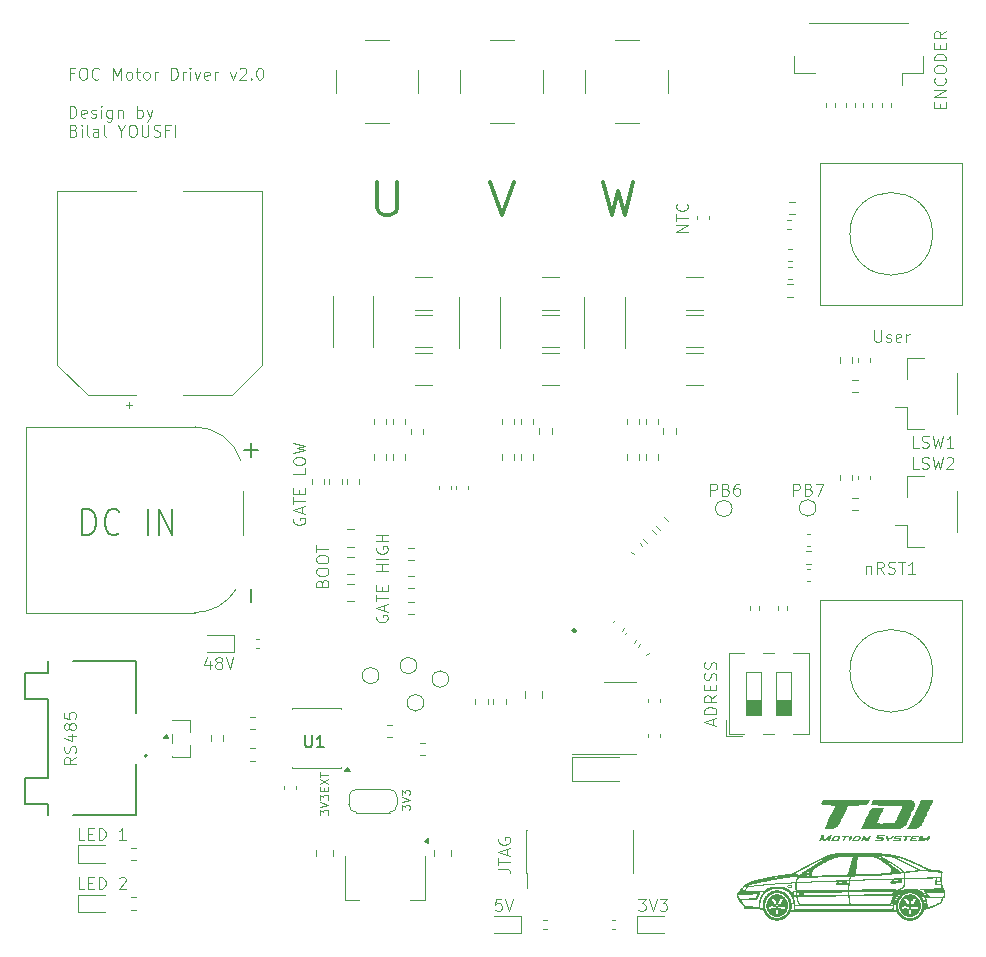
<source format=gbr>
%TF.GenerationSoftware,KiCad,Pcbnew,9.0.6-9.0.6~ubuntu24.04.1*%
%TF.CreationDate,2025-11-23T02:06:06+01:00*%
%TF.ProjectId,FOC_CONTROLLER_V2,464f435f-434f-44e5-9452-4f4c4c45525f,rev?*%
%TF.SameCoordinates,Original*%
%TF.FileFunction,Legend,Top*%
%TF.FilePolarity,Positive*%
%FSLAX46Y46*%
G04 Gerber Fmt 4.6, Leading zero omitted, Abs format (unit mm)*
G04 Created by KiCad (PCBNEW 9.0.6-9.0.6~ubuntu24.04.1) date 2025-11-23 02:06:06*
%MOMM*%
%LPD*%
G01*
G04 APERTURE LIST*
%ADD10C,0.125000*%
%ADD11C,0.350000*%
%ADD12C,0.087500*%
%ADD13C,0.200000*%
%ADD14C,0.150000*%
%ADD15C,0.100000*%
%ADD16C,0.120000*%
%ADD17C,0.000000*%
%ADD18C,0.250000*%
G04 APERTURE END LIST*
D10*
X129403738Y-107316666D02*
X129356119Y-107411904D01*
X129356119Y-107411904D02*
X129356119Y-107554761D01*
X129356119Y-107554761D02*
X129403738Y-107697618D01*
X129403738Y-107697618D02*
X129498976Y-107792856D01*
X129498976Y-107792856D02*
X129594214Y-107840475D01*
X129594214Y-107840475D02*
X129784690Y-107888094D01*
X129784690Y-107888094D02*
X129927547Y-107888094D01*
X129927547Y-107888094D02*
X130118023Y-107840475D01*
X130118023Y-107840475D02*
X130213261Y-107792856D01*
X130213261Y-107792856D02*
X130308500Y-107697618D01*
X130308500Y-107697618D02*
X130356119Y-107554761D01*
X130356119Y-107554761D02*
X130356119Y-107459523D01*
X130356119Y-107459523D02*
X130308500Y-107316666D01*
X130308500Y-107316666D02*
X130260880Y-107269047D01*
X130260880Y-107269047D02*
X129927547Y-107269047D01*
X129927547Y-107269047D02*
X129927547Y-107459523D01*
X130070404Y-106888094D02*
X130070404Y-106411904D01*
X130356119Y-106983332D02*
X129356119Y-106649999D01*
X129356119Y-106649999D02*
X130356119Y-106316666D01*
X129356119Y-106126189D02*
X129356119Y-105554761D01*
X130356119Y-105840475D02*
X129356119Y-105840475D01*
X129832309Y-105221427D02*
X129832309Y-104888094D01*
X130356119Y-104745237D02*
X130356119Y-105221427D01*
X130356119Y-105221427D02*
X129356119Y-105221427D01*
X129356119Y-105221427D02*
X129356119Y-104745237D01*
X130356119Y-103554760D02*
X129356119Y-103554760D01*
X129832309Y-103554760D02*
X129832309Y-102983332D01*
X130356119Y-102983332D02*
X129356119Y-102983332D01*
X130356119Y-102507141D02*
X129356119Y-102507141D01*
X129403738Y-101507142D02*
X129356119Y-101602380D01*
X129356119Y-101602380D02*
X129356119Y-101745237D01*
X129356119Y-101745237D02*
X129403738Y-101888094D01*
X129403738Y-101888094D02*
X129498976Y-101983332D01*
X129498976Y-101983332D02*
X129594214Y-102030951D01*
X129594214Y-102030951D02*
X129784690Y-102078570D01*
X129784690Y-102078570D02*
X129927547Y-102078570D01*
X129927547Y-102078570D02*
X130118023Y-102030951D01*
X130118023Y-102030951D02*
X130213261Y-101983332D01*
X130213261Y-101983332D02*
X130308500Y-101888094D01*
X130308500Y-101888094D02*
X130356119Y-101745237D01*
X130356119Y-101745237D02*
X130356119Y-101649999D01*
X130356119Y-101649999D02*
X130308500Y-101507142D01*
X130308500Y-101507142D02*
X130260880Y-101459523D01*
X130260880Y-101459523D02*
X129927547Y-101459523D01*
X129927547Y-101459523D02*
X129927547Y-101649999D01*
X130356119Y-101030951D02*
X129356119Y-101030951D01*
X129832309Y-101030951D02*
X129832309Y-100459523D01*
X130356119Y-100459523D02*
X129356119Y-100459523D01*
X157870404Y-116542856D02*
X157870404Y-116066666D01*
X158156119Y-116638094D02*
X157156119Y-116304761D01*
X157156119Y-116304761D02*
X158156119Y-115971428D01*
X158156119Y-115638094D02*
X157156119Y-115638094D01*
X157156119Y-115638094D02*
X157156119Y-115399999D01*
X157156119Y-115399999D02*
X157203738Y-115257142D01*
X157203738Y-115257142D02*
X157298976Y-115161904D01*
X157298976Y-115161904D02*
X157394214Y-115114285D01*
X157394214Y-115114285D02*
X157584690Y-115066666D01*
X157584690Y-115066666D02*
X157727547Y-115066666D01*
X157727547Y-115066666D02*
X157918023Y-115114285D01*
X157918023Y-115114285D02*
X158013261Y-115161904D01*
X158013261Y-115161904D02*
X158108500Y-115257142D01*
X158108500Y-115257142D02*
X158156119Y-115399999D01*
X158156119Y-115399999D02*
X158156119Y-115638094D01*
X158156119Y-114066666D02*
X157679928Y-114399999D01*
X158156119Y-114638094D02*
X157156119Y-114638094D01*
X157156119Y-114638094D02*
X157156119Y-114257142D01*
X157156119Y-114257142D02*
X157203738Y-114161904D01*
X157203738Y-114161904D02*
X157251357Y-114114285D01*
X157251357Y-114114285D02*
X157346595Y-114066666D01*
X157346595Y-114066666D02*
X157489452Y-114066666D01*
X157489452Y-114066666D02*
X157584690Y-114114285D01*
X157584690Y-114114285D02*
X157632309Y-114161904D01*
X157632309Y-114161904D02*
X157679928Y-114257142D01*
X157679928Y-114257142D02*
X157679928Y-114638094D01*
X157632309Y-113638094D02*
X157632309Y-113304761D01*
X158156119Y-113161904D02*
X158156119Y-113638094D01*
X158156119Y-113638094D02*
X157156119Y-113638094D01*
X157156119Y-113638094D02*
X157156119Y-113161904D01*
X158108500Y-112780951D02*
X158156119Y-112638094D01*
X158156119Y-112638094D02*
X158156119Y-112399999D01*
X158156119Y-112399999D02*
X158108500Y-112304761D01*
X158108500Y-112304761D02*
X158060880Y-112257142D01*
X158060880Y-112257142D02*
X157965642Y-112209523D01*
X157965642Y-112209523D02*
X157870404Y-112209523D01*
X157870404Y-112209523D02*
X157775166Y-112257142D01*
X157775166Y-112257142D02*
X157727547Y-112304761D01*
X157727547Y-112304761D02*
X157679928Y-112399999D01*
X157679928Y-112399999D02*
X157632309Y-112590475D01*
X157632309Y-112590475D02*
X157584690Y-112685713D01*
X157584690Y-112685713D02*
X157537071Y-112733332D01*
X157537071Y-112733332D02*
X157441833Y-112780951D01*
X157441833Y-112780951D02*
X157346595Y-112780951D01*
X157346595Y-112780951D02*
X157251357Y-112733332D01*
X157251357Y-112733332D02*
X157203738Y-112685713D01*
X157203738Y-112685713D02*
X157156119Y-112590475D01*
X157156119Y-112590475D02*
X157156119Y-112352380D01*
X157156119Y-112352380D02*
X157203738Y-112209523D01*
X158108500Y-111828570D02*
X158156119Y-111685713D01*
X158156119Y-111685713D02*
X158156119Y-111447618D01*
X158156119Y-111447618D02*
X158108500Y-111352380D01*
X158108500Y-111352380D02*
X158060880Y-111304761D01*
X158060880Y-111304761D02*
X157965642Y-111257142D01*
X157965642Y-111257142D02*
X157870404Y-111257142D01*
X157870404Y-111257142D02*
X157775166Y-111304761D01*
X157775166Y-111304761D02*
X157727547Y-111352380D01*
X157727547Y-111352380D02*
X157679928Y-111447618D01*
X157679928Y-111447618D02*
X157632309Y-111638094D01*
X157632309Y-111638094D02*
X157584690Y-111733332D01*
X157584690Y-111733332D02*
X157537071Y-111780951D01*
X157537071Y-111780951D02*
X157441833Y-111828570D01*
X157441833Y-111828570D02*
X157346595Y-111828570D01*
X157346595Y-111828570D02*
X157251357Y-111780951D01*
X157251357Y-111780951D02*
X157203738Y-111733332D01*
X157203738Y-111733332D02*
X157156119Y-111638094D01*
X157156119Y-111638094D02*
X157156119Y-111399999D01*
X157156119Y-111399999D02*
X157203738Y-111257142D01*
X157661905Y-97156119D02*
X157661905Y-96156119D01*
X157661905Y-96156119D02*
X158042857Y-96156119D01*
X158042857Y-96156119D02*
X158138095Y-96203738D01*
X158138095Y-96203738D02*
X158185714Y-96251357D01*
X158185714Y-96251357D02*
X158233333Y-96346595D01*
X158233333Y-96346595D02*
X158233333Y-96489452D01*
X158233333Y-96489452D02*
X158185714Y-96584690D01*
X158185714Y-96584690D02*
X158138095Y-96632309D01*
X158138095Y-96632309D02*
X158042857Y-96679928D01*
X158042857Y-96679928D02*
X157661905Y-96679928D01*
X158995238Y-96632309D02*
X159138095Y-96679928D01*
X159138095Y-96679928D02*
X159185714Y-96727547D01*
X159185714Y-96727547D02*
X159233333Y-96822785D01*
X159233333Y-96822785D02*
X159233333Y-96965642D01*
X159233333Y-96965642D02*
X159185714Y-97060880D01*
X159185714Y-97060880D02*
X159138095Y-97108500D01*
X159138095Y-97108500D02*
X159042857Y-97156119D01*
X159042857Y-97156119D02*
X158661905Y-97156119D01*
X158661905Y-97156119D02*
X158661905Y-96156119D01*
X158661905Y-96156119D02*
X158995238Y-96156119D01*
X158995238Y-96156119D02*
X159090476Y-96203738D01*
X159090476Y-96203738D02*
X159138095Y-96251357D01*
X159138095Y-96251357D02*
X159185714Y-96346595D01*
X159185714Y-96346595D02*
X159185714Y-96441833D01*
X159185714Y-96441833D02*
X159138095Y-96537071D01*
X159138095Y-96537071D02*
X159090476Y-96584690D01*
X159090476Y-96584690D02*
X158995238Y-96632309D01*
X158995238Y-96632309D02*
X158661905Y-96632309D01*
X160090476Y-96156119D02*
X159900000Y-96156119D01*
X159900000Y-96156119D02*
X159804762Y-96203738D01*
X159804762Y-96203738D02*
X159757143Y-96251357D01*
X159757143Y-96251357D02*
X159661905Y-96394214D01*
X159661905Y-96394214D02*
X159614286Y-96584690D01*
X159614286Y-96584690D02*
X159614286Y-96965642D01*
X159614286Y-96965642D02*
X159661905Y-97060880D01*
X159661905Y-97060880D02*
X159709524Y-97108500D01*
X159709524Y-97108500D02*
X159804762Y-97156119D01*
X159804762Y-97156119D02*
X159995238Y-97156119D01*
X159995238Y-97156119D02*
X160090476Y-97108500D01*
X160090476Y-97108500D02*
X160138095Y-97060880D01*
X160138095Y-97060880D02*
X160185714Y-96965642D01*
X160185714Y-96965642D02*
X160185714Y-96727547D01*
X160185714Y-96727547D02*
X160138095Y-96632309D01*
X160138095Y-96632309D02*
X160090476Y-96584690D01*
X160090476Y-96584690D02*
X159995238Y-96537071D01*
X159995238Y-96537071D02*
X159804762Y-96537071D01*
X159804762Y-96537071D02*
X159709524Y-96584690D01*
X159709524Y-96584690D02*
X159661905Y-96632309D01*
X159661905Y-96632309D02*
X159614286Y-96727547D01*
X175285714Y-93106119D02*
X174809524Y-93106119D01*
X174809524Y-93106119D02*
X174809524Y-92106119D01*
X175571429Y-93058500D02*
X175714286Y-93106119D01*
X175714286Y-93106119D02*
X175952381Y-93106119D01*
X175952381Y-93106119D02*
X176047619Y-93058500D01*
X176047619Y-93058500D02*
X176095238Y-93010880D01*
X176095238Y-93010880D02*
X176142857Y-92915642D01*
X176142857Y-92915642D02*
X176142857Y-92820404D01*
X176142857Y-92820404D02*
X176095238Y-92725166D01*
X176095238Y-92725166D02*
X176047619Y-92677547D01*
X176047619Y-92677547D02*
X175952381Y-92629928D01*
X175952381Y-92629928D02*
X175761905Y-92582309D01*
X175761905Y-92582309D02*
X175666667Y-92534690D01*
X175666667Y-92534690D02*
X175619048Y-92487071D01*
X175619048Y-92487071D02*
X175571429Y-92391833D01*
X175571429Y-92391833D02*
X175571429Y-92296595D01*
X175571429Y-92296595D02*
X175619048Y-92201357D01*
X175619048Y-92201357D02*
X175666667Y-92153738D01*
X175666667Y-92153738D02*
X175761905Y-92106119D01*
X175761905Y-92106119D02*
X176000000Y-92106119D01*
X176000000Y-92106119D02*
X176142857Y-92153738D01*
X176476191Y-92106119D02*
X176714286Y-93106119D01*
X176714286Y-93106119D02*
X176904762Y-92391833D01*
X176904762Y-92391833D02*
X177095238Y-93106119D01*
X177095238Y-93106119D02*
X177333334Y-92106119D01*
X178238095Y-93106119D02*
X177666667Y-93106119D01*
X177952381Y-93106119D02*
X177952381Y-92106119D01*
X177952381Y-92106119D02*
X177857143Y-92248976D01*
X177857143Y-92248976D02*
X177761905Y-92344214D01*
X177761905Y-92344214D02*
X177666667Y-92391833D01*
D11*
X129435715Y-70577133D02*
X129435715Y-72843800D01*
X129435715Y-72843800D02*
X129578572Y-73110466D01*
X129578572Y-73110466D02*
X129721430Y-73243800D01*
X129721430Y-73243800D02*
X130007144Y-73377133D01*
X130007144Y-73377133D02*
X130578572Y-73377133D01*
X130578572Y-73377133D02*
X130864287Y-73243800D01*
X130864287Y-73243800D02*
X131007144Y-73110466D01*
X131007144Y-73110466D02*
X131150001Y-72843800D01*
X131150001Y-72843800D02*
X131150001Y-70577133D01*
X139007143Y-70577133D02*
X140007143Y-73377133D01*
X140007143Y-73377133D02*
X141007143Y-70577133D01*
X148578571Y-70577133D02*
X149292857Y-73377133D01*
X149292857Y-73377133D02*
X149864285Y-71377133D01*
X149864285Y-71377133D02*
X150435714Y-73377133D01*
X150435714Y-73377133D02*
X151150000Y-70577133D01*
D10*
X124782309Y-104557142D02*
X124829928Y-104414285D01*
X124829928Y-104414285D02*
X124877547Y-104366666D01*
X124877547Y-104366666D02*
X124972785Y-104319047D01*
X124972785Y-104319047D02*
X125115642Y-104319047D01*
X125115642Y-104319047D02*
X125210880Y-104366666D01*
X125210880Y-104366666D02*
X125258500Y-104414285D01*
X125258500Y-104414285D02*
X125306119Y-104509523D01*
X125306119Y-104509523D02*
X125306119Y-104890475D01*
X125306119Y-104890475D02*
X124306119Y-104890475D01*
X124306119Y-104890475D02*
X124306119Y-104557142D01*
X124306119Y-104557142D02*
X124353738Y-104461904D01*
X124353738Y-104461904D02*
X124401357Y-104414285D01*
X124401357Y-104414285D02*
X124496595Y-104366666D01*
X124496595Y-104366666D02*
X124591833Y-104366666D01*
X124591833Y-104366666D02*
X124687071Y-104414285D01*
X124687071Y-104414285D02*
X124734690Y-104461904D01*
X124734690Y-104461904D02*
X124782309Y-104557142D01*
X124782309Y-104557142D02*
X124782309Y-104890475D01*
X124306119Y-103699999D02*
X124306119Y-103509523D01*
X124306119Y-103509523D02*
X124353738Y-103414285D01*
X124353738Y-103414285D02*
X124448976Y-103319047D01*
X124448976Y-103319047D02*
X124639452Y-103271428D01*
X124639452Y-103271428D02*
X124972785Y-103271428D01*
X124972785Y-103271428D02*
X125163261Y-103319047D01*
X125163261Y-103319047D02*
X125258500Y-103414285D01*
X125258500Y-103414285D02*
X125306119Y-103509523D01*
X125306119Y-103509523D02*
X125306119Y-103699999D01*
X125306119Y-103699999D02*
X125258500Y-103795237D01*
X125258500Y-103795237D02*
X125163261Y-103890475D01*
X125163261Y-103890475D02*
X124972785Y-103938094D01*
X124972785Y-103938094D02*
X124639452Y-103938094D01*
X124639452Y-103938094D02*
X124448976Y-103890475D01*
X124448976Y-103890475D02*
X124353738Y-103795237D01*
X124353738Y-103795237D02*
X124306119Y-103699999D01*
X124306119Y-102652380D02*
X124306119Y-102461904D01*
X124306119Y-102461904D02*
X124353738Y-102366666D01*
X124353738Y-102366666D02*
X124448976Y-102271428D01*
X124448976Y-102271428D02*
X124639452Y-102223809D01*
X124639452Y-102223809D02*
X124972785Y-102223809D01*
X124972785Y-102223809D02*
X125163261Y-102271428D01*
X125163261Y-102271428D02*
X125258500Y-102366666D01*
X125258500Y-102366666D02*
X125306119Y-102461904D01*
X125306119Y-102461904D02*
X125306119Y-102652380D01*
X125306119Y-102652380D02*
X125258500Y-102747618D01*
X125258500Y-102747618D02*
X125163261Y-102842856D01*
X125163261Y-102842856D02*
X124972785Y-102890475D01*
X124972785Y-102890475D02*
X124639452Y-102890475D01*
X124639452Y-102890475D02*
X124448976Y-102842856D01*
X124448976Y-102842856D02*
X124353738Y-102747618D01*
X124353738Y-102747618D02*
X124306119Y-102652380D01*
X124306119Y-101938094D02*
X124306119Y-101366666D01*
X125306119Y-101652380D02*
X124306119Y-101652380D01*
X139706119Y-128766666D02*
X140420404Y-128766666D01*
X140420404Y-128766666D02*
X140563261Y-128814285D01*
X140563261Y-128814285D02*
X140658500Y-128909523D01*
X140658500Y-128909523D02*
X140706119Y-129052380D01*
X140706119Y-129052380D02*
X140706119Y-129147618D01*
X139706119Y-128433332D02*
X139706119Y-127861904D01*
X140706119Y-128147618D02*
X139706119Y-128147618D01*
X140420404Y-127576189D02*
X140420404Y-127099999D01*
X140706119Y-127671427D02*
X139706119Y-127338094D01*
X139706119Y-127338094D02*
X140706119Y-127004761D01*
X139753738Y-126147618D02*
X139706119Y-126242856D01*
X139706119Y-126242856D02*
X139706119Y-126385713D01*
X139706119Y-126385713D02*
X139753738Y-126528570D01*
X139753738Y-126528570D02*
X139848976Y-126623808D01*
X139848976Y-126623808D02*
X139944214Y-126671427D01*
X139944214Y-126671427D02*
X140134690Y-126719046D01*
X140134690Y-126719046D02*
X140277547Y-126719046D01*
X140277547Y-126719046D02*
X140468023Y-126671427D01*
X140468023Y-126671427D02*
X140563261Y-126623808D01*
X140563261Y-126623808D02*
X140658500Y-126528570D01*
X140658500Y-126528570D02*
X140706119Y-126385713D01*
X140706119Y-126385713D02*
X140706119Y-126290475D01*
X140706119Y-126290475D02*
X140658500Y-126147618D01*
X140658500Y-126147618D02*
X140610880Y-126099999D01*
X140610880Y-126099999D02*
X140277547Y-126099999D01*
X140277547Y-126099999D02*
X140277547Y-126290475D01*
X177082309Y-64314285D02*
X177082309Y-63980952D01*
X177606119Y-63838095D02*
X177606119Y-64314285D01*
X177606119Y-64314285D02*
X176606119Y-64314285D01*
X176606119Y-64314285D02*
X176606119Y-63838095D01*
X177606119Y-63409523D02*
X176606119Y-63409523D01*
X176606119Y-63409523D02*
X177606119Y-62838095D01*
X177606119Y-62838095D02*
X176606119Y-62838095D01*
X177510880Y-61790476D02*
X177558500Y-61838095D01*
X177558500Y-61838095D02*
X177606119Y-61980952D01*
X177606119Y-61980952D02*
X177606119Y-62076190D01*
X177606119Y-62076190D02*
X177558500Y-62219047D01*
X177558500Y-62219047D02*
X177463261Y-62314285D01*
X177463261Y-62314285D02*
X177368023Y-62361904D01*
X177368023Y-62361904D02*
X177177547Y-62409523D01*
X177177547Y-62409523D02*
X177034690Y-62409523D01*
X177034690Y-62409523D02*
X176844214Y-62361904D01*
X176844214Y-62361904D02*
X176748976Y-62314285D01*
X176748976Y-62314285D02*
X176653738Y-62219047D01*
X176653738Y-62219047D02*
X176606119Y-62076190D01*
X176606119Y-62076190D02*
X176606119Y-61980952D01*
X176606119Y-61980952D02*
X176653738Y-61838095D01*
X176653738Y-61838095D02*
X176701357Y-61790476D01*
X176606119Y-61171428D02*
X176606119Y-60980952D01*
X176606119Y-60980952D02*
X176653738Y-60885714D01*
X176653738Y-60885714D02*
X176748976Y-60790476D01*
X176748976Y-60790476D02*
X176939452Y-60742857D01*
X176939452Y-60742857D02*
X177272785Y-60742857D01*
X177272785Y-60742857D02*
X177463261Y-60790476D01*
X177463261Y-60790476D02*
X177558500Y-60885714D01*
X177558500Y-60885714D02*
X177606119Y-60980952D01*
X177606119Y-60980952D02*
X177606119Y-61171428D01*
X177606119Y-61171428D02*
X177558500Y-61266666D01*
X177558500Y-61266666D02*
X177463261Y-61361904D01*
X177463261Y-61361904D02*
X177272785Y-61409523D01*
X177272785Y-61409523D02*
X176939452Y-61409523D01*
X176939452Y-61409523D02*
X176748976Y-61361904D01*
X176748976Y-61361904D02*
X176653738Y-61266666D01*
X176653738Y-61266666D02*
X176606119Y-61171428D01*
X177606119Y-60314285D02*
X176606119Y-60314285D01*
X176606119Y-60314285D02*
X176606119Y-60076190D01*
X176606119Y-60076190D02*
X176653738Y-59933333D01*
X176653738Y-59933333D02*
X176748976Y-59838095D01*
X176748976Y-59838095D02*
X176844214Y-59790476D01*
X176844214Y-59790476D02*
X177034690Y-59742857D01*
X177034690Y-59742857D02*
X177177547Y-59742857D01*
X177177547Y-59742857D02*
X177368023Y-59790476D01*
X177368023Y-59790476D02*
X177463261Y-59838095D01*
X177463261Y-59838095D02*
X177558500Y-59933333D01*
X177558500Y-59933333D02*
X177606119Y-60076190D01*
X177606119Y-60076190D02*
X177606119Y-60314285D01*
X177082309Y-59314285D02*
X177082309Y-58980952D01*
X177606119Y-58838095D02*
X177606119Y-59314285D01*
X177606119Y-59314285D02*
X176606119Y-59314285D01*
X176606119Y-59314285D02*
X176606119Y-58838095D01*
X177606119Y-57838095D02*
X177129928Y-58171428D01*
X177606119Y-58409523D02*
X176606119Y-58409523D01*
X176606119Y-58409523D02*
X176606119Y-58028571D01*
X176606119Y-58028571D02*
X176653738Y-57933333D01*
X176653738Y-57933333D02*
X176701357Y-57885714D01*
X176701357Y-57885714D02*
X176796595Y-57838095D01*
X176796595Y-57838095D02*
X176939452Y-57838095D01*
X176939452Y-57838095D02*
X177034690Y-57885714D01*
X177034690Y-57885714D02*
X177082309Y-57933333D01*
X177082309Y-57933333D02*
X177129928Y-58028571D01*
X177129928Y-58028571D02*
X177129928Y-58409523D01*
X103956119Y-119295238D02*
X103479928Y-119628571D01*
X103956119Y-119866666D02*
X102956119Y-119866666D01*
X102956119Y-119866666D02*
X102956119Y-119485714D01*
X102956119Y-119485714D02*
X103003738Y-119390476D01*
X103003738Y-119390476D02*
X103051357Y-119342857D01*
X103051357Y-119342857D02*
X103146595Y-119295238D01*
X103146595Y-119295238D02*
X103289452Y-119295238D01*
X103289452Y-119295238D02*
X103384690Y-119342857D01*
X103384690Y-119342857D02*
X103432309Y-119390476D01*
X103432309Y-119390476D02*
X103479928Y-119485714D01*
X103479928Y-119485714D02*
X103479928Y-119866666D01*
X103908500Y-118914285D02*
X103956119Y-118771428D01*
X103956119Y-118771428D02*
X103956119Y-118533333D01*
X103956119Y-118533333D02*
X103908500Y-118438095D01*
X103908500Y-118438095D02*
X103860880Y-118390476D01*
X103860880Y-118390476D02*
X103765642Y-118342857D01*
X103765642Y-118342857D02*
X103670404Y-118342857D01*
X103670404Y-118342857D02*
X103575166Y-118390476D01*
X103575166Y-118390476D02*
X103527547Y-118438095D01*
X103527547Y-118438095D02*
X103479928Y-118533333D01*
X103479928Y-118533333D02*
X103432309Y-118723809D01*
X103432309Y-118723809D02*
X103384690Y-118819047D01*
X103384690Y-118819047D02*
X103337071Y-118866666D01*
X103337071Y-118866666D02*
X103241833Y-118914285D01*
X103241833Y-118914285D02*
X103146595Y-118914285D01*
X103146595Y-118914285D02*
X103051357Y-118866666D01*
X103051357Y-118866666D02*
X103003738Y-118819047D01*
X103003738Y-118819047D02*
X102956119Y-118723809D01*
X102956119Y-118723809D02*
X102956119Y-118485714D01*
X102956119Y-118485714D02*
X103003738Y-118342857D01*
X103289452Y-117485714D02*
X103956119Y-117485714D01*
X102908500Y-117723809D02*
X103622785Y-117961904D01*
X103622785Y-117961904D02*
X103622785Y-117342857D01*
X103384690Y-116819047D02*
X103337071Y-116914285D01*
X103337071Y-116914285D02*
X103289452Y-116961904D01*
X103289452Y-116961904D02*
X103194214Y-117009523D01*
X103194214Y-117009523D02*
X103146595Y-117009523D01*
X103146595Y-117009523D02*
X103051357Y-116961904D01*
X103051357Y-116961904D02*
X103003738Y-116914285D01*
X103003738Y-116914285D02*
X102956119Y-116819047D01*
X102956119Y-116819047D02*
X102956119Y-116628571D01*
X102956119Y-116628571D02*
X103003738Y-116533333D01*
X103003738Y-116533333D02*
X103051357Y-116485714D01*
X103051357Y-116485714D02*
X103146595Y-116438095D01*
X103146595Y-116438095D02*
X103194214Y-116438095D01*
X103194214Y-116438095D02*
X103289452Y-116485714D01*
X103289452Y-116485714D02*
X103337071Y-116533333D01*
X103337071Y-116533333D02*
X103384690Y-116628571D01*
X103384690Y-116628571D02*
X103384690Y-116819047D01*
X103384690Y-116819047D02*
X103432309Y-116914285D01*
X103432309Y-116914285D02*
X103479928Y-116961904D01*
X103479928Y-116961904D02*
X103575166Y-117009523D01*
X103575166Y-117009523D02*
X103765642Y-117009523D01*
X103765642Y-117009523D02*
X103860880Y-116961904D01*
X103860880Y-116961904D02*
X103908500Y-116914285D01*
X103908500Y-116914285D02*
X103956119Y-116819047D01*
X103956119Y-116819047D02*
X103956119Y-116628571D01*
X103956119Y-116628571D02*
X103908500Y-116533333D01*
X103908500Y-116533333D02*
X103860880Y-116485714D01*
X103860880Y-116485714D02*
X103765642Y-116438095D01*
X103765642Y-116438095D02*
X103575166Y-116438095D01*
X103575166Y-116438095D02*
X103479928Y-116485714D01*
X103479928Y-116485714D02*
X103432309Y-116533333D01*
X103432309Y-116533333D02*
X103384690Y-116628571D01*
X102956119Y-115533333D02*
X102956119Y-116009523D01*
X102956119Y-116009523D02*
X103432309Y-116057142D01*
X103432309Y-116057142D02*
X103384690Y-116009523D01*
X103384690Y-116009523D02*
X103337071Y-115914285D01*
X103337071Y-115914285D02*
X103337071Y-115676190D01*
X103337071Y-115676190D02*
X103384690Y-115580952D01*
X103384690Y-115580952D02*
X103432309Y-115533333D01*
X103432309Y-115533333D02*
X103527547Y-115485714D01*
X103527547Y-115485714D02*
X103765642Y-115485714D01*
X103765642Y-115485714D02*
X103860880Y-115533333D01*
X103860880Y-115533333D02*
X103908500Y-115580952D01*
X103908500Y-115580952D02*
X103956119Y-115676190D01*
X103956119Y-115676190D02*
X103956119Y-115914285D01*
X103956119Y-115914285D02*
X103908500Y-116009523D01*
X103908500Y-116009523D02*
X103860880Y-116057142D01*
X164661905Y-97156119D02*
X164661905Y-96156119D01*
X164661905Y-96156119D02*
X165042857Y-96156119D01*
X165042857Y-96156119D02*
X165138095Y-96203738D01*
X165138095Y-96203738D02*
X165185714Y-96251357D01*
X165185714Y-96251357D02*
X165233333Y-96346595D01*
X165233333Y-96346595D02*
X165233333Y-96489452D01*
X165233333Y-96489452D02*
X165185714Y-96584690D01*
X165185714Y-96584690D02*
X165138095Y-96632309D01*
X165138095Y-96632309D02*
X165042857Y-96679928D01*
X165042857Y-96679928D02*
X164661905Y-96679928D01*
X165995238Y-96632309D02*
X166138095Y-96679928D01*
X166138095Y-96679928D02*
X166185714Y-96727547D01*
X166185714Y-96727547D02*
X166233333Y-96822785D01*
X166233333Y-96822785D02*
X166233333Y-96965642D01*
X166233333Y-96965642D02*
X166185714Y-97060880D01*
X166185714Y-97060880D02*
X166138095Y-97108500D01*
X166138095Y-97108500D02*
X166042857Y-97156119D01*
X166042857Y-97156119D02*
X165661905Y-97156119D01*
X165661905Y-97156119D02*
X165661905Y-96156119D01*
X165661905Y-96156119D02*
X165995238Y-96156119D01*
X165995238Y-96156119D02*
X166090476Y-96203738D01*
X166090476Y-96203738D02*
X166138095Y-96251357D01*
X166138095Y-96251357D02*
X166185714Y-96346595D01*
X166185714Y-96346595D02*
X166185714Y-96441833D01*
X166185714Y-96441833D02*
X166138095Y-96537071D01*
X166138095Y-96537071D02*
X166090476Y-96584690D01*
X166090476Y-96584690D02*
X165995238Y-96632309D01*
X165995238Y-96632309D02*
X165661905Y-96632309D01*
X166566667Y-96156119D02*
X167233333Y-96156119D01*
X167233333Y-96156119D02*
X166804762Y-97156119D01*
X104649999Y-130456119D02*
X104173809Y-130456119D01*
X104173809Y-130456119D02*
X104173809Y-129456119D01*
X104983333Y-129932309D02*
X105316666Y-129932309D01*
X105459523Y-130456119D02*
X104983333Y-130456119D01*
X104983333Y-130456119D02*
X104983333Y-129456119D01*
X104983333Y-129456119D02*
X105459523Y-129456119D01*
X105888095Y-130456119D02*
X105888095Y-129456119D01*
X105888095Y-129456119D02*
X106126190Y-129456119D01*
X106126190Y-129456119D02*
X106269047Y-129503738D01*
X106269047Y-129503738D02*
X106364285Y-129598976D01*
X106364285Y-129598976D02*
X106411904Y-129694214D01*
X106411904Y-129694214D02*
X106459523Y-129884690D01*
X106459523Y-129884690D02*
X106459523Y-130027547D01*
X106459523Y-130027547D02*
X106411904Y-130218023D01*
X106411904Y-130218023D02*
X106364285Y-130313261D01*
X106364285Y-130313261D02*
X106269047Y-130408500D01*
X106269047Y-130408500D02*
X106126190Y-130456119D01*
X106126190Y-130456119D02*
X105888095Y-130456119D01*
X107602381Y-129551357D02*
X107650000Y-129503738D01*
X107650000Y-129503738D02*
X107745238Y-129456119D01*
X107745238Y-129456119D02*
X107983333Y-129456119D01*
X107983333Y-129456119D02*
X108078571Y-129503738D01*
X108078571Y-129503738D02*
X108126190Y-129551357D01*
X108126190Y-129551357D02*
X108173809Y-129646595D01*
X108173809Y-129646595D02*
X108173809Y-129741833D01*
X108173809Y-129741833D02*
X108126190Y-129884690D01*
X108126190Y-129884690D02*
X107554762Y-130456119D01*
X107554762Y-130456119D02*
X108173809Y-130456119D01*
X122403738Y-99080952D02*
X122356119Y-99176190D01*
X122356119Y-99176190D02*
X122356119Y-99319047D01*
X122356119Y-99319047D02*
X122403738Y-99461904D01*
X122403738Y-99461904D02*
X122498976Y-99557142D01*
X122498976Y-99557142D02*
X122594214Y-99604761D01*
X122594214Y-99604761D02*
X122784690Y-99652380D01*
X122784690Y-99652380D02*
X122927547Y-99652380D01*
X122927547Y-99652380D02*
X123118023Y-99604761D01*
X123118023Y-99604761D02*
X123213261Y-99557142D01*
X123213261Y-99557142D02*
X123308500Y-99461904D01*
X123308500Y-99461904D02*
X123356119Y-99319047D01*
X123356119Y-99319047D02*
X123356119Y-99223809D01*
X123356119Y-99223809D02*
X123308500Y-99080952D01*
X123308500Y-99080952D02*
X123260880Y-99033333D01*
X123260880Y-99033333D02*
X122927547Y-99033333D01*
X122927547Y-99033333D02*
X122927547Y-99223809D01*
X123070404Y-98652380D02*
X123070404Y-98176190D01*
X123356119Y-98747618D02*
X122356119Y-98414285D01*
X122356119Y-98414285D02*
X123356119Y-98080952D01*
X122356119Y-97890475D02*
X122356119Y-97319047D01*
X123356119Y-97604761D02*
X122356119Y-97604761D01*
X122832309Y-96985713D02*
X122832309Y-96652380D01*
X123356119Y-96509523D02*
X123356119Y-96985713D01*
X123356119Y-96985713D02*
X122356119Y-96985713D01*
X122356119Y-96985713D02*
X122356119Y-96509523D01*
X123356119Y-94842856D02*
X123356119Y-95319046D01*
X123356119Y-95319046D02*
X122356119Y-95319046D01*
X122356119Y-94319046D02*
X122356119Y-94128570D01*
X122356119Y-94128570D02*
X122403738Y-94033332D01*
X122403738Y-94033332D02*
X122498976Y-93938094D01*
X122498976Y-93938094D02*
X122689452Y-93890475D01*
X122689452Y-93890475D02*
X123022785Y-93890475D01*
X123022785Y-93890475D02*
X123213261Y-93938094D01*
X123213261Y-93938094D02*
X123308500Y-94033332D01*
X123308500Y-94033332D02*
X123356119Y-94128570D01*
X123356119Y-94128570D02*
X123356119Y-94319046D01*
X123356119Y-94319046D02*
X123308500Y-94414284D01*
X123308500Y-94414284D02*
X123213261Y-94509522D01*
X123213261Y-94509522D02*
X123022785Y-94557141D01*
X123022785Y-94557141D02*
X122689452Y-94557141D01*
X122689452Y-94557141D02*
X122498976Y-94509522D01*
X122498976Y-94509522D02*
X122403738Y-94414284D01*
X122403738Y-94414284D02*
X122356119Y-94319046D01*
X122356119Y-93557141D02*
X123356119Y-93319046D01*
X123356119Y-93319046D02*
X122641833Y-93128570D01*
X122641833Y-93128570D02*
X123356119Y-92938094D01*
X123356119Y-92938094D02*
X122356119Y-92699999D01*
D12*
X124619283Y-124183333D02*
X124619283Y-123749999D01*
X124619283Y-123749999D02*
X124885950Y-123983333D01*
X124885950Y-123983333D02*
X124885950Y-123883333D01*
X124885950Y-123883333D02*
X124919283Y-123816666D01*
X124919283Y-123816666D02*
X124952616Y-123783333D01*
X124952616Y-123783333D02*
X125019283Y-123749999D01*
X125019283Y-123749999D02*
X125185950Y-123749999D01*
X125185950Y-123749999D02*
X125252616Y-123783333D01*
X125252616Y-123783333D02*
X125285950Y-123816666D01*
X125285950Y-123816666D02*
X125319283Y-123883333D01*
X125319283Y-123883333D02*
X125319283Y-124083333D01*
X125319283Y-124083333D02*
X125285950Y-124149999D01*
X125285950Y-124149999D02*
X125252616Y-124183333D01*
X124619283Y-123549999D02*
X125319283Y-123316666D01*
X125319283Y-123316666D02*
X124619283Y-123083332D01*
X124619283Y-122916666D02*
X124619283Y-122483332D01*
X124619283Y-122483332D02*
X124885950Y-122716666D01*
X124885950Y-122716666D02*
X124885950Y-122616666D01*
X124885950Y-122616666D02*
X124919283Y-122549999D01*
X124919283Y-122549999D02*
X124952616Y-122516666D01*
X124952616Y-122516666D02*
X125019283Y-122483332D01*
X125019283Y-122483332D02*
X125185950Y-122483332D01*
X125185950Y-122483332D02*
X125252616Y-122516666D01*
X125252616Y-122516666D02*
X125285950Y-122549999D01*
X125285950Y-122549999D02*
X125319283Y-122616666D01*
X125319283Y-122616666D02*
X125319283Y-122816666D01*
X125319283Y-122816666D02*
X125285950Y-122883332D01*
X125285950Y-122883332D02*
X125252616Y-122916666D01*
X124952616Y-122183332D02*
X124952616Y-121949999D01*
X125319283Y-121849999D02*
X125319283Y-122183332D01*
X125319283Y-122183332D02*
X124619283Y-122183332D01*
X124619283Y-122183332D02*
X124619283Y-121849999D01*
X124619283Y-121616666D02*
X125319283Y-121149999D01*
X124619283Y-121149999D02*
X125319283Y-121616666D01*
X124619283Y-120983332D02*
X124619283Y-120583332D01*
X125319283Y-120783332D02*
X124619283Y-120783332D01*
D10*
X139959523Y-131306119D02*
X139483333Y-131306119D01*
X139483333Y-131306119D02*
X139435714Y-131782309D01*
X139435714Y-131782309D02*
X139483333Y-131734690D01*
X139483333Y-131734690D02*
X139578571Y-131687071D01*
X139578571Y-131687071D02*
X139816666Y-131687071D01*
X139816666Y-131687071D02*
X139911904Y-131734690D01*
X139911904Y-131734690D02*
X139959523Y-131782309D01*
X139959523Y-131782309D02*
X140007142Y-131877547D01*
X140007142Y-131877547D02*
X140007142Y-132115642D01*
X140007142Y-132115642D02*
X139959523Y-132210880D01*
X139959523Y-132210880D02*
X139911904Y-132258500D01*
X139911904Y-132258500D02*
X139816666Y-132306119D01*
X139816666Y-132306119D02*
X139578571Y-132306119D01*
X139578571Y-132306119D02*
X139483333Y-132258500D01*
X139483333Y-132258500D02*
X139435714Y-132210880D01*
X140292857Y-131306119D02*
X140626190Y-132306119D01*
X140626190Y-132306119D02*
X140959523Y-131306119D01*
X155756119Y-74816666D02*
X154756119Y-74816666D01*
X154756119Y-74816666D02*
X155756119Y-74245238D01*
X155756119Y-74245238D02*
X154756119Y-74245238D01*
X154756119Y-73911904D02*
X154756119Y-73340476D01*
X155756119Y-73626190D02*
X154756119Y-73626190D01*
X155660880Y-72435714D02*
X155708500Y-72483333D01*
X155708500Y-72483333D02*
X155756119Y-72626190D01*
X155756119Y-72626190D02*
X155756119Y-72721428D01*
X155756119Y-72721428D02*
X155708500Y-72864285D01*
X155708500Y-72864285D02*
X155613261Y-72959523D01*
X155613261Y-72959523D02*
X155518023Y-73007142D01*
X155518023Y-73007142D02*
X155327547Y-73054761D01*
X155327547Y-73054761D02*
X155184690Y-73054761D01*
X155184690Y-73054761D02*
X154994214Y-73007142D01*
X154994214Y-73007142D02*
X154898976Y-72959523D01*
X154898976Y-72959523D02*
X154803738Y-72864285D01*
X154803738Y-72864285D02*
X154756119Y-72721428D01*
X154756119Y-72721428D02*
X154756119Y-72626190D01*
X154756119Y-72626190D02*
X154803738Y-72483333D01*
X154803738Y-72483333D02*
X154851357Y-72435714D01*
X115285714Y-111189452D02*
X115285714Y-111856119D01*
X115047619Y-110808500D02*
X114809524Y-111522785D01*
X114809524Y-111522785D02*
X115428571Y-111522785D01*
X115952381Y-111284690D02*
X115857143Y-111237071D01*
X115857143Y-111237071D02*
X115809524Y-111189452D01*
X115809524Y-111189452D02*
X115761905Y-111094214D01*
X115761905Y-111094214D02*
X115761905Y-111046595D01*
X115761905Y-111046595D02*
X115809524Y-110951357D01*
X115809524Y-110951357D02*
X115857143Y-110903738D01*
X115857143Y-110903738D02*
X115952381Y-110856119D01*
X115952381Y-110856119D02*
X116142857Y-110856119D01*
X116142857Y-110856119D02*
X116238095Y-110903738D01*
X116238095Y-110903738D02*
X116285714Y-110951357D01*
X116285714Y-110951357D02*
X116333333Y-111046595D01*
X116333333Y-111046595D02*
X116333333Y-111094214D01*
X116333333Y-111094214D02*
X116285714Y-111189452D01*
X116285714Y-111189452D02*
X116238095Y-111237071D01*
X116238095Y-111237071D02*
X116142857Y-111284690D01*
X116142857Y-111284690D02*
X115952381Y-111284690D01*
X115952381Y-111284690D02*
X115857143Y-111332309D01*
X115857143Y-111332309D02*
X115809524Y-111379928D01*
X115809524Y-111379928D02*
X115761905Y-111475166D01*
X115761905Y-111475166D02*
X115761905Y-111665642D01*
X115761905Y-111665642D02*
X115809524Y-111760880D01*
X115809524Y-111760880D02*
X115857143Y-111808500D01*
X115857143Y-111808500D02*
X115952381Y-111856119D01*
X115952381Y-111856119D02*
X116142857Y-111856119D01*
X116142857Y-111856119D02*
X116238095Y-111808500D01*
X116238095Y-111808500D02*
X116285714Y-111760880D01*
X116285714Y-111760880D02*
X116333333Y-111665642D01*
X116333333Y-111665642D02*
X116333333Y-111475166D01*
X116333333Y-111475166D02*
X116285714Y-111379928D01*
X116285714Y-111379928D02*
X116238095Y-111332309D01*
X116238095Y-111332309D02*
X116142857Y-111284690D01*
X116619048Y-110856119D02*
X116952381Y-111856119D01*
X116952381Y-111856119D02*
X117285714Y-110856119D01*
D13*
X104490476Y-100507361D02*
X104490476Y-98307361D01*
X104490476Y-98307361D02*
X104966666Y-98307361D01*
X104966666Y-98307361D02*
X105252381Y-98412123D01*
X105252381Y-98412123D02*
X105442857Y-98621647D01*
X105442857Y-98621647D02*
X105538095Y-98831171D01*
X105538095Y-98831171D02*
X105633333Y-99250219D01*
X105633333Y-99250219D02*
X105633333Y-99564504D01*
X105633333Y-99564504D02*
X105538095Y-99983552D01*
X105538095Y-99983552D02*
X105442857Y-100193076D01*
X105442857Y-100193076D02*
X105252381Y-100402600D01*
X105252381Y-100402600D02*
X104966666Y-100507361D01*
X104966666Y-100507361D02*
X104490476Y-100507361D01*
X107633333Y-100297838D02*
X107538095Y-100402600D01*
X107538095Y-100402600D02*
X107252381Y-100507361D01*
X107252381Y-100507361D02*
X107061905Y-100507361D01*
X107061905Y-100507361D02*
X106776190Y-100402600D01*
X106776190Y-100402600D02*
X106585714Y-100193076D01*
X106585714Y-100193076D02*
X106490476Y-99983552D01*
X106490476Y-99983552D02*
X106395238Y-99564504D01*
X106395238Y-99564504D02*
X106395238Y-99250219D01*
X106395238Y-99250219D02*
X106490476Y-98831171D01*
X106490476Y-98831171D02*
X106585714Y-98621647D01*
X106585714Y-98621647D02*
X106776190Y-98412123D01*
X106776190Y-98412123D02*
X107061905Y-98307361D01*
X107061905Y-98307361D02*
X107252381Y-98307361D01*
X107252381Y-98307361D02*
X107538095Y-98412123D01*
X107538095Y-98412123D02*
X107633333Y-98516885D01*
X110014286Y-100507361D02*
X110014286Y-98307361D01*
X110966667Y-100507361D02*
X110966667Y-98307361D01*
X110966667Y-98307361D02*
X112109524Y-100507361D01*
X112109524Y-100507361D02*
X112109524Y-98307361D01*
D10*
X175285714Y-94906119D02*
X174809524Y-94906119D01*
X174809524Y-94906119D02*
X174809524Y-93906119D01*
X175571429Y-94858500D02*
X175714286Y-94906119D01*
X175714286Y-94906119D02*
X175952381Y-94906119D01*
X175952381Y-94906119D02*
X176047619Y-94858500D01*
X176047619Y-94858500D02*
X176095238Y-94810880D01*
X176095238Y-94810880D02*
X176142857Y-94715642D01*
X176142857Y-94715642D02*
X176142857Y-94620404D01*
X176142857Y-94620404D02*
X176095238Y-94525166D01*
X176095238Y-94525166D02*
X176047619Y-94477547D01*
X176047619Y-94477547D02*
X175952381Y-94429928D01*
X175952381Y-94429928D02*
X175761905Y-94382309D01*
X175761905Y-94382309D02*
X175666667Y-94334690D01*
X175666667Y-94334690D02*
X175619048Y-94287071D01*
X175619048Y-94287071D02*
X175571429Y-94191833D01*
X175571429Y-94191833D02*
X175571429Y-94096595D01*
X175571429Y-94096595D02*
X175619048Y-94001357D01*
X175619048Y-94001357D02*
X175666667Y-93953738D01*
X175666667Y-93953738D02*
X175761905Y-93906119D01*
X175761905Y-93906119D02*
X176000000Y-93906119D01*
X176000000Y-93906119D02*
X176142857Y-93953738D01*
X176476191Y-93906119D02*
X176714286Y-94906119D01*
X176714286Y-94906119D02*
X176904762Y-94191833D01*
X176904762Y-94191833D02*
X177095238Y-94906119D01*
X177095238Y-94906119D02*
X177333334Y-93906119D01*
X177666667Y-94001357D02*
X177714286Y-93953738D01*
X177714286Y-93953738D02*
X177809524Y-93906119D01*
X177809524Y-93906119D02*
X178047619Y-93906119D01*
X178047619Y-93906119D02*
X178142857Y-93953738D01*
X178142857Y-93953738D02*
X178190476Y-94001357D01*
X178190476Y-94001357D02*
X178238095Y-94096595D01*
X178238095Y-94096595D02*
X178238095Y-94191833D01*
X178238095Y-94191833D02*
X178190476Y-94334690D01*
X178190476Y-94334690D02*
X177619048Y-94906119D01*
X177619048Y-94906119D02*
X178238095Y-94906119D01*
X151561905Y-131306119D02*
X152180952Y-131306119D01*
X152180952Y-131306119D02*
X151847619Y-131687071D01*
X151847619Y-131687071D02*
X151990476Y-131687071D01*
X151990476Y-131687071D02*
X152085714Y-131734690D01*
X152085714Y-131734690D02*
X152133333Y-131782309D01*
X152133333Y-131782309D02*
X152180952Y-131877547D01*
X152180952Y-131877547D02*
X152180952Y-132115642D01*
X152180952Y-132115642D02*
X152133333Y-132210880D01*
X152133333Y-132210880D02*
X152085714Y-132258500D01*
X152085714Y-132258500D02*
X151990476Y-132306119D01*
X151990476Y-132306119D02*
X151704762Y-132306119D01*
X151704762Y-132306119D02*
X151609524Y-132258500D01*
X151609524Y-132258500D02*
X151561905Y-132210880D01*
X152466667Y-131306119D02*
X152800000Y-132306119D01*
X152800000Y-132306119D02*
X153133333Y-131306119D01*
X153371429Y-131306119D02*
X153990476Y-131306119D01*
X153990476Y-131306119D02*
X153657143Y-131687071D01*
X153657143Y-131687071D02*
X153800000Y-131687071D01*
X153800000Y-131687071D02*
X153895238Y-131734690D01*
X153895238Y-131734690D02*
X153942857Y-131782309D01*
X153942857Y-131782309D02*
X153990476Y-131877547D01*
X153990476Y-131877547D02*
X153990476Y-132115642D01*
X153990476Y-132115642D02*
X153942857Y-132210880D01*
X153942857Y-132210880D02*
X153895238Y-132258500D01*
X153895238Y-132258500D02*
X153800000Y-132306119D01*
X153800000Y-132306119D02*
X153514286Y-132306119D01*
X153514286Y-132306119D02*
X153419048Y-132258500D01*
X153419048Y-132258500D02*
X153371429Y-132210880D01*
X103753664Y-61417477D02*
X103420331Y-61417477D01*
X103420331Y-61941287D02*
X103420331Y-60941287D01*
X103420331Y-60941287D02*
X103896521Y-60941287D01*
X104467950Y-60941287D02*
X104658426Y-60941287D01*
X104658426Y-60941287D02*
X104753664Y-60988906D01*
X104753664Y-60988906D02*
X104848902Y-61084144D01*
X104848902Y-61084144D02*
X104896521Y-61274620D01*
X104896521Y-61274620D02*
X104896521Y-61607953D01*
X104896521Y-61607953D02*
X104848902Y-61798429D01*
X104848902Y-61798429D02*
X104753664Y-61893668D01*
X104753664Y-61893668D02*
X104658426Y-61941287D01*
X104658426Y-61941287D02*
X104467950Y-61941287D01*
X104467950Y-61941287D02*
X104372712Y-61893668D01*
X104372712Y-61893668D02*
X104277474Y-61798429D01*
X104277474Y-61798429D02*
X104229855Y-61607953D01*
X104229855Y-61607953D02*
X104229855Y-61274620D01*
X104229855Y-61274620D02*
X104277474Y-61084144D01*
X104277474Y-61084144D02*
X104372712Y-60988906D01*
X104372712Y-60988906D02*
X104467950Y-60941287D01*
X105896521Y-61846048D02*
X105848902Y-61893668D01*
X105848902Y-61893668D02*
X105706045Y-61941287D01*
X105706045Y-61941287D02*
X105610807Y-61941287D01*
X105610807Y-61941287D02*
X105467950Y-61893668D01*
X105467950Y-61893668D02*
X105372712Y-61798429D01*
X105372712Y-61798429D02*
X105325093Y-61703191D01*
X105325093Y-61703191D02*
X105277474Y-61512715D01*
X105277474Y-61512715D02*
X105277474Y-61369858D01*
X105277474Y-61369858D02*
X105325093Y-61179382D01*
X105325093Y-61179382D02*
X105372712Y-61084144D01*
X105372712Y-61084144D02*
X105467950Y-60988906D01*
X105467950Y-60988906D02*
X105610807Y-60941287D01*
X105610807Y-60941287D02*
X105706045Y-60941287D01*
X105706045Y-60941287D02*
X105848902Y-60988906D01*
X105848902Y-60988906D02*
X105896521Y-61036525D01*
X107086998Y-61941287D02*
X107086998Y-60941287D01*
X107086998Y-60941287D02*
X107420331Y-61655572D01*
X107420331Y-61655572D02*
X107753664Y-60941287D01*
X107753664Y-60941287D02*
X107753664Y-61941287D01*
X108372712Y-61941287D02*
X108277474Y-61893668D01*
X108277474Y-61893668D02*
X108229855Y-61846048D01*
X108229855Y-61846048D02*
X108182236Y-61750810D01*
X108182236Y-61750810D02*
X108182236Y-61465096D01*
X108182236Y-61465096D02*
X108229855Y-61369858D01*
X108229855Y-61369858D02*
X108277474Y-61322239D01*
X108277474Y-61322239D02*
X108372712Y-61274620D01*
X108372712Y-61274620D02*
X108515569Y-61274620D01*
X108515569Y-61274620D02*
X108610807Y-61322239D01*
X108610807Y-61322239D02*
X108658426Y-61369858D01*
X108658426Y-61369858D02*
X108706045Y-61465096D01*
X108706045Y-61465096D02*
X108706045Y-61750810D01*
X108706045Y-61750810D02*
X108658426Y-61846048D01*
X108658426Y-61846048D02*
X108610807Y-61893668D01*
X108610807Y-61893668D02*
X108515569Y-61941287D01*
X108515569Y-61941287D02*
X108372712Y-61941287D01*
X108991760Y-61274620D02*
X109372712Y-61274620D01*
X109134617Y-60941287D02*
X109134617Y-61798429D01*
X109134617Y-61798429D02*
X109182236Y-61893668D01*
X109182236Y-61893668D02*
X109277474Y-61941287D01*
X109277474Y-61941287D02*
X109372712Y-61941287D01*
X109848903Y-61941287D02*
X109753665Y-61893668D01*
X109753665Y-61893668D02*
X109706046Y-61846048D01*
X109706046Y-61846048D02*
X109658427Y-61750810D01*
X109658427Y-61750810D02*
X109658427Y-61465096D01*
X109658427Y-61465096D02*
X109706046Y-61369858D01*
X109706046Y-61369858D02*
X109753665Y-61322239D01*
X109753665Y-61322239D02*
X109848903Y-61274620D01*
X109848903Y-61274620D02*
X109991760Y-61274620D01*
X109991760Y-61274620D02*
X110086998Y-61322239D01*
X110086998Y-61322239D02*
X110134617Y-61369858D01*
X110134617Y-61369858D02*
X110182236Y-61465096D01*
X110182236Y-61465096D02*
X110182236Y-61750810D01*
X110182236Y-61750810D02*
X110134617Y-61846048D01*
X110134617Y-61846048D02*
X110086998Y-61893668D01*
X110086998Y-61893668D02*
X109991760Y-61941287D01*
X109991760Y-61941287D02*
X109848903Y-61941287D01*
X110610808Y-61941287D02*
X110610808Y-61274620D01*
X110610808Y-61465096D02*
X110658427Y-61369858D01*
X110658427Y-61369858D02*
X110706046Y-61322239D01*
X110706046Y-61322239D02*
X110801284Y-61274620D01*
X110801284Y-61274620D02*
X110896522Y-61274620D01*
X111991761Y-61941287D02*
X111991761Y-60941287D01*
X111991761Y-60941287D02*
X112229856Y-60941287D01*
X112229856Y-60941287D02*
X112372713Y-60988906D01*
X112372713Y-60988906D02*
X112467951Y-61084144D01*
X112467951Y-61084144D02*
X112515570Y-61179382D01*
X112515570Y-61179382D02*
X112563189Y-61369858D01*
X112563189Y-61369858D02*
X112563189Y-61512715D01*
X112563189Y-61512715D02*
X112515570Y-61703191D01*
X112515570Y-61703191D02*
X112467951Y-61798429D01*
X112467951Y-61798429D02*
X112372713Y-61893668D01*
X112372713Y-61893668D02*
X112229856Y-61941287D01*
X112229856Y-61941287D02*
X111991761Y-61941287D01*
X112991761Y-61941287D02*
X112991761Y-61274620D01*
X112991761Y-61465096D02*
X113039380Y-61369858D01*
X113039380Y-61369858D02*
X113086999Y-61322239D01*
X113086999Y-61322239D02*
X113182237Y-61274620D01*
X113182237Y-61274620D02*
X113277475Y-61274620D01*
X113610809Y-61941287D02*
X113610809Y-61274620D01*
X113610809Y-60941287D02*
X113563190Y-60988906D01*
X113563190Y-60988906D02*
X113610809Y-61036525D01*
X113610809Y-61036525D02*
X113658428Y-60988906D01*
X113658428Y-60988906D02*
X113610809Y-60941287D01*
X113610809Y-60941287D02*
X113610809Y-61036525D01*
X113991761Y-61274620D02*
X114229856Y-61941287D01*
X114229856Y-61941287D02*
X114467951Y-61274620D01*
X115229856Y-61893668D02*
X115134618Y-61941287D01*
X115134618Y-61941287D02*
X114944142Y-61941287D01*
X114944142Y-61941287D02*
X114848904Y-61893668D01*
X114848904Y-61893668D02*
X114801285Y-61798429D01*
X114801285Y-61798429D02*
X114801285Y-61417477D01*
X114801285Y-61417477D02*
X114848904Y-61322239D01*
X114848904Y-61322239D02*
X114944142Y-61274620D01*
X114944142Y-61274620D02*
X115134618Y-61274620D01*
X115134618Y-61274620D02*
X115229856Y-61322239D01*
X115229856Y-61322239D02*
X115277475Y-61417477D01*
X115277475Y-61417477D02*
X115277475Y-61512715D01*
X115277475Y-61512715D02*
X114801285Y-61607953D01*
X115706047Y-61941287D02*
X115706047Y-61274620D01*
X115706047Y-61465096D02*
X115753666Y-61369858D01*
X115753666Y-61369858D02*
X115801285Y-61322239D01*
X115801285Y-61322239D02*
X115896523Y-61274620D01*
X115896523Y-61274620D02*
X115991761Y-61274620D01*
X116991762Y-61274620D02*
X117229857Y-61941287D01*
X117229857Y-61941287D02*
X117467952Y-61274620D01*
X117801286Y-61036525D02*
X117848905Y-60988906D01*
X117848905Y-60988906D02*
X117944143Y-60941287D01*
X117944143Y-60941287D02*
X118182238Y-60941287D01*
X118182238Y-60941287D02*
X118277476Y-60988906D01*
X118277476Y-60988906D02*
X118325095Y-61036525D01*
X118325095Y-61036525D02*
X118372714Y-61131763D01*
X118372714Y-61131763D02*
X118372714Y-61227001D01*
X118372714Y-61227001D02*
X118325095Y-61369858D01*
X118325095Y-61369858D02*
X117753667Y-61941287D01*
X117753667Y-61941287D02*
X118372714Y-61941287D01*
X118801286Y-61846048D02*
X118848905Y-61893668D01*
X118848905Y-61893668D02*
X118801286Y-61941287D01*
X118801286Y-61941287D02*
X118753667Y-61893668D01*
X118753667Y-61893668D02*
X118801286Y-61846048D01*
X118801286Y-61846048D02*
X118801286Y-61941287D01*
X119467952Y-60941287D02*
X119563190Y-60941287D01*
X119563190Y-60941287D02*
X119658428Y-60988906D01*
X119658428Y-60988906D02*
X119706047Y-61036525D01*
X119706047Y-61036525D02*
X119753666Y-61131763D01*
X119753666Y-61131763D02*
X119801285Y-61322239D01*
X119801285Y-61322239D02*
X119801285Y-61560334D01*
X119801285Y-61560334D02*
X119753666Y-61750810D01*
X119753666Y-61750810D02*
X119706047Y-61846048D01*
X119706047Y-61846048D02*
X119658428Y-61893668D01*
X119658428Y-61893668D02*
X119563190Y-61941287D01*
X119563190Y-61941287D02*
X119467952Y-61941287D01*
X119467952Y-61941287D02*
X119372714Y-61893668D01*
X119372714Y-61893668D02*
X119325095Y-61846048D01*
X119325095Y-61846048D02*
X119277476Y-61750810D01*
X119277476Y-61750810D02*
X119229857Y-61560334D01*
X119229857Y-61560334D02*
X119229857Y-61322239D01*
X119229857Y-61322239D02*
X119277476Y-61131763D01*
X119277476Y-61131763D02*
X119325095Y-61036525D01*
X119325095Y-61036525D02*
X119372714Y-60988906D01*
X119372714Y-60988906D02*
X119467952Y-60941287D01*
X103420331Y-65161175D02*
X103420331Y-64161175D01*
X103420331Y-64161175D02*
X103658426Y-64161175D01*
X103658426Y-64161175D02*
X103801283Y-64208794D01*
X103801283Y-64208794D02*
X103896521Y-64304032D01*
X103896521Y-64304032D02*
X103944140Y-64399270D01*
X103944140Y-64399270D02*
X103991759Y-64589746D01*
X103991759Y-64589746D02*
X103991759Y-64732603D01*
X103991759Y-64732603D02*
X103944140Y-64923079D01*
X103944140Y-64923079D02*
X103896521Y-65018317D01*
X103896521Y-65018317D02*
X103801283Y-65113556D01*
X103801283Y-65113556D02*
X103658426Y-65161175D01*
X103658426Y-65161175D02*
X103420331Y-65161175D01*
X104801283Y-65113556D02*
X104706045Y-65161175D01*
X104706045Y-65161175D02*
X104515569Y-65161175D01*
X104515569Y-65161175D02*
X104420331Y-65113556D01*
X104420331Y-65113556D02*
X104372712Y-65018317D01*
X104372712Y-65018317D02*
X104372712Y-64637365D01*
X104372712Y-64637365D02*
X104420331Y-64542127D01*
X104420331Y-64542127D02*
X104515569Y-64494508D01*
X104515569Y-64494508D02*
X104706045Y-64494508D01*
X104706045Y-64494508D02*
X104801283Y-64542127D01*
X104801283Y-64542127D02*
X104848902Y-64637365D01*
X104848902Y-64637365D02*
X104848902Y-64732603D01*
X104848902Y-64732603D02*
X104372712Y-64827841D01*
X105229855Y-65113556D02*
X105325093Y-65161175D01*
X105325093Y-65161175D02*
X105515569Y-65161175D01*
X105515569Y-65161175D02*
X105610807Y-65113556D01*
X105610807Y-65113556D02*
X105658426Y-65018317D01*
X105658426Y-65018317D02*
X105658426Y-64970698D01*
X105658426Y-64970698D02*
X105610807Y-64875460D01*
X105610807Y-64875460D02*
X105515569Y-64827841D01*
X105515569Y-64827841D02*
X105372712Y-64827841D01*
X105372712Y-64827841D02*
X105277474Y-64780222D01*
X105277474Y-64780222D02*
X105229855Y-64684984D01*
X105229855Y-64684984D02*
X105229855Y-64637365D01*
X105229855Y-64637365D02*
X105277474Y-64542127D01*
X105277474Y-64542127D02*
X105372712Y-64494508D01*
X105372712Y-64494508D02*
X105515569Y-64494508D01*
X105515569Y-64494508D02*
X105610807Y-64542127D01*
X106086998Y-65161175D02*
X106086998Y-64494508D01*
X106086998Y-64161175D02*
X106039379Y-64208794D01*
X106039379Y-64208794D02*
X106086998Y-64256413D01*
X106086998Y-64256413D02*
X106134617Y-64208794D01*
X106134617Y-64208794D02*
X106086998Y-64161175D01*
X106086998Y-64161175D02*
X106086998Y-64256413D01*
X106991759Y-64494508D02*
X106991759Y-65304032D01*
X106991759Y-65304032D02*
X106944140Y-65399270D01*
X106944140Y-65399270D02*
X106896521Y-65446889D01*
X106896521Y-65446889D02*
X106801283Y-65494508D01*
X106801283Y-65494508D02*
X106658426Y-65494508D01*
X106658426Y-65494508D02*
X106563188Y-65446889D01*
X106991759Y-65113556D02*
X106896521Y-65161175D01*
X106896521Y-65161175D02*
X106706045Y-65161175D01*
X106706045Y-65161175D02*
X106610807Y-65113556D01*
X106610807Y-65113556D02*
X106563188Y-65065936D01*
X106563188Y-65065936D02*
X106515569Y-64970698D01*
X106515569Y-64970698D02*
X106515569Y-64684984D01*
X106515569Y-64684984D02*
X106563188Y-64589746D01*
X106563188Y-64589746D02*
X106610807Y-64542127D01*
X106610807Y-64542127D02*
X106706045Y-64494508D01*
X106706045Y-64494508D02*
X106896521Y-64494508D01*
X106896521Y-64494508D02*
X106991759Y-64542127D01*
X107467950Y-64494508D02*
X107467950Y-65161175D01*
X107467950Y-64589746D02*
X107515569Y-64542127D01*
X107515569Y-64542127D02*
X107610807Y-64494508D01*
X107610807Y-64494508D02*
X107753664Y-64494508D01*
X107753664Y-64494508D02*
X107848902Y-64542127D01*
X107848902Y-64542127D02*
X107896521Y-64637365D01*
X107896521Y-64637365D02*
X107896521Y-65161175D01*
X109134617Y-65161175D02*
X109134617Y-64161175D01*
X109134617Y-64542127D02*
X109229855Y-64494508D01*
X109229855Y-64494508D02*
X109420331Y-64494508D01*
X109420331Y-64494508D02*
X109515569Y-64542127D01*
X109515569Y-64542127D02*
X109563188Y-64589746D01*
X109563188Y-64589746D02*
X109610807Y-64684984D01*
X109610807Y-64684984D02*
X109610807Y-64970698D01*
X109610807Y-64970698D02*
X109563188Y-65065936D01*
X109563188Y-65065936D02*
X109515569Y-65113556D01*
X109515569Y-65113556D02*
X109420331Y-65161175D01*
X109420331Y-65161175D02*
X109229855Y-65161175D01*
X109229855Y-65161175D02*
X109134617Y-65113556D01*
X109944141Y-64494508D02*
X110182236Y-65161175D01*
X110420331Y-64494508D02*
X110182236Y-65161175D01*
X110182236Y-65161175D02*
X110086998Y-65399270D01*
X110086998Y-65399270D02*
X110039379Y-65446889D01*
X110039379Y-65446889D02*
X109944141Y-65494508D01*
X103753664Y-66247309D02*
X103896521Y-66294928D01*
X103896521Y-66294928D02*
X103944140Y-66342547D01*
X103944140Y-66342547D02*
X103991759Y-66437785D01*
X103991759Y-66437785D02*
X103991759Y-66580642D01*
X103991759Y-66580642D02*
X103944140Y-66675880D01*
X103944140Y-66675880D02*
X103896521Y-66723500D01*
X103896521Y-66723500D02*
X103801283Y-66771119D01*
X103801283Y-66771119D02*
X103420331Y-66771119D01*
X103420331Y-66771119D02*
X103420331Y-65771119D01*
X103420331Y-65771119D02*
X103753664Y-65771119D01*
X103753664Y-65771119D02*
X103848902Y-65818738D01*
X103848902Y-65818738D02*
X103896521Y-65866357D01*
X103896521Y-65866357D02*
X103944140Y-65961595D01*
X103944140Y-65961595D02*
X103944140Y-66056833D01*
X103944140Y-66056833D02*
X103896521Y-66152071D01*
X103896521Y-66152071D02*
X103848902Y-66199690D01*
X103848902Y-66199690D02*
X103753664Y-66247309D01*
X103753664Y-66247309D02*
X103420331Y-66247309D01*
X104420331Y-66771119D02*
X104420331Y-66104452D01*
X104420331Y-65771119D02*
X104372712Y-65818738D01*
X104372712Y-65818738D02*
X104420331Y-65866357D01*
X104420331Y-65866357D02*
X104467950Y-65818738D01*
X104467950Y-65818738D02*
X104420331Y-65771119D01*
X104420331Y-65771119D02*
X104420331Y-65866357D01*
X105039378Y-66771119D02*
X104944140Y-66723500D01*
X104944140Y-66723500D02*
X104896521Y-66628261D01*
X104896521Y-66628261D02*
X104896521Y-65771119D01*
X105848902Y-66771119D02*
X105848902Y-66247309D01*
X105848902Y-66247309D02*
X105801283Y-66152071D01*
X105801283Y-66152071D02*
X105706045Y-66104452D01*
X105706045Y-66104452D02*
X105515569Y-66104452D01*
X105515569Y-66104452D02*
X105420331Y-66152071D01*
X105848902Y-66723500D02*
X105753664Y-66771119D01*
X105753664Y-66771119D02*
X105515569Y-66771119D01*
X105515569Y-66771119D02*
X105420331Y-66723500D01*
X105420331Y-66723500D02*
X105372712Y-66628261D01*
X105372712Y-66628261D02*
X105372712Y-66533023D01*
X105372712Y-66533023D02*
X105420331Y-66437785D01*
X105420331Y-66437785D02*
X105515569Y-66390166D01*
X105515569Y-66390166D02*
X105753664Y-66390166D01*
X105753664Y-66390166D02*
X105848902Y-66342547D01*
X106467950Y-66771119D02*
X106372712Y-66723500D01*
X106372712Y-66723500D02*
X106325093Y-66628261D01*
X106325093Y-66628261D02*
X106325093Y-65771119D01*
X107801284Y-66294928D02*
X107801284Y-66771119D01*
X107467951Y-65771119D02*
X107801284Y-66294928D01*
X107801284Y-66294928D02*
X108134617Y-65771119D01*
X108658427Y-65771119D02*
X108848903Y-65771119D01*
X108848903Y-65771119D02*
X108944141Y-65818738D01*
X108944141Y-65818738D02*
X109039379Y-65913976D01*
X109039379Y-65913976D02*
X109086998Y-66104452D01*
X109086998Y-66104452D02*
X109086998Y-66437785D01*
X109086998Y-66437785D02*
X109039379Y-66628261D01*
X109039379Y-66628261D02*
X108944141Y-66723500D01*
X108944141Y-66723500D02*
X108848903Y-66771119D01*
X108848903Y-66771119D02*
X108658427Y-66771119D01*
X108658427Y-66771119D02*
X108563189Y-66723500D01*
X108563189Y-66723500D02*
X108467951Y-66628261D01*
X108467951Y-66628261D02*
X108420332Y-66437785D01*
X108420332Y-66437785D02*
X108420332Y-66104452D01*
X108420332Y-66104452D02*
X108467951Y-65913976D01*
X108467951Y-65913976D02*
X108563189Y-65818738D01*
X108563189Y-65818738D02*
X108658427Y-65771119D01*
X109515570Y-65771119D02*
X109515570Y-66580642D01*
X109515570Y-66580642D02*
X109563189Y-66675880D01*
X109563189Y-66675880D02*
X109610808Y-66723500D01*
X109610808Y-66723500D02*
X109706046Y-66771119D01*
X109706046Y-66771119D02*
X109896522Y-66771119D01*
X109896522Y-66771119D02*
X109991760Y-66723500D01*
X109991760Y-66723500D02*
X110039379Y-66675880D01*
X110039379Y-66675880D02*
X110086998Y-66580642D01*
X110086998Y-66580642D02*
X110086998Y-65771119D01*
X110515570Y-66723500D02*
X110658427Y-66771119D01*
X110658427Y-66771119D02*
X110896522Y-66771119D01*
X110896522Y-66771119D02*
X110991760Y-66723500D01*
X110991760Y-66723500D02*
X111039379Y-66675880D01*
X111039379Y-66675880D02*
X111086998Y-66580642D01*
X111086998Y-66580642D02*
X111086998Y-66485404D01*
X111086998Y-66485404D02*
X111039379Y-66390166D01*
X111039379Y-66390166D02*
X110991760Y-66342547D01*
X110991760Y-66342547D02*
X110896522Y-66294928D01*
X110896522Y-66294928D02*
X110706046Y-66247309D01*
X110706046Y-66247309D02*
X110610808Y-66199690D01*
X110610808Y-66199690D02*
X110563189Y-66152071D01*
X110563189Y-66152071D02*
X110515570Y-66056833D01*
X110515570Y-66056833D02*
X110515570Y-65961595D01*
X110515570Y-65961595D02*
X110563189Y-65866357D01*
X110563189Y-65866357D02*
X110610808Y-65818738D01*
X110610808Y-65818738D02*
X110706046Y-65771119D01*
X110706046Y-65771119D02*
X110944141Y-65771119D01*
X110944141Y-65771119D02*
X111086998Y-65818738D01*
X111848903Y-66247309D02*
X111515570Y-66247309D01*
X111515570Y-66771119D02*
X111515570Y-65771119D01*
X111515570Y-65771119D02*
X111991760Y-65771119D01*
X112372713Y-66771119D02*
X112372713Y-65771119D01*
X104649999Y-126306119D02*
X104173809Y-126306119D01*
X104173809Y-126306119D02*
X104173809Y-125306119D01*
X104983333Y-125782309D02*
X105316666Y-125782309D01*
X105459523Y-126306119D02*
X104983333Y-126306119D01*
X104983333Y-126306119D02*
X104983333Y-125306119D01*
X104983333Y-125306119D02*
X105459523Y-125306119D01*
X105888095Y-126306119D02*
X105888095Y-125306119D01*
X105888095Y-125306119D02*
X106126190Y-125306119D01*
X106126190Y-125306119D02*
X106269047Y-125353738D01*
X106269047Y-125353738D02*
X106364285Y-125448976D01*
X106364285Y-125448976D02*
X106411904Y-125544214D01*
X106411904Y-125544214D02*
X106459523Y-125734690D01*
X106459523Y-125734690D02*
X106459523Y-125877547D01*
X106459523Y-125877547D02*
X106411904Y-126068023D01*
X106411904Y-126068023D02*
X106364285Y-126163261D01*
X106364285Y-126163261D02*
X106269047Y-126258500D01*
X106269047Y-126258500D02*
X106126190Y-126306119D01*
X106126190Y-126306119D02*
X105888095Y-126306119D01*
X108173809Y-126306119D02*
X107602381Y-126306119D01*
X107888095Y-126306119D02*
X107888095Y-125306119D01*
X107888095Y-125306119D02*
X107792857Y-125448976D01*
X107792857Y-125448976D02*
X107697619Y-125544214D01*
X107697619Y-125544214D02*
X107602381Y-125591833D01*
D12*
X131519283Y-123766667D02*
X131519283Y-123333333D01*
X131519283Y-123333333D02*
X131785950Y-123566667D01*
X131785950Y-123566667D02*
X131785950Y-123466667D01*
X131785950Y-123466667D02*
X131819283Y-123400000D01*
X131819283Y-123400000D02*
X131852616Y-123366667D01*
X131852616Y-123366667D02*
X131919283Y-123333333D01*
X131919283Y-123333333D02*
X132085950Y-123333333D01*
X132085950Y-123333333D02*
X132152616Y-123366667D01*
X132152616Y-123366667D02*
X132185950Y-123400000D01*
X132185950Y-123400000D02*
X132219283Y-123466667D01*
X132219283Y-123466667D02*
X132219283Y-123666667D01*
X132219283Y-123666667D02*
X132185950Y-123733333D01*
X132185950Y-123733333D02*
X132152616Y-123766667D01*
X131519283Y-123133333D02*
X132219283Y-122900000D01*
X132219283Y-122900000D02*
X131519283Y-122666666D01*
X131519283Y-122500000D02*
X131519283Y-122066666D01*
X131519283Y-122066666D02*
X131785950Y-122300000D01*
X131785950Y-122300000D02*
X131785950Y-122200000D01*
X131785950Y-122200000D02*
X131819283Y-122133333D01*
X131819283Y-122133333D02*
X131852616Y-122100000D01*
X131852616Y-122100000D02*
X131919283Y-122066666D01*
X131919283Y-122066666D02*
X132085950Y-122066666D01*
X132085950Y-122066666D02*
X132152616Y-122100000D01*
X132152616Y-122100000D02*
X132185950Y-122133333D01*
X132185950Y-122133333D02*
X132219283Y-122200000D01*
X132219283Y-122200000D02*
X132219283Y-122400000D01*
X132219283Y-122400000D02*
X132185950Y-122466666D01*
X132185950Y-122466666D02*
X132152616Y-122500000D01*
D14*
X123338095Y-117454819D02*
X123338095Y-118264342D01*
X123338095Y-118264342D02*
X123385714Y-118359580D01*
X123385714Y-118359580D02*
X123433333Y-118407200D01*
X123433333Y-118407200D02*
X123528571Y-118454819D01*
X123528571Y-118454819D02*
X123719047Y-118454819D01*
X123719047Y-118454819D02*
X123814285Y-118407200D01*
X123814285Y-118407200D02*
X123861904Y-118359580D01*
X123861904Y-118359580D02*
X123909523Y-118264342D01*
X123909523Y-118264342D02*
X123909523Y-117454819D01*
X124909523Y-118454819D02*
X124338095Y-118454819D01*
X124623809Y-118454819D02*
X124623809Y-117454819D01*
X124623809Y-117454819D02*
X124528571Y-117597676D01*
X124528571Y-117597676D02*
X124433333Y-117692914D01*
X124433333Y-117692914D02*
X124338095Y-117740533D01*
X118764700Y-93871428D02*
X118764700Y-92728571D01*
X119336128Y-93299999D02*
X118193271Y-93299999D01*
X118764700Y-106171428D02*
X118764700Y-105028571D01*
D15*
X171546428Y-83157419D02*
X171546428Y-83966942D01*
X171546428Y-83966942D02*
X171594047Y-84062180D01*
X171594047Y-84062180D02*
X171641666Y-84109800D01*
X171641666Y-84109800D02*
X171736904Y-84157419D01*
X171736904Y-84157419D02*
X171927380Y-84157419D01*
X171927380Y-84157419D02*
X172022618Y-84109800D01*
X172022618Y-84109800D02*
X172070237Y-84062180D01*
X172070237Y-84062180D02*
X172117856Y-83966942D01*
X172117856Y-83966942D02*
X172117856Y-83157419D01*
X172546428Y-84109800D02*
X172641666Y-84157419D01*
X172641666Y-84157419D02*
X172832142Y-84157419D01*
X172832142Y-84157419D02*
X172927380Y-84109800D01*
X172927380Y-84109800D02*
X172974999Y-84014561D01*
X172974999Y-84014561D02*
X172974999Y-83966942D01*
X172974999Y-83966942D02*
X172927380Y-83871704D01*
X172927380Y-83871704D02*
X172832142Y-83824085D01*
X172832142Y-83824085D02*
X172689285Y-83824085D01*
X172689285Y-83824085D02*
X172594047Y-83776466D01*
X172594047Y-83776466D02*
X172546428Y-83681228D01*
X172546428Y-83681228D02*
X172546428Y-83633609D01*
X172546428Y-83633609D02*
X172594047Y-83538371D01*
X172594047Y-83538371D02*
X172689285Y-83490752D01*
X172689285Y-83490752D02*
X172832142Y-83490752D01*
X172832142Y-83490752D02*
X172927380Y-83538371D01*
X173784523Y-84109800D02*
X173689285Y-84157419D01*
X173689285Y-84157419D02*
X173498809Y-84157419D01*
X173498809Y-84157419D02*
X173403571Y-84109800D01*
X173403571Y-84109800D02*
X173355952Y-84014561D01*
X173355952Y-84014561D02*
X173355952Y-83633609D01*
X173355952Y-83633609D02*
X173403571Y-83538371D01*
X173403571Y-83538371D02*
X173498809Y-83490752D01*
X173498809Y-83490752D02*
X173689285Y-83490752D01*
X173689285Y-83490752D02*
X173784523Y-83538371D01*
X173784523Y-83538371D02*
X173832142Y-83633609D01*
X173832142Y-83633609D02*
X173832142Y-83728847D01*
X173832142Y-83728847D02*
X173355952Y-83824085D01*
X174260714Y-84157419D02*
X174260714Y-83490752D01*
X174260714Y-83681228D02*
X174308333Y-83585990D01*
X174308333Y-83585990D02*
X174355952Y-83538371D01*
X174355952Y-83538371D02*
X174451190Y-83490752D01*
X174451190Y-83490752D02*
X174546428Y-83490752D01*
X170852381Y-103090752D02*
X170852381Y-103757419D01*
X170852381Y-103185990D02*
X170900000Y-103138371D01*
X170900000Y-103138371D02*
X170995238Y-103090752D01*
X170995238Y-103090752D02*
X171138095Y-103090752D01*
X171138095Y-103090752D02*
X171233333Y-103138371D01*
X171233333Y-103138371D02*
X171280952Y-103233609D01*
X171280952Y-103233609D02*
X171280952Y-103757419D01*
X172328571Y-103757419D02*
X171995238Y-103281228D01*
X171757143Y-103757419D02*
X171757143Y-102757419D01*
X171757143Y-102757419D02*
X172138095Y-102757419D01*
X172138095Y-102757419D02*
X172233333Y-102805038D01*
X172233333Y-102805038D02*
X172280952Y-102852657D01*
X172280952Y-102852657D02*
X172328571Y-102947895D01*
X172328571Y-102947895D02*
X172328571Y-103090752D01*
X172328571Y-103090752D02*
X172280952Y-103185990D01*
X172280952Y-103185990D02*
X172233333Y-103233609D01*
X172233333Y-103233609D02*
X172138095Y-103281228D01*
X172138095Y-103281228D02*
X171757143Y-103281228D01*
X172709524Y-103709800D02*
X172852381Y-103757419D01*
X172852381Y-103757419D02*
X173090476Y-103757419D01*
X173090476Y-103757419D02*
X173185714Y-103709800D01*
X173185714Y-103709800D02*
X173233333Y-103662180D01*
X173233333Y-103662180D02*
X173280952Y-103566942D01*
X173280952Y-103566942D02*
X173280952Y-103471704D01*
X173280952Y-103471704D02*
X173233333Y-103376466D01*
X173233333Y-103376466D02*
X173185714Y-103328847D01*
X173185714Y-103328847D02*
X173090476Y-103281228D01*
X173090476Y-103281228D02*
X172900000Y-103233609D01*
X172900000Y-103233609D02*
X172804762Y-103185990D01*
X172804762Y-103185990D02*
X172757143Y-103138371D01*
X172757143Y-103138371D02*
X172709524Y-103043133D01*
X172709524Y-103043133D02*
X172709524Y-102947895D01*
X172709524Y-102947895D02*
X172757143Y-102852657D01*
X172757143Y-102852657D02*
X172804762Y-102805038D01*
X172804762Y-102805038D02*
X172900000Y-102757419D01*
X172900000Y-102757419D02*
X173138095Y-102757419D01*
X173138095Y-102757419D02*
X173280952Y-102805038D01*
X173566667Y-102757419D02*
X174138095Y-102757419D01*
X173852381Y-103757419D02*
X173852381Y-102757419D01*
X174995238Y-103757419D02*
X174423810Y-103757419D01*
X174709524Y-103757419D02*
X174709524Y-102757419D01*
X174709524Y-102757419D02*
X174614286Y-102900276D01*
X174614286Y-102900276D02*
X174519048Y-102995514D01*
X174519048Y-102995514D02*
X174423810Y-103043133D01*
D16*
%TO.C,R36*%
X119137258Y-118567500D02*
X118662742Y-118567500D01*
X119137258Y-119612500D02*
X118662742Y-119612500D01*
%TO.C,R43*%
X170620000Y-64253641D02*
X170620000Y-63946359D01*
X171380000Y-64253641D02*
X171380000Y-63946359D01*
%TO.C,C6*%
X157011252Y-78689996D02*
X155588748Y-78689996D01*
X157011252Y-81409996D02*
X155588748Y-81409996D01*
%TO.C,D8*%
X139340000Y-134235000D02*
X141625000Y-134235000D01*
X141625000Y-132765000D02*
X139340000Y-132765000D01*
X141625000Y-134235000D02*
X141625000Y-132765000D01*
%TO.C,TP14*%
X166600000Y-98200000D02*
G75*
G02*
X165200000Y-98200000I-700000J0D01*
G01*
X165200000Y-98200000D02*
G75*
G02*
X166600000Y-98200000I700000J0D01*
G01*
D15*
%TO.C,J2*%
X125940000Y-63100000D02*
X125940000Y-61100000D01*
X128440000Y-58600000D02*
X130440000Y-58600000D01*
X128440000Y-65600000D02*
X130440000Y-65600000D01*
X132940000Y-63100000D02*
X132940000Y-61100000D01*
D16*
%TO.C,TP4*%
X129600000Y-112400000D02*
G75*
G02*
X128200000Y-112400000I-700000J0D01*
G01*
X128200000Y-112400000D02*
G75*
G02*
X129600000Y-112400000I700000J0D01*
G01*
%TO.C,R24*%
X152177500Y-90662742D02*
X152177500Y-91137258D01*
X153222500Y-90662742D02*
X153222500Y-91137258D01*
%TO.C,C3*%
X127461252Y-102365000D02*
X126938748Y-102365000D01*
X127461252Y-103835000D02*
X126938748Y-103835000D01*
%TO.C,R5*%
X125402499Y-96212258D02*
X125402499Y-95737742D01*
X126447499Y-96212258D02*
X126447499Y-95737742D01*
%TO.C,R2*%
X139277500Y-114362742D02*
X139277500Y-114837258D01*
X140322500Y-114362742D02*
X140322500Y-114837258D01*
%TO.C,R46*%
X163420000Y-106853641D02*
X163420000Y-106546359D01*
X164180000Y-106853641D02*
X164180000Y-106546359D01*
%TO.C,C32*%
X134111252Y-78689999D02*
X132688748Y-78689999D01*
X134111252Y-81409999D02*
X132688748Y-81409999D01*
%TO.C,NTC1*%
X164837258Y-72277500D02*
X164362742Y-72277500D01*
X164837258Y-73322500D02*
X164362742Y-73322500D01*
%TO.C,R17*%
X129177500Y-93637742D02*
X129177500Y-94112258D01*
X130222500Y-93637742D02*
X130222500Y-94112258D01*
%TO.C,C24*%
X156490000Y-73740581D02*
X156490000Y-73459419D01*
X157510000Y-73740581D02*
X157510000Y-73459419D01*
%TO.C,C29*%
X170165000Y-95484419D02*
X170165000Y-95765581D01*
X171185000Y-95484419D02*
X171185000Y-95765581D01*
%TO.C,R50*%
X170162258Y-87377500D02*
X169687742Y-87377500D01*
X170162258Y-88422500D02*
X169687742Y-88422500D01*
%TO.C,R47*%
X161020000Y-106853641D02*
X161020000Y-106546359D01*
X161780000Y-106853641D02*
X161780000Y-106546359D01*
%TO.C,C11*%
X151706512Y-109757701D02*
X151507701Y-109956512D01*
X152427761Y-110478950D02*
X152228950Y-110677761D01*
%TO.C,R7*%
X123927498Y-96212258D02*
X123927498Y-95737742D01*
X124972498Y-96212258D02*
X124972498Y-95737742D01*
D17*
%TO.C,G\u002A\u002A\u002A*%
G36*
X169643558Y-125988943D02*
G01*
X169674200Y-125992734D01*
X169686489Y-125998065D01*
X169686508Y-125998295D01*
X169681482Y-126012562D01*
X169667505Y-126045717D01*
X169646231Y-126094007D01*
X169619312Y-126153679D01*
X169588778Y-126220170D01*
X169491047Y-126431250D01*
X169407439Y-126434946D01*
X169365421Y-126435530D01*
X169335401Y-126433519D01*
X169323831Y-126429348D01*
X169323830Y-126429308D01*
X169328671Y-126415456D01*
X169342144Y-126382495D01*
X169362670Y-126334141D01*
X169388672Y-126274107D01*
X169418574Y-126206108D01*
X169419624Y-126203737D01*
X169515417Y-125987500D01*
X169600963Y-125987500D01*
X169643558Y-125988943D01*
G37*
G36*
X169186999Y-125987846D02*
G01*
X169265204Y-125988820D01*
X169331270Y-125990328D01*
X169381907Y-125992275D01*
X169413826Y-125994564D01*
X169423832Y-125996875D01*
X169417828Y-126012756D01*
X169403043Y-126040129D01*
X169399004Y-126046875D01*
X169374222Y-126087500D01*
X169258356Y-126087949D01*
X169142491Y-126088398D01*
X169067454Y-126259824D01*
X168992417Y-126431250D01*
X168908000Y-126434946D01*
X168857670Y-126435210D01*
X168829419Y-126430792D01*
X168823584Y-126425073D01*
X168828902Y-126406114D01*
X168842168Y-126375414D01*
X168847289Y-126365060D01*
X168859273Y-126339540D01*
X168876570Y-126300230D01*
X168896818Y-126252805D01*
X168917657Y-126202944D01*
X168936725Y-126156325D01*
X168951659Y-126118623D01*
X168960099Y-126095517D01*
X168961151Y-126091320D01*
X168949603Y-126089594D01*
X168918785Y-126088273D01*
X168874441Y-126087565D01*
X168854849Y-126087500D01*
X168806812Y-126086344D01*
X168770073Y-126083262D01*
X168750372Y-126078826D01*
X168748547Y-126076865D01*
X168752349Y-126058634D01*
X168761573Y-126028896D01*
X168762276Y-126026865D01*
X168776006Y-125987500D01*
X169099942Y-125987500D01*
X169186999Y-125987846D01*
G37*
G36*
X172591063Y-125990028D02*
G01*
X172669226Y-125993750D01*
X172683758Y-126067331D01*
X172694192Y-126108503D01*
X172706288Y-126139532D01*
X172715023Y-126151515D01*
X172736559Y-126157641D01*
X172773040Y-126161564D01*
X172796979Y-126162308D01*
X172840671Y-126159842D01*
X172872231Y-126149106D01*
X172904257Y-126125566D01*
X172907891Y-126122403D01*
X172943553Y-126086320D01*
X172976255Y-126045693D01*
X172983520Y-126034903D01*
X173000688Y-126009417D01*
X173016650Y-125995236D01*
X173039191Y-125989048D01*
X173076093Y-125987537D01*
X173094846Y-125987500D01*
X173176234Y-125987500D01*
X173149261Y-126040345D01*
X173109271Y-126112425D01*
X173070867Y-126164794D01*
X173028725Y-126201771D01*
X172977527Y-126227672D01*
X172911950Y-126246817D01*
X172888534Y-126251917D01*
X172809044Y-126268328D01*
X172771665Y-126352914D01*
X172734286Y-126437500D01*
X172648605Y-126437500D01*
X172605966Y-126436873D01*
X172575280Y-126435226D01*
X172562945Y-126432910D01*
X172562924Y-126432805D01*
X172567583Y-126419818D01*
X172579709Y-126390711D01*
X172594189Y-126357448D01*
X172610775Y-126317529D01*
X172622111Y-126285585D01*
X172625455Y-126270904D01*
X172614847Y-126256527D01*
X172588798Y-126241894D01*
X172583645Y-126239911D01*
X172550551Y-126221564D01*
X172528944Y-126192198D01*
X172517013Y-126147560D01*
X172512945Y-126083393D01*
X172512899Y-126073815D01*
X172512899Y-125986307D01*
X172591063Y-125990028D01*
G37*
G36*
X174390441Y-125987846D02*
G01*
X174468379Y-125988824D01*
X174534125Y-125990336D01*
X174584398Y-125992287D01*
X174615913Y-125994581D01*
X174625525Y-125996875D01*
X174619099Y-126013093D01*
X174604615Y-126040260D01*
X174602585Y-126043750D01*
X174590262Y-126062525D01*
X174576312Y-126073864D01*
X174554397Y-126079856D01*
X174518179Y-126082593D01*
X174481564Y-126083677D01*
X174432104Y-126084916D01*
X174390948Y-126085997D01*
X174365696Y-126086719D01*
X174363245Y-126086802D01*
X174348508Y-126098868D01*
X174327753Y-126132955D01*
X174302114Y-126187128D01*
X174295267Y-126203125D01*
X174270644Y-126260605D01*
X174245830Y-126316804D01*
X174224775Y-126362842D01*
X174217457Y-126378125D01*
X174188303Y-126437500D01*
X174107223Y-126437500D01*
X174065885Y-126436082D01*
X174036675Y-126432374D01*
X174026144Y-126427424D01*
X174030854Y-126412853D01*
X174043776Y-126379841D01*
X174063099Y-126332849D01*
X174087013Y-126276342D01*
X174094928Y-126257931D01*
X174119861Y-126199559D01*
X174140768Y-126149498D01*
X174155840Y-126112163D01*
X174163271Y-126091966D01*
X174163741Y-126089882D01*
X174152286Y-126086278D01*
X174121935Y-126084559D01*
X174078752Y-126085014D01*
X174069109Y-126085391D01*
X174009587Y-126087277D01*
X173971686Y-126085595D01*
X173952087Y-126078717D01*
X173947473Y-126065013D01*
X173954528Y-126042854D01*
X173959689Y-126031647D01*
X173980752Y-125987500D01*
X174303596Y-125987500D01*
X174390441Y-125987846D01*
G37*
G36*
X175311354Y-126030127D02*
G01*
X175305387Y-126047970D01*
X175297698Y-126061180D01*
X175284829Y-126070415D01*
X175263325Y-126076331D01*
X175229727Y-126079587D01*
X175180581Y-126080839D01*
X175112429Y-126080744D01*
X175047966Y-126080195D01*
X174850438Y-126078391D01*
X174832235Y-126113574D01*
X174819539Y-126140071D01*
X174814038Y-126155434D01*
X174814032Y-126155629D01*
X174825696Y-126158390D01*
X174857323Y-126160621D01*
X174903865Y-126162070D01*
X174951599Y-126162500D01*
X175006881Y-126162993D01*
X175051556Y-126164333D01*
X175080577Y-126166304D01*
X175089167Y-126168325D01*
X175084282Y-126182283D01*
X175072145Y-126209721D01*
X175068092Y-126218325D01*
X175047016Y-126262500D01*
X174906735Y-126262500D01*
X174766454Y-126262500D01*
X174752724Y-126301865D01*
X174743348Y-126330444D01*
X174739027Y-126346962D01*
X174738995Y-126347488D01*
X174750821Y-126349040D01*
X174783638Y-126349477D01*
X174833447Y-126348846D01*
X174896254Y-126347193D01*
X174957852Y-126344979D01*
X175028667Y-126342433D01*
X175089932Y-126340783D01*
X175137653Y-126340093D01*
X175167832Y-126340424D01*
X175176710Y-126341579D01*
X175172340Y-126355454D01*
X175161477Y-126383284D01*
X175157783Y-126392223D01*
X175138856Y-126437500D01*
X174832623Y-126437500D01*
X174748084Y-126437212D01*
X174672486Y-126436402D01*
X174609214Y-126435153D01*
X174561650Y-126433546D01*
X174533179Y-126431662D01*
X174526390Y-126430117D01*
X174531217Y-126416899D01*
X174544655Y-126384505D01*
X174565136Y-126336597D01*
X174591094Y-126276838D01*
X174620964Y-126208890D01*
X174622632Y-126205117D01*
X174718874Y-125987500D01*
X175021658Y-125987500D01*
X175324443Y-125987500D01*
X175311354Y-126030127D01*
G37*
G36*
X170690982Y-125990153D02*
G01*
X170790847Y-125993750D01*
X170870133Y-126124964D01*
X170901466Y-126175697D01*
X170928836Y-126217931D01*
X170949373Y-126247380D01*
X170960209Y-126259758D01*
X170960413Y-126259842D01*
X170969384Y-126250538D01*
X170985766Y-126222496D01*
X171007256Y-126180015D01*
X171031552Y-126127393D01*
X171032388Y-126125502D01*
X171093369Y-125987500D01*
X171171573Y-125987500D01*
X171212088Y-125988260D01*
X171240350Y-125990242D01*
X171249778Y-125992719D01*
X171244775Y-126005216D01*
X171230918Y-126036544D01*
X171209934Y-126082882D01*
X171183550Y-126140409D01*
X171160794Y-126189594D01*
X171130448Y-126255241D01*
X171103220Y-126314677D01*
X171081127Y-126363460D01*
X171066184Y-126397147D01*
X171061055Y-126409375D01*
X171052805Y-126424437D01*
X171038393Y-126432913D01*
X171011560Y-126436643D01*
X170966047Y-126437469D01*
X170965572Y-126437469D01*
X170880846Y-126437438D01*
X170793303Y-126291521D01*
X170760310Y-126237754D01*
X170731007Y-126192271D01*
X170708132Y-126159157D01*
X170694420Y-126142498D01*
X170692706Y-126141369D01*
X170680701Y-126149135D01*
X170666763Y-126173688D01*
X170662885Y-126183478D01*
X170649886Y-126216264D01*
X170629868Y-126263216D01*
X170606465Y-126315881D01*
X170598348Y-126333661D01*
X170550578Y-126437500D01*
X170474969Y-126437500D01*
X170435216Y-126436691D01*
X170407830Y-126434590D01*
X170399359Y-126432126D01*
X170404142Y-126419415D01*
X170417322Y-126387954D01*
X170437144Y-126341839D01*
X170461857Y-126285171D01*
X170475569Y-126254001D01*
X170504089Y-126189170D01*
X170530593Y-126128587D01*
X170552681Y-126077765D01*
X170567952Y-126042213D01*
X170571448Y-126033903D01*
X170591116Y-125986556D01*
X170690982Y-125990153D01*
G37*
G36*
X167196491Y-125865165D02*
G01*
X167304086Y-125868750D01*
X167322845Y-126073885D01*
X167341604Y-126279020D01*
X167447907Y-126180509D01*
X167503021Y-126128941D01*
X167566659Y-126068636D01*
X167629543Y-126008416D01*
X167666764Y-125972384D01*
X167779320Y-125862768D01*
X167881417Y-125862634D01*
X167983515Y-125862500D01*
X167892490Y-126065625D01*
X167859540Y-126138855D01*
X167826831Y-126211012D01*
X167797072Y-126276164D01*
X167772968Y-126328376D01*
X167761349Y-126353125D01*
X167721232Y-126437500D01*
X167640847Y-126437500D01*
X167592453Y-126435617D01*
X167566665Y-126429692D01*
X167560869Y-126421875D01*
X167566287Y-126405506D01*
X167580886Y-126371282D01*
X167602645Y-126323699D01*
X167629544Y-126267255D01*
X167639487Y-126246875D01*
X167667023Y-126190052D01*
X167689560Y-126142172D01*
X167705282Y-126107205D01*
X167712373Y-126089120D01*
X167712416Y-126087500D01*
X167702272Y-126095816D01*
X167677041Y-126119016D01*
X167639493Y-126154481D01*
X167592398Y-126199590D01*
X167538526Y-126251721D01*
X167527449Y-126262500D01*
X167347763Y-126437500D01*
X167267587Y-126437500D01*
X167187411Y-126437500D01*
X167179860Y-126340625D01*
X167174582Y-126280412D01*
X167168163Y-126217679D01*
X167162338Y-126168750D01*
X167152366Y-126093750D01*
X167126081Y-126150000D01*
X167109028Y-126186943D01*
X167085731Y-126238000D01*
X167060157Y-126294461D01*
X167049216Y-126318750D01*
X166998635Y-126431250D01*
X166916870Y-126434946D01*
X166875363Y-126436035D01*
X166845934Y-126435304D01*
X166835105Y-126432994D01*
X166839995Y-126420348D01*
X166853592Y-126388601D01*
X166874284Y-126341427D01*
X166900460Y-126282499D01*
X166929921Y-126216798D01*
X166962759Y-126143816D01*
X166994477Y-126073213D01*
X167022666Y-126010361D01*
X167044916Y-125960632D01*
X167056816Y-125933915D01*
X167088897Y-125861580D01*
X167196491Y-125865165D01*
G37*
G36*
X176329660Y-122914681D02*
G01*
X176409883Y-122914993D01*
X176474369Y-122915574D01*
X176520398Y-122916410D01*
X176545249Y-122917489D01*
X176548680Y-122917996D01*
X176551590Y-122930883D01*
X176542280Y-122963230D01*
X176520485Y-123015846D01*
X176506574Y-123046264D01*
X176481379Y-123100045D01*
X176446694Y-123173808D01*
X176403750Y-123264948D01*
X176353781Y-123370862D01*
X176298019Y-123488944D01*
X176237697Y-123616592D01*
X176174048Y-123751200D01*
X176108305Y-123890164D01*
X176041700Y-124030880D01*
X175975465Y-124170745D01*
X175910835Y-124307153D01*
X175849040Y-124437501D01*
X175791315Y-124559185D01*
X175738891Y-124669600D01*
X175693002Y-124766141D01*
X175654880Y-124846206D01*
X175625758Y-124907189D01*
X175620220Y-124918750D01*
X175552303Y-125033862D01*
X175465494Y-125134642D01*
X175358977Y-125221764D01*
X175231934Y-125295900D01*
X175091194Y-125355020D01*
X175010010Y-125380693D01*
X174926570Y-125399828D01*
X174835764Y-125413095D01*
X174732481Y-125421163D01*
X174611609Y-125424702D01*
X174556920Y-125425000D01*
X174328096Y-125425000D01*
X174416232Y-125240625D01*
X174465028Y-125138453D01*
X174509821Y-125044438D01*
X174552981Y-124953574D01*
X174596877Y-124860852D01*
X174643880Y-124761266D01*
X174696359Y-124649808D01*
X174756685Y-124521472D01*
X174766772Y-124500000D01*
X174811928Y-124403865D01*
X174860788Y-124299848D01*
X174910089Y-124194894D01*
X174956568Y-124095950D01*
X174996962Y-124009962D01*
X175010451Y-123981250D01*
X175047900Y-123901506D01*
X175086337Y-123819610D01*
X175122745Y-123741995D01*
X175154106Y-123675095D01*
X175174570Y-123631394D01*
X175196616Y-123584360D01*
X175227018Y-123519620D01*
X175263467Y-123442085D01*
X175303654Y-123356663D01*
X175345271Y-123268264D01*
X175371473Y-123212644D01*
X175509958Y-122918750D01*
X176021781Y-122915482D01*
X176132888Y-122914912D01*
X176236421Y-122914649D01*
X176329660Y-122914681D01*
G37*
G36*
X175556638Y-125990178D02*
G01*
X175670550Y-125993750D01*
X175700496Y-126134375D01*
X175713219Y-126189825D01*
X175725319Y-126234972D01*
X175735376Y-126264962D01*
X175741668Y-126275000D01*
X175754218Y-126267015D01*
X175781953Y-126244890D01*
X175821615Y-126211368D01*
X175869941Y-126169193D01*
X175911897Y-126131746D01*
X176070900Y-125988493D01*
X176180329Y-125987996D01*
X176229144Y-125988765D01*
X176266753Y-125991243D01*
X176287495Y-125994970D01*
X176289818Y-125996875D01*
X176284949Y-126010720D01*
X176271363Y-126043632D01*
X176250653Y-126091902D01*
X176224412Y-126151819D01*
X176194231Y-126219674D01*
X176193245Y-126221875D01*
X176096610Y-126437500D01*
X176018098Y-126437500D01*
X175974414Y-126435558D01*
X175946782Y-126430290D01*
X175939586Y-126424406D01*
X175944661Y-126408501D01*
X175958459Y-126375065D01*
X175978838Y-126329088D01*
X176002193Y-126278649D01*
X176026383Y-126226589D01*
X176045662Y-126183557D01*
X176058043Y-126154093D01*
X176061579Y-126142767D01*
X176051810Y-126149728D01*
X176026679Y-126171032D01*
X175989186Y-126204043D01*
X175942327Y-126246126D01*
X175895796Y-126288506D01*
X175733234Y-126437465D01*
X175662679Y-126437482D01*
X175632623Y-126437566D01*
X175611312Y-126435311D01*
X175596682Y-126426981D01*
X175586666Y-126408844D01*
X175579198Y-126377163D01*
X175572213Y-126328204D01*
X175563680Y-126258525D01*
X175556355Y-126207948D01*
X175548673Y-126169787D01*
X175541704Y-126148693D01*
X175537923Y-126146464D01*
X175528890Y-126161514D01*
X175512218Y-126194564D01*
X175490298Y-126240710D01*
X175465907Y-126294189D01*
X175404559Y-126431250D01*
X175327112Y-126434998D01*
X175284982Y-126436487D01*
X175262711Y-126434662D01*
X175255203Y-126427889D01*
X175257362Y-126414534D01*
X175257901Y-126412813D01*
X175265510Y-126393182D01*
X175281439Y-126355019D01*
X175303849Y-126302635D01*
X175330898Y-126240341D01*
X175354431Y-126186743D01*
X175442726Y-125986606D01*
X175556638Y-125990178D01*
G37*
G36*
X173875177Y-126039249D02*
G01*
X173848763Y-126090999D01*
X173690108Y-126084567D01*
X173591811Y-126081604D01*
X173515836Y-126081828D01*
X173459664Y-126085499D01*
X173420776Y-126092875D01*
X173396654Y-126104214D01*
X173386605Y-126115721D01*
X173380465Y-126132992D01*
X173385260Y-126145477D01*
X173403831Y-126153914D01*
X173439016Y-126159040D01*
X173493657Y-126161593D01*
X173565954Y-126162308D01*
X173654202Y-126164305D01*
X173719641Y-126170862D01*
X173764249Y-126183190D01*
X173790006Y-126202500D01*
X173798890Y-126230003D01*
X173792878Y-126266910D01*
X173782587Y-126294929D01*
X173762558Y-126336188D01*
X173738845Y-126368803D01*
X173708441Y-126393747D01*
X173668338Y-126411994D01*
X173615527Y-126424518D01*
X173547000Y-126432294D01*
X173459749Y-126436295D01*
X173350765Y-126437495D01*
X173342289Y-126437500D01*
X173247953Y-126436838D01*
X173176293Y-126434878D01*
X173127970Y-126431655D01*
X173103646Y-126427203D01*
X173100688Y-126424598D01*
X173105191Y-126405344D01*
X173116281Y-126374526D01*
X173118835Y-126368288D01*
X173136981Y-126324879D01*
X173355950Y-126333136D01*
X173442803Y-126335945D01*
X173507799Y-126336543D01*
X173554038Y-126334362D01*
X173584621Y-126328832D01*
X173602648Y-126319387D01*
X173611221Y-126305459D01*
X173613440Y-126286479D01*
X173613441Y-126285969D01*
X173611697Y-126276323D01*
X173603809Y-126269747D01*
X173585792Y-126265660D01*
X173553660Y-126263479D01*
X173503427Y-126262623D01*
X173452727Y-126262500D01*
X173388003Y-126261441D01*
X173328988Y-126258553D01*
X173282010Y-126254272D01*
X173253394Y-126249032D01*
X173252553Y-126248750D01*
X173219345Y-126226466D01*
X173203566Y-126192197D01*
X173203941Y-126150556D01*
X173219191Y-126106153D01*
X173248041Y-126063600D01*
X173289213Y-126027508D01*
X173318309Y-126011317D01*
X173338419Y-126003420D01*
X173361700Y-125997500D01*
X173391924Y-125993277D01*
X173432862Y-125990471D01*
X173488286Y-125988803D01*
X173561968Y-125987992D01*
X173635581Y-125987774D01*
X173901591Y-125987500D01*
X173875177Y-126039249D01*
G37*
G36*
X168453289Y-125988163D02*
G01*
X168517217Y-125990660D01*
X168563735Y-125995751D01*
X168596634Y-126004195D01*
X168619703Y-126016753D01*
X168636732Y-126034185D01*
X168642598Y-126042534D01*
X168651155Y-126057562D01*
X168654295Y-126072823D01*
X168650912Y-126093447D01*
X168639899Y-126124565D01*
X168620150Y-126171306D01*
X168609647Y-126195320D01*
X168575292Y-126269287D01*
X168542526Y-126326596D01*
X168507557Y-126369316D01*
X168466597Y-126399516D01*
X168415854Y-126419266D01*
X168351538Y-126430635D01*
X168269858Y-126435693D01*
X168167867Y-126436513D01*
X168100537Y-126435726D01*
X168041250Y-126434219D01*
X167994909Y-126432180D01*
X167966420Y-126429794D01*
X167960659Y-126428632D01*
X167925214Y-126409567D01*
X167905345Y-126382388D01*
X167900960Y-126344415D01*
X167907883Y-126312060D01*
X168079395Y-126312060D01*
X168082627Y-126324006D01*
X168092432Y-126333130D01*
X168092766Y-126333374D01*
X168119618Y-126342901D01*
X168163231Y-126348341D01*
X168215689Y-126349706D01*
X168269079Y-126347004D01*
X168315486Y-126340246D01*
X168339673Y-126333067D01*
X168362009Y-126320268D01*
X168381845Y-126299233D01*
X168402934Y-126264891D01*
X168428863Y-126212522D01*
X168451512Y-126163562D01*
X168464381Y-126132067D01*
X168468502Y-126112962D01*
X168464905Y-126101167D01*
X168454622Y-126091606D01*
X168453575Y-126090811D01*
X168434278Y-126081772D01*
X168403309Y-126077237D01*
X168355656Y-126076750D01*
X168315734Y-126078271D01*
X168263465Y-126081770D01*
X168219950Y-126086431D01*
X168191815Y-126091467D01*
X168185917Y-126093659D01*
X168173896Y-126108757D01*
X168154905Y-126141060D01*
X168132135Y-126184931D01*
X168120012Y-126210118D01*
X168097001Y-126260034D01*
X168083824Y-126292375D01*
X168079395Y-126312060D01*
X167907883Y-126312060D01*
X167911968Y-126292972D01*
X167938279Y-126225380D01*
X167952692Y-126194014D01*
X167985678Y-126129234D01*
X168018103Y-126079441D01*
X168053837Y-126042712D01*
X168096750Y-126017123D01*
X168150714Y-126000749D01*
X168219599Y-125991667D01*
X168307276Y-125987952D01*
X168368161Y-125987500D01*
X168453289Y-125988163D01*
G37*
G36*
X170257801Y-125989230D02*
G01*
X170300898Y-125990984D01*
X170331809Y-125994614D01*
X170354803Y-126000431D01*
X170374151Y-126008748D01*
X170374347Y-126008848D01*
X170402965Y-126026418D01*
X170415015Y-126046473D01*
X170416954Y-126079993D01*
X170416925Y-126081250D01*
X170408907Y-126124778D01*
X170387324Y-126184805D01*
X170360647Y-126243259D01*
X170332805Y-126297623D01*
X170309986Y-126334947D01*
X170287521Y-126361233D01*
X170260743Y-126382489D01*
X170244031Y-126393259D01*
X170182500Y-126431250D01*
X169975149Y-126433535D01*
X169903956Y-126433911D01*
X169840172Y-126433485D01*
X169788595Y-126432348D01*
X169754024Y-126430592D01*
X169742786Y-126429119D01*
X169704247Y-126411463D01*
X169682374Y-126382492D01*
X169677118Y-126340524D01*
X169682296Y-126314583D01*
X169849660Y-126314583D01*
X169851945Y-126329157D01*
X169862511Y-126338854D01*
X169885498Y-126344705D01*
X169925048Y-126347739D01*
X169985300Y-126348986D01*
X169988096Y-126349013D01*
X170044072Y-126348534D01*
X170081638Y-126345116D01*
X170107329Y-126337634D01*
X170127597Y-126325030D01*
X170148557Y-126301037D01*
X170173610Y-126261847D01*
X170198814Y-126215139D01*
X170220226Y-126168587D01*
X170233903Y-126129869D01*
X170236779Y-126112433D01*
X170227047Y-126089548D01*
X170216997Y-126082587D01*
X170188121Y-126077302D01*
X170143269Y-126075130D01*
X170090847Y-126075787D01*
X170039261Y-126078988D01*
X169996916Y-126084449D01*
X169974150Y-126090809D01*
X169955004Y-126108718D01*
X169930236Y-126143045D01*
X169903608Y-126187030D01*
X169878878Y-126233915D01*
X169859806Y-126276941D01*
X169850153Y-126309351D01*
X169849660Y-126314583D01*
X169682296Y-126314583D01*
X169688426Y-126283874D01*
X169716249Y-126210857D01*
X169734998Y-126170444D01*
X169761821Y-126117470D01*
X169783940Y-126081541D01*
X169806125Y-126056566D01*
X169833148Y-126036454D01*
X169846104Y-126028568D01*
X169868700Y-126015830D01*
X169889503Y-126006568D01*
X169913038Y-126000141D01*
X169943832Y-125995909D01*
X169986411Y-125993231D01*
X170045300Y-125991468D01*
X170117971Y-125990098D01*
X170198248Y-125989039D01*
X170257801Y-125989230D01*
G37*
G36*
X172301493Y-125862695D02*
G01*
X172369934Y-125863160D01*
X172419210Y-125864252D01*
X172452242Y-125866207D01*
X172471953Y-125869258D01*
X172481267Y-125873641D01*
X172483107Y-125879590D01*
X172481693Y-125884375D01*
X172470751Y-125912615D01*
X172460372Y-125940625D01*
X172447922Y-125975000D01*
X172211528Y-125975000D01*
X172128560Y-125975168D01*
X172066918Y-125975908D01*
X172022916Y-125977572D01*
X171992870Y-125980512D01*
X171973093Y-125985082D01*
X171959900Y-125991632D01*
X171950122Y-126000000D01*
X171929967Y-126030076D01*
X171926749Y-126058540D01*
X171940946Y-126078089D01*
X171944892Y-126079912D01*
X171964396Y-126082772D01*
X172003480Y-126085140D01*
X172056711Y-126086787D01*
X172118660Y-126087489D01*
X172127053Y-126087500D01*
X172203709Y-126088359D01*
X172259453Y-126091548D01*
X172298349Y-126097985D01*
X172324458Y-126108586D01*
X172341841Y-126124270D01*
X172350578Y-126137982D01*
X172355692Y-126156829D01*
X172351306Y-126182395D01*
X172335994Y-126220816D01*
X172326651Y-126240821D01*
X172293620Y-126303047D01*
X172260896Y-126347152D01*
X172222824Y-126379294D01*
X172176416Y-126404421D01*
X172155569Y-126413051D01*
X172133108Y-126419690D01*
X172105326Y-126424674D01*
X172068519Y-126428338D01*
X172018980Y-126431017D01*
X171953003Y-126433046D01*
X171866883Y-126434761D01*
X171835125Y-126435287D01*
X171551294Y-126439856D01*
X171578748Y-126369952D01*
X171606203Y-126300049D01*
X171696873Y-126300024D01*
X171742982Y-126301612D01*
X171774970Y-126305914D01*
X171787520Y-126312199D01*
X171787542Y-126312500D01*
X171799558Y-126317984D01*
X171833703Y-126322043D01*
X171887120Y-126324438D01*
X171937800Y-126325000D01*
X172088058Y-126325000D01*
X172112839Y-126284375D01*
X172130188Y-126254548D01*
X172138454Y-126232954D01*
X172134968Y-126218146D01*
X172117059Y-126208676D01*
X172082057Y-126203098D01*
X172027292Y-126199966D01*
X171953249Y-126197907D01*
X171869023Y-126195051D01*
X171806667Y-126190368D01*
X171763050Y-126182832D01*
X171735043Y-126171413D01*
X171719516Y-126155082D01*
X171713339Y-126132810D01*
X171712780Y-126118868D01*
X171719723Y-126078886D01*
X171737137Y-126029448D01*
X171760593Y-125981177D01*
X171785103Y-125945328D01*
X171808435Y-125926436D01*
X171844855Y-125904298D01*
X171868832Y-125892100D01*
X171890307Y-125882549D01*
X171911141Y-125875326D01*
X171935122Y-125870105D01*
X171966034Y-125866560D01*
X172007664Y-125864364D01*
X172063797Y-125863192D01*
X172138220Y-125862717D01*
X172210963Y-125862622D01*
X172301493Y-125862695D01*
G37*
G36*
X171167932Y-122940625D02*
G01*
X171151452Y-122980120D01*
X171123987Y-123031043D01*
X171090310Y-123085403D01*
X171055194Y-123135212D01*
X171041161Y-123152856D01*
X170982225Y-123212976D01*
X170911036Y-123269479D01*
X170836713Y-123315700D01*
X170787050Y-123338616D01*
X170750048Y-123352059D01*
X170714158Y-123363396D01*
X170676923Y-123372804D01*
X170635886Y-123380462D01*
X170588592Y-123386547D01*
X170532584Y-123391235D01*
X170465406Y-123394705D01*
X170384601Y-123397134D01*
X170287713Y-123398699D01*
X170172286Y-123399578D01*
X170035863Y-123399948D01*
X169937239Y-123400000D01*
X169339752Y-123400000D01*
X169307025Y-123472888D01*
X169294045Y-123500955D01*
X169271648Y-123548448D01*
X169241303Y-123612283D01*
X169204484Y-123689379D01*
X169162661Y-123776655D01*
X169117306Y-123871028D01*
X169072741Y-123963513D01*
X169024813Y-124062898D01*
X168978487Y-124159065D01*
X168935333Y-124248742D01*
X168896923Y-124328659D01*
X168864831Y-124395546D01*
X168840628Y-124446131D01*
X168826897Y-124475000D01*
X168765403Y-124604893D01*
X168713197Y-124714298D01*
X168669064Y-124805414D01*
X168631785Y-124880439D01*
X168600143Y-124941573D01*
X168572920Y-124991014D01*
X168548898Y-125030962D01*
X168526861Y-125063614D01*
X168505591Y-125091171D01*
X168483870Y-125115832D01*
X168460480Y-125139794D01*
X168456813Y-125143405D01*
X168350699Y-125230684D01*
X168225895Y-125303516D01*
X168084919Y-125360709D01*
X167930288Y-125401069D01*
X167901644Y-125406377D01*
X167863273Y-125411220D01*
X167809355Y-125415507D01*
X167743971Y-125419165D01*
X167671202Y-125422120D01*
X167595129Y-125424298D01*
X167519836Y-125425627D01*
X167449402Y-125426032D01*
X167387909Y-125425440D01*
X167339440Y-125423776D01*
X167308075Y-125420968D01*
X167297833Y-125417268D01*
X167303064Y-125404924D01*
X167318151Y-125371940D01*
X167342190Y-125320242D01*
X167374271Y-125251756D01*
X167413490Y-125168408D01*
X167458938Y-125072126D01*
X167509709Y-124964835D01*
X167564897Y-124848461D01*
X167623594Y-124724931D01*
X167637646Y-124695393D01*
X167734713Y-124491382D01*
X167821529Y-124308872D01*
X167898600Y-124146793D01*
X167966434Y-124004078D01*
X168025536Y-123879658D01*
X168076413Y-123772462D01*
X168119569Y-123681423D01*
X168155513Y-123605471D01*
X168184749Y-123543537D01*
X168207784Y-123494553D01*
X168225125Y-123457450D01*
X168237276Y-123431157D01*
X168244746Y-123414607D01*
X168248039Y-123406731D01*
X168248301Y-123405785D01*
X168236234Y-123404716D01*
X168201796Y-123403545D01*
X168147623Y-123402314D01*
X168076355Y-123401069D01*
X167990632Y-123399853D01*
X167893093Y-123398711D01*
X167786375Y-123397687D01*
X167744928Y-123397345D01*
X167613253Y-123396255D01*
X167504115Y-123395040D01*
X167415042Y-123393385D01*
X167343558Y-123390977D01*
X167287191Y-123387502D01*
X167243466Y-123382647D01*
X167209910Y-123376098D01*
X167184048Y-123367542D01*
X167163407Y-123356665D01*
X167145514Y-123343152D01*
X167127893Y-123326692D01*
X167119166Y-123318011D01*
X167086370Y-123270203D01*
X167067319Y-123211374D01*
X167065492Y-123152940D01*
X167066729Y-123145829D01*
X167075749Y-123115903D01*
X167092505Y-123071827D01*
X167113777Y-123021927D01*
X167119490Y-123009375D01*
X167164209Y-122912500D01*
X169170318Y-122912500D01*
X171176426Y-122912500D01*
X171167932Y-122940625D01*
G37*
G36*
X173219139Y-122912508D02*
G01*
X173432093Y-122912569D01*
X173622789Y-122912737D01*
X173792604Y-122913065D01*
X173942915Y-122913609D01*
X174075099Y-122914421D01*
X174190534Y-122915557D01*
X174290596Y-122917069D01*
X174376663Y-122919012D01*
X174450111Y-122921441D01*
X174512318Y-122924408D01*
X174564661Y-122927968D01*
X174608518Y-122932176D01*
X174645264Y-122937085D01*
X174676277Y-122942749D01*
X174702935Y-122949222D01*
X174726614Y-122956559D01*
X174748692Y-122964812D01*
X174770545Y-122974038D01*
X174791777Y-122983493D01*
X174867308Y-123028132D01*
X174926313Y-123085449D01*
X174965448Y-123151802D01*
X174975744Y-123183884D01*
X174982733Y-123221385D01*
X174984247Y-123258980D01*
X174980086Y-123305070D01*
X174971611Y-123359104D01*
X174956796Y-123432776D01*
X174937190Y-123506882D01*
X174911293Y-123585566D01*
X174877603Y-123672973D01*
X174834620Y-123773249D01*
X174780842Y-123890538D01*
X174773452Y-123906250D01*
X174692469Y-124077893D01*
X174616718Y-124238182D01*
X174546864Y-124385715D01*
X174483575Y-124519090D01*
X174427518Y-124636906D01*
X174379358Y-124737763D01*
X174339764Y-124820258D01*
X174309402Y-124882991D01*
X174288938Y-124924560D01*
X174288103Y-124926225D01*
X174216062Y-125042084D01*
X174123765Y-125144153D01*
X174012252Y-125231758D01*
X173882560Y-125304223D01*
X173735729Y-125360873D01*
X173572797Y-125401032D01*
X173551833Y-125404776D01*
X173531856Y-125407838D01*
X173508620Y-125410579D01*
X173480730Y-125413017D01*
X173446794Y-125415169D01*
X173405419Y-125417053D01*
X173355211Y-125418686D01*
X173294779Y-125420085D01*
X173222728Y-125421267D01*
X173137666Y-125422250D01*
X173038200Y-125423050D01*
X172922936Y-125423686D01*
X172790482Y-125424173D01*
X172639445Y-125424530D01*
X172468432Y-125424773D01*
X172276049Y-125424921D01*
X172060904Y-125424989D01*
X171916653Y-125425000D01*
X171715940Y-125424911D01*
X171524162Y-125424652D01*
X171342711Y-125424234D01*
X171172973Y-125423665D01*
X171016339Y-125422955D01*
X170874197Y-125422116D01*
X170747935Y-125421156D01*
X170638943Y-125420087D01*
X170548610Y-125418917D01*
X170478323Y-125417657D01*
X170429473Y-125416316D01*
X170403448Y-125414906D01*
X170399359Y-125414068D01*
X170404537Y-125399837D01*
X170418939Y-125366836D01*
X170440866Y-125318785D01*
X170468622Y-125259404D01*
X170500508Y-125192414D01*
X170500614Y-125192193D01*
X170532505Y-125125644D01*
X170572692Y-125041613D01*
X170618741Y-124945197D01*
X170668218Y-124841496D01*
X170718690Y-124735610D01*
X170767721Y-124632637D01*
X170777303Y-124612500D01*
X170850455Y-124458760D01*
X170913724Y-124325934D01*
X170967972Y-124212356D01*
X171014060Y-124116363D01*
X171052848Y-124036291D01*
X171085197Y-123970477D01*
X171111968Y-123917256D01*
X171134023Y-123874965D01*
X171152221Y-123841939D01*
X171167425Y-123816516D01*
X171180494Y-123797030D01*
X171192290Y-123781819D01*
X171203673Y-123769219D01*
X171215506Y-123757565D01*
X171223627Y-123749914D01*
X171303680Y-123687707D01*
X171398119Y-123639077D01*
X171511304Y-123601802D01*
X171517534Y-123600197D01*
X171548305Y-123592914D01*
X171579188Y-123587169D01*
X171613576Y-123582784D01*
X171654864Y-123579581D01*
X171706444Y-123577380D01*
X171771710Y-123576005D01*
X171854056Y-123575275D01*
X171956877Y-123575014D01*
X171996737Y-123575000D01*
X172377017Y-123575000D01*
X172368303Y-123602441D01*
X172360729Y-123620700D01*
X172343802Y-123658236D01*
X172319032Y-123711808D01*
X172287929Y-123778175D01*
X172252004Y-123854096D01*
X172212765Y-123936328D01*
X172212531Y-123936816D01*
X172123071Y-124123644D01*
X172044152Y-124288697D01*
X171975428Y-124432708D01*
X171916553Y-124556410D01*
X171867181Y-124660534D01*
X171826966Y-124745815D01*
X171795562Y-124812984D01*
X171772622Y-124862774D01*
X171757801Y-124895919D01*
X171750752Y-124913149D01*
X171750024Y-124915895D01*
X171762142Y-124917817D01*
X171796943Y-124919479D01*
X171852101Y-124920857D01*
X171925288Y-124921929D01*
X172014178Y-124922670D01*
X172116441Y-124923057D01*
X172229752Y-124923067D01*
X172351783Y-124922676D01*
X172397217Y-124922434D01*
X173044411Y-124918620D01*
X173129013Y-124885794D01*
X173208073Y-124851012D01*
X173267926Y-124814344D01*
X173314294Y-124771877D01*
X173336758Y-124743750D01*
X173351620Y-124718925D01*
X173376335Y-124672227D01*
X173410464Y-124604567D01*
X173453566Y-124516857D01*
X173505204Y-124410009D01*
X173564936Y-124284934D01*
X173632324Y-124142544D01*
X173706929Y-123983751D01*
X173788310Y-123809466D01*
X173821781Y-123737515D01*
X173856102Y-123659437D01*
X173877650Y-123598714D01*
X173887010Y-123551568D01*
X173884766Y-123514215D01*
X173871501Y-123482877D01*
X173862995Y-123470866D01*
X173854976Y-123460724D01*
X173846840Y-123451715D01*
X173837130Y-123443764D01*
X173824391Y-123436795D01*
X173807163Y-123430734D01*
X173783991Y-123425506D01*
X173753418Y-123421035D01*
X173713986Y-123417246D01*
X173664239Y-123414065D01*
X173602719Y-123411417D01*
X173527970Y-123409226D01*
X173438534Y-123407417D01*
X173332955Y-123405915D01*
X173209775Y-123404646D01*
X173067537Y-123403534D01*
X172904785Y-123402504D01*
X172720062Y-123401481D01*
X172511910Y-123400390D01*
X172492717Y-123400290D01*
X171240678Y-123393750D01*
X171353838Y-123153125D01*
X171466997Y-122912500D01*
X172982549Y-122912500D01*
X173219139Y-122912508D01*
G37*
D16*
%TO.C,R44*%
X172220000Y-64253641D02*
X172220000Y-63946359D01*
X172980000Y-64253641D02*
X172980000Y-63946359D01*
%TO.C,PwrJumper1*%
X127050000Y-123300000D02*
X127050000Y-122700000D01*
X127700000Y-122000000D02*
X130500000Y-122000000D01*
X130500000Y-124000000D02*
X127700000Y-124000000D01*
X131150000Y-122700000D02*
X131150000Y-123300000D01*
X127050000Y-122700000D02*
G75*
G02*
X127750000Y-122000000I700000J0D01*
G01*
X127750000Y-124000000D02*
G75*
G02*
X127050000Y-123300000I0J700000D01*
G01*
X130450000Y-122000000D02*
G75*
G02*
X131150000Y-122700000I1J-699999D01*
G01*
X131150000Y-123300000D02*
G75*
G02*
X130450000Y-124000000I-699999J-1D01*
G01*
%TO.C,R45*%
X164146359Y-73820000D02*
X164453641Y-73820000D01*
X164146359Y-74580000D02*
X164453641Y-74580000D01*
%TO.C,C12*%
X150638781Y-108689970D02*
X150439970Y-108888781D01*
X151360030Y-109411219D02*
X151161219Y-109610030D01*
%TO.C,TP2*%
X135500000Y-112700000D02*
G75*
G02*
X134100000Y-112700000I-700000J0D01*
G01*
X134100000Y-112700000D02*
G75*
G02*
X135500000Y-112700000I700000J0D01*
G01*
%TO.C,R11*%
X109049758Y-126977500D02*
X108575242Y-126977500D01*
X109049758Y-128022500D02*
X108575242Y-128022500D01*
%TO.C,R10*%
X137777500Y-114837258D02*
X137777500Y-114362742D01*
X138822500Y-114837258D02*
X138822500Y-114362742D01*
%TO.C,C9*%
X166115581Y-100390000D02*
X165834419Y-100390000D01*
X166115581Y-101410000D02*
X165834419Y-101410000D01*
%TO.C,R22*%
X140027500Y-93637742D02*
X140027500Y-94112258D01*
X141072500Y-93637742D02*
X141072500Y-94112258D01*
%TO.C,C10*%
X134650000Y-96359419D02*
X134650000Y-96640581D01*
X135670000Y-96359419D02*
X135670000Y-96640581D01*
%TO.C,R28*%
X153366034Y-100069499D02*
X153030501Y-99733966D01*
X154104961Y-99330572D02*
X153769428Y-98995039D01*
%TO.C,C14*%
X136150000Y-96359419D02*
X136150000Y-96640581D01*
X137170000Y-96359419D02*
X137170000Y-96640581D01*
%TO.C,D9*%
X151475000Y-132765000D02*
X151475000Y-134235000D01*
X151475000Y-134235000D02*
X153760000Y-134235000D01*
X153760000Y-132765000D02*
X151475000Y-132765000D01*
D13*
%TO.C,J11*%
X99607500Y-112150000D02*
X99607500Y-114350000D01*
X99607500Y-114350000D02*
X101557500Y-114350000D01*
X99607500Y-121050000D02*
X101557500Y-121050000D01*
X99607500Y-123250000D02*
X99607500Y-121050000D01*
X101557500Y-111200000D02*
X101557500Y-112150000D01*
X101557500Y-112150000D02*
X99607500Y-112150000D01*
X101557500Y-114350000D02*
X101557500Y-121050000D01*
X101557500Y-123250000D02*
X99607500Y-123250000D01*
X101557500Y-124200000D02*
X101557500Y-123250000D01*
X103707500Y-111200000D02*
X109057500Y-111200000D01*
X109057500Y-111200000D02*
X109057500Y-115550000D01*
X109057500Y-124200000D02*
X103707500Y-124200000D01*
X109057500Y-124200000D02*
X109057500Y-119850000D01*
X109967500Y-119200000D02*
G75*
G02*
X109767500Y-119200000I-100000J0D01*
G01*
X109767500Y-119200000D02*
G75*
G02*
X109967500Y-119200000I100000J0D01*
G01*
D16*
%TO.C,C31*%
X144861252Y-78689996D02*
X143438748Y-78689996D01*
X144861252Y-81409996D02*
X143438748Y-81409996D01*
%TO.C,D2*%
X112077500Y-116140000D02*
X113597500Y-116140000D01*
X112077500Y-116190000D02*
X112077500Y-116140000D01*
X112077500Y-118090000D02*
X112077500Y-117310000D01*
X112077500Y-119260000D02*
X112077500Y-119210000D01*
X113597500Y-116140000D02*
X113597500Y-117140000D01*
X113597500Y-118260000D02*
X113597500Y-119260000D01*
X113597500Y-119260000D02*
X112077500Y-119260000D01*
X111777500Y-117650000D02*
X111297500Y-117650000D01*
X111537500Y-117320000D01*
X111777500Y-117650000D01*
G36*
X111777500Y-117650000D02*
G01*
X111297500Y-117650000D01*
X111537500Y-117320000D01*
X111777500Y-117650000D01*
G37*
%TO.C,C18*%
X164259420Y-77790000D02*
X164540580Y-77790000D01*
X164259420Y-78810000D02*
X164540580Y-78810000D01*
%TO.C,R18*%
X130777500Y-90662742D02*
X130777500Y-91137258D01*
X131822500Y-90662742D02*
X131822500Y-91137258D01*
%TO.C,R38*%
X143488858Y-133120000D02*
X143796140Y-133120000D01*
X143488858Y-133880000D02*
X143796140Y-133880000D01*
%TO.C,R30*%
X164637258Y-79277500D02*
X164162742Y-79277500D01*
X164637258Y-80322500D02*
X164162742Y-80322500D01*
%TO.C,D3*%
X104127500Y-130955000D02*
X104127500Y-132425000D01*
X104127500Y-132425000D02*
X106412500Y-132425000D01*
X106412500Y-130955000D02*
X104127500Y-130955000D01*
%TO.C,C28*%
X170165000Y-85534419D02*
X170165000Y-85815581D01*
X171185000Y-85534419D02*
X171185000Y-85815581D01*
%TO.C,R1*%
X132537258Y-103927500D02*
X132062742Y-103927500D01*
X132537258Y-104972500D02*
X132062742Y-104972500D01*
%TO.C,R8*%
X165737742Y-101877500D02*
X166212258Y-101877500D01*
X165737742Y-102922500D02*
X166212258Y-102922500D01*
%TO.C,U1*%
X122240000Y-115140000D02*
X126360000Y-115140000D01*
X122240000Y-115235000D02*
X122240000Y-115140000D01*
X122240000Y-120260000D02*
X122240000Y-120165000D01*
X126360000Y-115140000D02*
X126360000Y-115235000D01*
X126360000Y-120165000D02*
X126360000Y-120260000D01*
X126360000Y-120260000D02*
X122240000Y-120260000D01*
X127140000Y-120500000D02*
X126660000Y-120500000D01*
X126900000Y-120170000D01*
X127140000Y-120500000D01*
G36*
X127140000Y-120500000D02*
G01*
X126660000Y-120500000D01*
X126900000Y-120170000D01*
X127140000Y-120500000D01*
G37*
%TO.C,R40*%
X119161358Y-109330001D02*
X119468640Y-109330001D01*
X119161358Y-110090001D02*
X119468640Y-110090001D01*
%TO.C,R51*%
X168602500Y-95862258D02*
X168602500Y-95387742D01*
X169647500Y-95862258D02*
X169647500Y-95387742D01*
%TO.C,C20*%
X124265000Y-127138748D02*
X124265000Y-127661252D01*
X125735000Y-127138748D02*
X125735000Y-127661252D01*
D15*
%TO.C,J3*%
X136500000Y-63100000D02*
X136500000Y-61100000D01*
X139000000Y-58600000D02*
X141000000Y-58600000D01*
X139000000Y-65600000D02*
X141000000Y-65600000D01*
X143500000Y-63100000D02*
X143500000Y-61100000D01*
D16*
%TO.C,J1*%
X99690000Y-91340000D02*
X114000000Y-91340000D01*
X99690000Y-107060000D02*
X99690000Y-91340000D01*
X99690000Y-107060000D02*
X114000000Y-107060000D01*
X118110000Y-100490000D02*
X118110000Y-96750000D01*
X114000000Y-91340000D02*
G75*
G02*
X117930413Y-94248352I0J-4110000D01*
G01*
X117522958Y-105066806D02*
G75*
G02*
X114000000Y-107060000I-3522957J2116805D01*
G01*
%TO.C,R41*%
X167420000Y-64253641D02*
X167420000Y-63946359D01*
X168180000Y-64253641D02*
X168180000Y-63946359D01*
%TO.C,C2*%
X102373885Y-71340000D02*
X109023885Y-71340000D01*
X102373885Y-86100000D02*
X102373885Y-71340000D01*
X104933885Y-88660000D02*
X102373885Y-86100000D01*
X104933885Y-88660000D02*
X109023885Y-88660000D01*
X108433885Y-89275000D02*
X108433885Y-89775000D01*
X108683885Y-89525000D02*
X108183885Y-89525000D01*
X113043885Y-71340000D02*
X119693885Y-71340000D01*
X117133885Y-88660000D02*
X113043885Y-88660000D01*
X117133885Y-88660000D02*
X119693885Y-86100000D01*
X119693885Y-86100000D02*
X119693885Y-71340000D01*
%TO.C,C19*%
X134265000Y-127138748D02*
X134265000Y-127661252D01*
X135735000Y-127138748D02*
X135735000Y-127661252D01*
%TO.C,TP15*%
X159500000Y-98250000D02*
G75*
G02*
X158100000Y-98250000I-700000J0D01*
G01*
X158100000Y-98250000D02*
G75*
G02*
X159500000Y-98250000I700000J0D01*
G01*
%TO.C,R34*%
X133062742Y-118077500D02*
X133537258Y-118077500D01*
X133062742Y-119122500D02*
X133537258Y-119122500D01*
%TO.C,C21*%
X134111252Y-81890000D02*
X132688748Y-81890000D01*
X134111252Y-84610000D02*
X132688748Y-84610000D01*
%TO.C,J12*%
X164715000Y-59960000D02*
X164715000Y-61410000D01*
X164715000Y-61410000D02*
X166515000Y-61410000D01*
X173885000Y-61410000D02*
X173885000Y-62400000D01*
X174415000Y-57140001D02*
X165985000Y-57140001D01*
X175685000Y-59960000D02*
X175685000Y-61410000D01*
X175685000Y-61410000D02*
X173885000Y-61410000D01*
%TO.C,R4*%
X132537258Y-106127500D02*
X132062742Y-106127500D01*
X132537258Y-107172500D02*
X132062742Y-107172500D01*
%TO.C,R32*%
X136390000Y-84677064D02*
X136390000Y-80322936D01*
X139810000Y-84677064D02*
X139810000Y-80322936D01*
%TO.C,R48*%
X109049758Y-131177500D02*
X108575242Y-131177500D01*
X109049758Y-132222500D02*
X108575242Y-132222500D01*
%TO.C,R29*%
X151962770Y-100801697D02*
X152298303Y-101137230D01*
X152701697Y-100062770D02*
X153037230Y-100398303D01*
%TO.C,C13*%
X152390000Y-114633474D02*
X152390000Y-114352312D01*
X153410000Y-114633474D02*
X153410000Y-114352312D01*
D17*
%TO.C,G\u002A\u002A\u002A*%
G36*
X164424331Y-130115316D02*
G01*
X164479584Y-130120617D01*
X164516932Y-130130997D01*
X164570265Y-130170811D01*
X164597581Y-130218772D01*
X164597829Y-130270591D01*
X164569961Y-130321978D01*
X164564996Y-130327570D01*
X164545582Y-130346342D01*
X164524882Y-130357957D01*
X164495483Y-130364120D01*
X164449975Y-130366537D01*
X164393977Y-130366920D01*
X164329604Y-130365368D01*
X164283653Y-130361068D01*
X164260976Y-130354558D01*
X164259426Y-130352049D01*
X164247381Y-130338855D01*
X164237119Y-130337177D01*
X164217403Y-130325273D01*
X164214812Y-130314871D01*
X164206782Y-130295080D01*
X164199941Y-130292564D01*
X164187844Y-130280525D01*
X164185923Y-130251335D01*
X164186551Y-130248200D01*
X164278262Y-130248200D01*
X164286287Y-130264492D01*
X164322596Y-130273478D01*
X164386876Y-130274999D01*
X164398249Y-130274601D01*
X164453863Y-130271480D01*
X164485987Y-130266446D01*
X164500873Y-130257500D01*
X164504774Y-130242640D01*
X164504801Y-130240515D01*
X164501208Y-130223704D01*
X164485932Y-130214085D01*
X164452227Y-130209134D01*
X164415573Y-130207156D01*
X164345312Y-130209268D01*
X164302281Y-130222349D01*
X164298833Y-130224756D01*
X164278262Y-130248200D01*
X164186551Y-130248200D01*
X164193126Y-130215386D01*
X164208401Y-130183070D01*
X164211425Y-130179053D01*
X164243743Y-130148015D01*
X164269602Y-130130721D01*
X164307629Y-130120355D01*
X164363109Y-130115224D01*
X164424331Y-130115316D01*
G37*
G36*
X174683279Y-130930894D02*
G01*
X174699572Y-130933005D01*
X174755916Y-130942631D01*
X174800034Y-130952767D01*
X174824313Y-130961582D01*
X174826485Y-130963507D01*
X174846066Y-130973651D01*
X174870901Y-130976639D01*
X174898426Y-130981841D01*
X174907201Y-130991510D01*
X174919928Y-131002689D01*
X174944379Y-131006381D01*
X174972327Y-131011472D01*
X174981557Y-131021252D01*
X174993091Y-131035412D01*
X174998154Y-131036124D01*
X175029130Y-131046778D01*
X175073804Y-131075685D01*
X175126818Y-131118261D01*
X175182815Y-131169923D01*
X175236438Y-131226085D01*
X175276243Y-131274063D01*
X175302117Y-131307439D01*
X175320144Y-131329772D01*
X175323510Y-131333547D01*
X175344631Y-131362475D01*
X175370755Y-131409186D01*
X175397736Y-131464702D01*
X175421429Y-131520046D01*
X175437686Y-131566239D01*
X175442564Y-131591358D01*
X175447831Y-131623458D01*
X175457435Y-131638407D01*
X175463207Y-131656488D01*
X175467774Y-131700283D01*
X175470877Y-131765783D01*
X175472259Y-131848973D01*
X175472307Y-131868910D01*
X175471331Y-131955400D01*
X175468578Y-132025067D01*
X175464306Y-132073899D01*
X175458773Y-132097884D01*
X175457435Y-132099414D01*
X175445948Y-132119901D01*
X175442564Y-132145107D01*
X175436373Y-132186999D01*
X175427693Y-132211150D01*
X175407866Y-132250535D01*
X175397951Y-132270231D01*
X175385868Y-132300959D01*
X175383079Y-132315837D01*
X175380490Y-132326684D01*
X175370785Y-132344443D01*
X175351058Y-132373428D01*
X175318401Y-132417953D01*
X175278981Y-132470348D01*
X175237203Y-132519155D01*
X175184963Y-132570889D01*
X175127945Y-132620944D01*
X175071831Y-132664715D01*
X175022305Y-132697597D01*
X174985050Y-132714982D01*
X174975160Y-132716569D01*
X174954712Y-132724286D01*
X174951815Y-132731440D01*
X174939858Y-132744833D01*
X174930713Y-132746311D01*
X174902945Y-132752591D01*
X174867510Y-132767130D01*
X174822886Y-132786362D01*
X174773512Y-132803934D01*
X174772305Y-132804308D01*
X174724801Y-132812905D01*
X174656823Y-132817686D01*
X174577374Y-132818802D01*
X174495457Y-132816405D01*
X174420075Y-132810648D01*
X174360229Y-132801681D01*
X174342096Y-132797057D01*
X174299058Y-132783297D01*
X174262956Y-132770073D01*
X174223730Y-132753271D01*
X174171323Y-132728778D01*
X174148770Y-132717994D01*
X174085274Y-132680996D01*
X174015935Y-132629947D01*
X173947031Y-132570649D01*
X173884837Y-132508905D01*
X173835630Y-132450517D01*
X173805687Y-132401286D01*
X173805378Y-132400556D01*
X173789301Y-132371478D01*
X173775186Y-132359660D01*
X173763614Y-132347575D01*
X173762119Y-132337151D01*
X173755546Y-132306765D01*
X173744926Y-132281384D01*
X173720993Y-132233776D01*
X173708184Y-132203507D01*
X173707851Y-132202060D01*
X174286542Y-132202060D01*
X174291107Y-132215248D01*
X174309444Y-132237494D01*
X174332264Y-132259072D01*
X174350282Y-132270250D01*
X174351807Y-132270433D01*
X174356055Y-132257957D01*
X174356967Y-132241692D01*
X174345803Y-132218212D01*
X174320868Y-132201050D01*
X174294993Y-132197428D01*
X174286542Y-132202060D01*
X173707851Y-132202060D01*
X173703216Y-132181895D01*
X173702634Y-132169510D01*
X173694640Y-132137951D01*
X173687117Y-132127023D01*
X173675544Y-132100325D01*
X173666831Y-132050619D01*
X173666227Y-132043786D01*
X173902186Y-132043786D01*
X173904121Y-132054800D01*
X173914969Y-132093742D01*
X173921798Y-132121125D01*
X173938102Y-132165030D01*
X173959230Y-132181371D01*
X173983780Y-132169117D01*
X173985083Y-132167723D01*
X174004972Y-132151409D01*
X174038830Y-132132643D01*
X174091265Y-132109194D01*
X174166882Y-132078829D01*
X174175495Y-132075482D01*
X174245619Y-132062841D01*
X174317000Y-132074593D01*
X174351529Y-132090769D01*
X174394004Y-132128402D01*
X174427759Y-132179131D01*
X174445243Y-132230770D01*
X174446194Y-132243498D01*
X174454145Y-132276719D01*
X174469275Y-132306706D01*
X174484074Y-132347095D01*
X174492831Y-132414539D01*
X174495300Y-132469688D01*
X174498243Y-132597445D01*
X174576317Y-132597522D01*
X174624961Y-132595223D01*
X174649197Y-132587288D01*
X174654391Y-132576170D01*
X174645328Y-132550851D01*
X174639520Y-132545550D01*
X174631811Y-132526661D01*
X174626804Y-132486467D01*
X174624404Y-132432824D01*
X174624517Y-132373588D01*
X174627048Y-132316614D01*
X174631904Y-132269758D01*
X174637553Y-132246734D01*
X174773360Y-132246734D01*
X174784317Y-132259162D01*
X174808562Y-132259054D01*
X174833157Y-132247900D01*
X174841390Y-132238895D01*
X174835078Y-132229311D01*
X174811416Y-132225819D01*
X174781575Y-132232961D01*
X174773360Y-132246734D01*
X174637553Y-132246734D01*
X174638990Y-132240875D01*
X174643237Y-132235668D01*
X174653139Y-132228812D01*
X174644115Y-132226993D01*
X174620526Y-132236545D01*
X174617213Y-132240690D01*
X174592912Y-132254503D01*
X174554359Y-132250102D01*
X174509863Y-132228656D01*
X174504257Y-132224806D01*
X174477035Y-132200967D01*
X174464372Y-132172945D01*
X174461079Y-132128596D01*
X174461065Y-132123682D01*
X174464045Y-132078765D01*
X174471587Y-132046043D01*
X174476093Y-132038286D01*
X174477911Y-132018413D01*
X174474470Y-132014474D01*
X174665637Y-132014474D01*
X174666882Y-132029128D01*
X174667942Y-132029575D01*
X174677565Y-132046314D01*
X174683365Y-132082514D01*
X174684133Y-132103627D01*
X174685766Y-132144345D01*
X174691620Y-132159528D01*
X174701979Y-132154437D01*
X174723439Y-132147111D01*
X174766569Y-132141621D01*
X174824171Y-132138024D01*
X174889047Y-132136377D01*
X174953998Y-132136736D01*
X175011826Y-132139159D01*
X175055331Y-132143702D01*
X175077316Y-132150423D01*
X175078220Y-132151463D01*
X175098323Y-132162177D01*
X175131147Y-132166334D01*
X175162531Y-132171728D01*
X175174883Y-132184514D01*
X175179639Y-132192128D01*
X175191144Y-132179324D01*
X175205252Y-132153358D01*
X175217818Y-132121488D01*
X175223500Y-132099414D01*
X175233151Y-132054602D01*
X175242147Y-132021340D01*
X175246189Y-132003147D01*
X175239721Y-131993130D01*
X175216719Y-131988856D01*
X175171158Y-131987890D01*
X175159335Y-131987880D01*
X175094646Y-131984347D01*
X175044249Y-131971337D01*
X174999653Y-131949021D01*
X174933344Y-131910161D01*
X174899954Y-131949021D01*
X174870729Y-131974962D01*
X174834478Y-131986141D01*
X174798894Y-131987880D01*
X174753386Y-131983945D01*
X174726669Y-131973485D01*
X174723506Y-131969291D01*
X174710488Y-131963966D01*
X174685928Y-131984992D01*
X174683769Y-131987440D01*
X174665637Y-132014474D01*
X174474470Y-132014474D01*
X174453786Y-131990796D01*
X174428985Y-131972686D01*
X174416730Y-131970509D01*
X174416452Y-131971926D01*
X174403382Y-131985756D01*
X174370920Y-131994388D01*
X174329183Y-131996325D01*
X174290235Y-131990618D01*
X174244571Y-131962778D01*
X174217267Y-131924204D01*
X174203429Y-131897925D01*
X174512883Y-131897925D01*
X174528820Y-131920225D01*
X174562668Y-131928156D01*
X174573601Y-131928395D01*
X174608096Y-131925840D01*
X174622068Y-131912609D01*
X174624648Y-131881703D01*
X174614799Y-131839905D01*
X174590391Y-131807465D01*
X174561789Y-131795027D01*
X174542780Y-131806947D01*
X174524613Y-131836293D01*
X174512954Y-131871142D01*
X174512883Y-131897925D01*
X174203429Y-131897925D01*
X174188725Y-131870003D01*
X174127852Y-131907107D01*
X174079483Y-131934559D01*
X174019905Y-131965649D01*
X173980994Y-131984635D01*
X173933711Y-132008563D01*
X173909150Y-132026721D01*
X173902186Y-132043786D01*
X173666227Y-132043786D01*
X173660984Y-131984486D01*
X173658013Y-131908510D01*
X173657925Y-131829271D01*
X173659481Y-131787119D01*
X174119028Y-131787119D01*
X174121189Y-131805509D01*
X174131814Y-131805179D01*
X174157118Y-131785328D01*
X174161366Y-131781657D01*
X174185417Y-131752038D01*
X174192585Y-131724498D01*
X174181808Y-131707394D01*
X174171077Y-131705327D01*
X174152910Y-131717725D01*
X174148770Y-131735070D01*
X174142543Y-131759235D01*
X174133899Y-131764812D01*
X174120706Y-131776857D01*
X174119028Y-131787119D01*
X173659481Y-131787119D01*
X173660728Y-131753353D01*
X173666432Y-131687337D01*
X173675044Y-131637807D01*
X173686471Y-131611444D01*
X173700615Y-131583343D01*
X173702634Y-131568311D01*
X173709398Y-131531453D01*
X173715771Y-131515518D01*
X173731270Y-131483467D01*
X173748952Y-131445081D01*
X173780991Y-131386285D01*
X173791456Y-131370913D01*
X174084112Y-131370913D01*
X174090376Y-131386911D01*
X174111593Y-131404865D01*
X174120865Y-131407903D01*
X174138233Y-131418083D01*
X174167180Y-131443544D01*
X174200304Y-131476669D01*
X174230203Y-131509843D01*
X174249476Y-131535446D01*
X174252869Y-131543739D01*
X174258996Y-131566636D01*
X174267740Y-131586560D01*
X174287567Y-131625944D01*
X174297482Y-131645641D01*
X174309932Y-131683937D01*
X174312353Y-131705008D01*
X174327178Y-131734840D01*
X174368120Y-131761268D01*
X174404398Y-131777132D01*
X174426067Y-131779275D01*
X174445156Y-131767201D01*
X174455407Y-131757667D01*
X174476239Y-131729606D01*
X174659686Y-131729606D01*
X174672534Y-131746209D01*
X174696390Y-131757284D01*
X174720272Y-131756722D01*
X174739830Y-131751841D01*
X174955086Y-131751841D01*
X174961961Y-131781662D01*
X174981864Y-131794540D01*
X174982681Y-131794554D01*
X174992774Y-131783665D01*
X174990584Y-131771031D01*
X174982540Y-131736472D01*
X174980551Y-131715264D01*
X174979544Y-131683020D01*
X174963773Y-131715660D01*
X174955086Y-131751841D01*
X174739830Y-131751841D01*
X174756563Y-131747665D01*
X174801781Y-131739797D01*
X174803327Y-131739588D01*
X174851004Y-131719717D01*
X174883041Y-131679982D01*
X174892330Y-131638407D01*
X174898422Y-131611885D01*
X174912688Y-131578975D01*
X174929118Y-131551687D01*
X174940661Y-131541860D01*
X174950548Y-131529636D01*
X174951815Y-131519236D01*
X174962327Y-131480667D01*
X174990757Y-131431439D01*
X175017200Y-131397186D01*
X175032606Y-131373423D01*
X175032182Y-131351409D01*
X175013096Y-131326463D01*
X174972514Y-131293904D01*
X174941517Y-131272093D01*
X174877459Y-131228020D01*
X174877459Y-131263628D01*
X174870743Y-131302855D01*
X174855910Y-131342416D01*
X174833486Y-131377213D01*
X174799518Y-131418949D01*
X174760283Y-131461156D01*
X174722058Y-131497368D01*
X174691120Y-131521119D01*
X174676847Y-131526873D01*
X174665034Y-131531339D01*
X174668633Y-131549579D01*
X174677884Y-131569396D01*
X174689280Y-131610342D01*
X174689871Y-131656530D01*
X174680592Y-131695889D01*
X174666619Y-131714396D01*
X174659686Y-131729606D01*
X174476239Y-131729606D01*
X174476264Y-131729572D01*
X174472111Y-131708968D01*
X174463248Y-131683740D01*
X174459273Y-131643924D01*
X174459967Y-131600306D01*
X174465111Y-131563675D01*
X174474483Y-131544817D01*
X174475465Y-131544380D01*
X174490650Y-131528534D01*
X174481443Y-131502067D01*
X174449540Y-131468637D01*
X174435041Y-131457234D01*
X174395244Y-131424068D01*
X174366034Y-131396656D01*
X174496117Y-131396656D01*
X174503514Y-131406406D01*
X174513114Y-131413986D01*
X174543647Y-131429367D01*
X174578300Y-131436619D01*
X174607449Y-131435291D01*
X174621471Y-131424930D01*
X174621014Y-131419057D01*
X174603751Y-131406838D01*
X174567424Y-131397848D01*
X174549137Y-131395870D01*
X174509921Y-131393850D01*
X174496117Y-131396656D01*
X174366034Y-131396656D01*
X174347161Y-131378945D01*
X174306761Y-131337508D01*
X174256260Y-131287521D01*
X174220133Y-131262484D01*
X174197437Y-131261850D01*
X174190905Y-131270345D01*
X174176930Y-131285197D01*
X174147169Y-131310104D01*
X174129451Y-131323708D01*
X174095744Y-131351682D01*
X174084112Y-131370913D01*
X173791456Y-131370913D01*
X173825996Y-131320177D01*
X173879146Y-131252262D01*
X173935621Y-131188043D01*
X173990602Y-131133023D01*
X174039269Y-131092706D01*
X174074597Y-131073243D01*
X174098534Y-131059890D01*
X174104157Y-131049993D01*
X174116621Y-131038721D01*
X174133899Y-131036124D01*
X174158142Y-131031438D01*
X174163757Y-131024970D01*
X174176549Y-131010317D01*
X174207216Y-130994151D01*
X174244580Y-130981324D01*
X174275166Y-130976639D01*
X174307261Y-130970548D01*
X174320533Y-130962825D01*
X174348912Y-130949453D01*
X174399752Y-130938544D01*
X174465830Y-130930665D01*
X174539925Y-130926385D01*
X174614816Y-130926272D01*
X174683279Y-130930894D01*
G37*
G36*
X163379544Y-130906643D02*
G01*
X163440502Y-130917060D01*
X163468893Y-130923778D01*
X163516315Y-130934341D01*
X163553297Y-130938890D01*
X163566891Y-130937796D01*
X163590458Y-130941909D01*
X163604532Y-130953655D01*
X163629223Y-130972891D01*
X163642810Y-130976639D01*
X163686739Y-130987425D01*
X163744785Y-131017244D01*
X163812018Y-131062288D01*
X163883506Y-131118748D01*
X163954317Y-131182815D01*
X164019521Y-131250680D01*
X164058835Y-131297953D01*
X164085457Y-131333981D01*
X164106292Y-131367655D01*
X164126603Y-131408650D01*
X164151657Y-131466644D01*
X164155073Y-131474824D01*
X164172500Y-131514883D01*
X164186805Y-131545260D01*
X164196117Y-131578172D01*
X164199941Y-131620360D01*
X164204880Y-131659646D01*
X164216811Y-131686487D01*
X164217291Y-131686986D01*
X164226061Y-131711475D01*
X164231896Y-131762788D01*
X164234519Y-131838123D01*
X164234641Y-131861475D01*
X164232905Y-131942639D01*
X164227884Y-132000514D01*
X164219856Y-132032299D01*
X164217291Y-132035964D01*
X164204243Y-132063039D01*
X164199941Y-132094253D01*
X164194035Y-132139703D01*
X164182967Y-132176788D01*
X164146585Y-132261054D01*
X164112472Y-132330880D01*
X164083129Y-132381464D01*
X164063501Y-132406018D01*
X164042342Y-132431534D01*
X164036358Y-132448095D01*
X164025436Y-132469138D01*
X163996569Y-132502668D01*
X163955607Y-132543329D01*
X163908398Y-132585762D01*
X163860793Y-132624610D01*
X163818639Y-132654514D01*
X163798684Y-132665799D01*
X163762722Y-132685297D01*
X163741509Y-132701182D01*
X163739105Y-132705415D01*
X163726466Y-132714489D01*
X163709192Y-132716569D01*
X163685027Y-132722796D01*
X163679449Y-132731440D01*
X163666820Y-132742958D01*
X163645246Y-132746311D01*
X163612157Y-132751888D01*
X163596914Y-132760148D01*
X163571882Y-132772765D01*
X163525817Y-132786596D01*
X163467281Y-132799877D01*
X163404833Y-132810844D01*
X163347035Y-132817736D01*
X163310465Y-132819143D01*
X163254780Y-132814826D01*
X163189302Y-132805476D01*
X163153913Y-132798639D01*
X163085111Y-132781368D01*
X163026444Y-132760189D01*
X162962116Y-132729705D01*
X162928548Y-132718345D01*
X162913785Y-132716569D01*
X162893840Y-132710522D01*
X162891276Y-132705328D01*
X162879220Y-132691940D01*
X162850380Y-132675642D01*
X162822796Y-132658480D01*
X162782848Y-132627956D01*
X162736178Y-132589095D01*
X162688426Y-132546925D01*
X162645232Y-132506472D01*
X162612235Y-132472762D01*
X162595077Y-132450821D01*
X162593852Y-132447033D01*
X162584588Y-132426824D01*
X162563729Y-132400439D01*
X162538937Y-132366146D01*
X162511491Y-132316940D01*
X162486070Y-132262791D01*
X162467351Y-132213668D01*
X162462218Y-132189795D01*
X163039988Y-132189795D01*
X163048323Y-132205273D01*
X163068429Y-132232068D01*
X163092956Y-132261395D01*
X163114556Y-132284471D01*
X163125878Y-132292513D01*
X163125913Y-132292488D01*
X163124317Y-132278149D01*
X163115472Y-132251093D01*
X163100347Y-132226338D01*
X163077847Y-132202874D01*
X163055698Y-132186973D01*
X163041629Y-132184912D01*
X163039988Y-132189795D01*
X162462218Y-132189795D01*
X162460012Y-132179538D01*
X162460011Y-132179408D01*
X162454916Y-132156215D01*
X162448532Y-132151463D01*
X162437277Y-132137645D01*
X162426749Y-132100403D01*
X162417424Y-132046054D01*
X162416602Y-132039052D01*
X162653337Y-132039052D01*
X162657278Y-132076093D01*
X162666896Y-132098404D01*
X162668208Y-132099414D01*
X162680885Y-132120477D01*
X162683079Y-132136230D01*
X162692504Y-132163829D01*
X162716331Y-132168677D01*
X162744287Y-132152393D01*
X162784779Y-132117777D01*
X162813143Y-132099482D01*
X162838117Y-132092634D01*
X162852593Y-132091978D01*
X162884328Y-132086585D01*
X162898712Y-132077107D01*
X162917488Y-132069041D01*
X162956470Y-132063640D01*
X162993574Y-132062236D01*
X163049295Y-132065697D01*
X163093501Y-132078561D01*
X163129482Y-132104543D01*
X163160530Y-132147363D01*
X163189934Y-132210737D01*
X163220986Y-132298385D01*
X163231432Y-132330973D01*
X163240689Y-132375723D01*
X163246773Y-132434676D01*
X163248185Y-132475967D01*
X163248185Y-132567857D01*
X163331797Y-132567857D01*
X163379071Y-132566451D01*
X163400989Y-132561454D01*
X163401841Y-132551699D01*
X163400022Y-132549268D01*
X163385587Y-132518733D01*
X163373202Y-132470340D01*
X163364393Y-132414723D01*
X163360690Y-132362515D01*
X163363620Y-132324350D01*
X163366533Y-132316207D01*
X163379599Y-132276723D01*
X163382025Y-132254805D01*
X163377541Y-132236579D01*
X163515866Y-132236579D01*
X163524380Y-132251487D01*
X163541891Y-132248030D01*
X163580042Y-132234198D01*
X163595197Y-132229504D01*
X163611518Y-132219976D01*
X163605028Y-132210870D01*
X163582502Y-132205645D01*
X163552083Y-132207492D01*
X163524572Y-132220540D01*
X163515866Y-132236579D01*
X163377541Y-132236579D01*
X163376187Y-132231077D01*
X163353752Y-132229770D01*
X163351269Y-132230393D01*
X163298031Y-132230163D01*
X163248301Y-132205447D01*
X163211135Y-132160979D01*
X163208531Y-132155781D01*
X163193449Y-132119321D01*
X163192908Y-132092752D01*
X163207300Y-132059805D01*
X163211005Y-132052872D01*
X163227768Y-132019348D01*
X163229818Y-132000789D01*
X163225697Y-131996112D01*
X163399790Y-131996112D01*
X163404935Y-132008194D01*
X163416548Y-132020278D01*
X163433955Y-132052317D01*
X163441498Y-132095492D01*
X163441510Y-132097155D01*
X163441510Y-132149070D01*
X163501733Y-132125414D01*
X163533554Y-132114668D01*
X163565185Y-132109538D01*
X163604789Y-132109868D01*
X163660532Y-132115502D01*
X163706212Y-132121514D01*
X163773987Y-132132091D01*
X163835304Y-132143961D01*
X163880942Y-132155240D01*
X163895082Y-132160104D01*
X163928129Y-132170831D01*
X163942818Y-132165615D01*
X163944500Y-132161483D01*
X163954083Y-132133986D01*
X163962076Y-132114285D01*
X163973086Y-132077963D01*
X163980720Y-132036211D01*
X163982544Y-132004100D01*
X163971944Y-131990669D01*
X163940916Y-131987707D01*
X163933402Y-131987656D01*
X163849691Y-131974779D01*
X163750889Y-131936932D01*
X163727334Y-131925345D01*
X163694421Y-131910119D01*
X163676666Y-131909854D01*
X163663157Y-131925197D01*
X163660554Y-131929312D01*
X163638870Y-131952209D01*
X163623823Y-131958138D01*
X163606448Y-131967471D01*
X163605093Y-131973009D01*
X163592020Y-131982838D01*
X163559875Y-131987752D01*
X163553044Y-131987880D01*
X163518635Y-131984579D01*
X163501442Y-131976463D01*
X163500995Y-131974743D01*
X163488619Y-131960859D01*
X163471253Y-131953829D01*
X163446496Y-131954879D01*
X163441510Y-131965875D01*
X163429202Y-131985316D01*
X163416548Y-131990507D01*
X163399790Y-131996112D01*
X163225697Y-131996112D01*
X163216969Y-131986206D01*
X163209772Y-131980655D01*
X163178753Y-131961373D01*
X163159922Y-131962987D01*
X163151522Y-131973009D01*
X163132003Y-131982556D01*
X163095084Y-131987629D01*
X163084326Y-131987880D01*
X163034174Y-131980537D01*
X162995173Y-131954007D01*
X162988541Y-131947136D01*
X162963433Y-131913401D01*
X162951039Y-131883689D01*
X162950761Y-131880216D01*
X162943783Y-131858058D01*
X162935890Y-131854039D01*
X162921432Y-131863358D01*
X162921018Y-131866203D01*
X162908576Y-131879244D01*
X162876246Y-131900069D01*
X162831527Y-131924856D01*
X162781914Y-131949784D01*
X162734906Y-131971030D01*
X162697999Y-131984772D01*
X162682352Y-131987880D01*
X162662151Y-131994119D01*
X162654139Y-132017977D01*
X162653337Y-132039052D01*
X162416602Y-132039052D01*
X162409780Y-131980915D01*
X162404295Y-131911303D01*
X162401821Y-131852497D01*
X163249913Y-131852497D01*
X163255056Y-131888518D01*
X163266774Y-131906150D01*
X163301348Y-131925851D01*
X163340708Y-131921082D01*
X163360781Y-131907151D01*
X163378742Y-131877765D01*
X163382025Y-131861475D01*
X163372091Y-131830885D01*
X163360781Y-131815799D01*
X163326107Y-131796603D01*
X163291818Y-131800408D01*
X163264294Y-131821083D01*
X163249913Y-131852497D01*
X162401821Y-131852497D01*
X162401444Y-131843535D01*
X162401626Y-131801990D01*
X162846662Y-131801990D01*
X162854098Y-131809426D01*
X162861534Y-131801990D01*
X162854098Y-131794554D01*
X162846662Y-131801990D01*
X162401626Y-131801990D01*
X162401705Y-131783928D01*
X162403094Y-131767654D01*
X162876405Y-131767654D01*
X162879785Y-131778378D01*
X162893709Y-131772369D01*
X162919481Y-131751274D01*
X162940237Y-131727492D01*
X162935498Y-131712561D01*
X162934371Y-131711825D01*
X162914473Y-131714165D01*
X162892088Y-131733243D01*
X162877650Y-131759010D01*
X162876405Y-131767654D01*
X162403094Y-131767654D01*
X162405556Y-131738799D01*
X162413473Y-131714466D01*
X162415398Y-131712763D01*
X162424485Y-131693475D01*
X162429745Y-131655845D01*
X162430269Y-131638407D01*
X162433389Y-131596658D01*
X162441235Y-131568759D01*
X162445140Y-131564051D01*
X162458899Y-131542503D01*
X162460011Y-131533872D01*
X162467479Y-131502442D01*
X162486789Y-131455511D01*
X162513306Y-131402334D01*
X162530760Y-131372231D01*
X162829877Y-131372231D01*
X162834262Y-131378001D01*
X162861951Y-131389182D01*
X162900069Y-131418143D01*
X162941840Y-131458402D01*
X162980491Y-131503476D01*
X163007605Y-131543866D01*
X163029234Y-131594454D01*
X163045471Y-131652599D01*
X163047962Y-131666553D01*
X163056794Y-131709500D01*
X163069301Y-131730050D01*
X163089952Y-131735542D01*
X163090008Y-131735543D01*
X163127541Y-131744849D01*
X163150149Y-131757485D01*
X163173909Y-131770910D01*
X163190890Y-131762062D01*
X163198007Y-131753295D01*
X163214399Y-131717119D01*
X163217009Y-131700342D01*
X163412877Y-131700342D01*
X163417596Y-131723989D01*
X163430357Y-131742567D01*
X163454855Y-131760378D01*
X163477086Y-131762922D01*
X163486124Y-131749941D01*
X163499416Y-131741072D01*
X163533045Y-131735752D01*
X163553044Y-131735070D01*
X163594470Y-131733398D01*
X163614095Y-131725696D01*
X163614977Y-131722945D01*
X163709751Y-131722945D01*
X163715970Y-131754382D01*
X163727781Y-131768972D01*
X163746682Y-131772182D01*
X163753302Y-131759609D01*
X163749660Y-131725499D01*
X163747403Y-131713043D01*
X163737631Y-131680851D01*
X163725953Y-131667908D01*
X163723312Y-131668614D01*
X163711984Y-131689564D01*
X163709751Y-131722945D01*
X163614977Y-131722945D01*
X163619793Y-131707932D01*
X163619965Y-131700812D01*
X163626436Y-131668284D01*
X163643002Y-131622378D01*
X163656347Y-131592995D01*
X163680118Y-131543916D01*
X163700571Y-131499962D01*
X163708361Y-131482259D01*
X163740748Y-131419237D01*
X163775582Y-131375137D01*
X163781244Y-131370233D01*
X163787898Y-131357354D01*
X163777758Y-131338156D01*
X163747776Y-131308019D01*
X163729486Y-131291817D01*
X163683215Y-131253238D01*
X163654401Y-131234128D01*
X163639476Y-131232924D01*
X163634867Y-131248060D01*
X163634836Y-131250351D01*
X163624483Y-131289670D01*
X163596951Y-131341225D01*
X163557527Y-131397762D01*
X163511500Y-131452030D01*
X163464157Y-131496774D01*
X163444479Y-131511438D01*
X163423163Y-131533482D01*
X163426818Y-131547872D01*
X163436013Y-131569979D01*
X163440599Y-131606091D01*
X163440591Y-131645408D01*
X163436001Y-131677128D01*
X163426844Y-131690451D01*
X163426639Y-131690456D01*
X163412877Y-131700342D01*
X163217009Y-131700342D01*
X163217969Y-131694174D01*
X163212745Y-131668071D01*
X163203571Y-131660714D01*
X163190338Y-131649255D01*
X163190661Y-131620568D01*
X163203228Y-131583183D01*
X163219880Y-131554596D01*
X163251060Y-131510808D01*
X163134263Y-131398161D01*
X163269957Y-131398161D01*
X163278122Y-131408528D01*
X163286238Y-131414866D01*
X163323431Y-131434986D01*
X163352295Y-131429452D01*
X163367154Y-131415339D01*
X163374781Y-131401482D01*
X163363799Y-131394894D01*
X163329054Y-131393054D01*
X163321519Y-131393032D01*
X163283003Y-131393875D01*
X163269957Y-131398161D01*
X163134263Y-131398161D01*
X163114071Y-131378687D01*
X163105542Y-131370725D01*
X163233314Y-131370725D01*
X163240749Y-131378161D01*
X163248185Y-131370725D01*
X163240749Y-131363290D01*
X163233314Y-131370725D01*
X163105542Y-131370725D01*
X163048662Y-131317627D01*
X163000845Y-131277816D01*
X162968862Y-131257916D01*
X162952768Y-131255672D01*
X162926132Y-131271002D01*
X162894747Y-131296288D01*
X162864390Y-131325565D01*
X162840840Y-131352868D01*
X162829877Y-131372231D01*
X162530760Y-131372231D01*
X162542392Y-131352170D01*
X162569411Y-131314275D01*
X162570820Y-131312645D01*
X162595234Y-131282124D01*
X162608124Y-131260763D01*
X162608723Y-131258066D01*
X162619722Y-131238946D01*
X162648773Y-131207293D01*
X162689964Y-131168186D01*
X162737378Y-131126704D01*
X162785102Y-131087925D01*
X162827220Y-131056926D01*
X162857819Y-131038788D01*
X162867215Y-131036124D01*
X162888106Y-131028608D01*
X162891276Y-131021252D01*
X162903731Y-131009170D01*
X162921018Y-131006381D01*
X162945184Y-131000153D01*
X162950761Y-130991510D01*
X162963390Y-130979992D01*
X162984965Y-130976639D01*
X163018062Y-130971394D01*
X163033296Y-130963632D01*
X163056956Y-130952583D01*
X163101758Y-130939562D01*
X163159333Y-130926303D01*
X163221311Y-130914545D01*
X163279325Y-130906024D01*
X163325005Y-130902476D01*
X163328083Y-130902459D01*
X163379544Y-130906643D01*
G37*
G36*
X170299140Y-127391057D02*
G01*
X170370855Y-127391778D01*
X170447889Y-127393083D01*
X170534135Y-127394971D01*
X170633490Y-127397442D01*
X170749848Y-127400496D01*
X170887103Y-127404132D01*
X170966335Y-127406208D01*
X171207830Y-127412842D01*
X171421858Y-127419475D01*
X171610695Y-127426214D01*
X171776617Y-127433160D01*
X171921899Y-127440420D01*
X172048817Y-127448098D01*
X172159647Y-127456296D01*
X172256663Y-127465121D01*
X172260129Y-127465472D01*
X172339528Y-127473446D01*
X172433239Y-127482704D01*
X172525963Y-127491737D01*
X172564988Y-127495490D01*
X172634501Y-127503146D01*
X172695254Y-127511682D01*
X172739735Y-127519935D01*
X172758314Y-127525432D01*
X172787879Y-127533771D01*
X172836495Y-127541762D01*
X172892154Y-127547545D01*
X173022155Y-127560912D01*
X173157633Y-127581005D01*
X173256499Y-127599963D01*
X173314275Y-127612328D01*
X173378264Y-127625817D01*
X173397775Y-127629882D01*
X173471499Y-127646405D01*
X173537031Y-127663351D01*
X173588061Y-127678910D01*
X173618275Y-127691273D01*
X173622601Y-127694341D01*
X173644044Y-127702210D01*
X173674493Y-127704976D01*
X173707903Y-127709825D01*
X173724941Y-127719847D01*
X173745088Y-127730647D01*
X173776990Y-127734718D01*
X173811005Y-127739393D01*
X173829040Y-127749590D01*
X173850310Y-127762713D01*
X173863009Y-127764461D01*
X173887742Y-127769516D01*
X173931484Y-127782683D01*
X173985656Y-127800962D01*
X174041679Y-127821354D01*
X174090974Y-127840858D01*
X174122544Y-127855199D01*
X174158891Y-127866853D01*
X174175337Y-127868559D01*
X174206066Y-127874610D01*
X174216434Y-127880395D01*
X174238661Y-127892268D01*
X174276840Y-127907419D01*
X174290047Y-127911971D01*
X174340654Y-127930624D01*
X174404262Y-127956548D01*
X174468895Y-127984633D01*
X174522579Y-128009768D01*
X174538937Y-128018193D01*
X174569064Y-128030049D01*
X174581990Y-128032142D01*
X174602687Y-128038125D01*
X174642668Y-128054046D01*
X174694456Y-128076866D01*
X174712315Y-128085135D01*
X174768535Y-128111245D01*
X174817339Y-128133497D01*
X174850150Y-128147989D01*
X174855152Y-128150065D01*
X174904806Y-128170633D01*
X174966084Y-128197256D01*
X175042575Y-128231547D01*
X175137866Y-128275119D01*
X175255545Y-128329586D01*
X175286417Y-128343946D01*
X175338134Y-128367222D01*
X175383421Y-128386225D01*
X175409104Y-128395703D01*
X175435059Y-128408775D01*
X175442564Y-128419795D01*
X175455028Y-128431067D01*
X175472307Y-128433665D01*
X175496472Y-128439892D01*
X175502049Y-128448536D01*
X175514465Y-128460738D01*
X175530914Y-128463407D01*
X175559382Y-128470236D01*
X175568969Y-128478278D01*
X175589945Y-128490771D01*
X175607025Y-128493149D01*
X175630730Y-128498124D01*
X175635890Y-128504688D01*
X175648291Y-128516817D01*
X175679896Y-128534877D01*
X175702669Y-128545583D01*
X175741340Y-128564644D01*
X175765518Y-128580522D01*
X175769590Y-128586094D01*
X175781743Y-128596161D01*
X175790802Y-128597248D01*
X175812827Y-128603926D01*
X175852532Y-128621214D01*
X175901756Y-128644992D01*
X175952340Y-128671139D01*
X175996124Y-128695536D01*
X176024949Y-128714062D01*
X176029233Y-128717641D01*
X176055337Y-128729384D01*
X176070129Y-128731088D01*
X176092630Y-128737929D01*
X176096897Y-128745960D01*
X176109313Y-128758162D01*
X176125761Y-128760831D01*
X176153581Y-128766711D01*
X176162598Y-128773729D01*
X176177129Y-128782450D01*
X176211690Y-128791448D01*
X176268946Y-128801207D01*
X176351561Y-128812212D01*
X176416627Y-128819867D01*
X176560840Y-128836767D01*
X176676121Y-128851439D01*
X176763188Y-128863984D01*
X176822760Y-128874502D01*
X176848948Y-128880853D01*
X176888197Y-128888174D01*
X176943847Y-128893184D01*
X176993064Y-128894672D01*
X177044548Y-128896763D01*
X177083396Y-128902235D01*
X177100702Y-128909543D01*
X177120656Y-128920229D01*
X177156130Y-128925468D01*
X177157347Y-128925501D01*
X177223575Y-128938303D01*
X177275793Y-128970098D01*
X177309604Y-129015899D01*
X177320608Y-129070720D01*
X177314965Y-129104172D01*
X177310218Y-129133330D01*
X177305422Y-129187288D01*
X177300860Y-129261106D01*
X177296811Y-129349845D01*
X177293557Y-129448563D01*
X177292226Y-129504391D01*
X177290205Y-129657764D01*
X177291232Y-129786849D01*
X177295616Y-129896974D01*
X177303667Y-129993468D01*
X177315695Y-130081658D01*
X177330260Y-130158723D01*
X177341362Y-130211108D01*
X177351558Y-130259425D01*
X177353834Y-130270257D01*
X177383796Y-130364181D01*
X177407297Y-130415049D01*
X177418587Y-130446975D01*
X177420433Y-130460720D01*
X177430124Y-130480995D01*
X177455455Y-130514589D01*
X177488718Y-130551835D01*
X177524516Y-130590973D01*
X177545947Y-130622673D01*
X177557837Y-130657975D01*
X177565010Y-130707916D01*
X177567387Y-130731808D01*
X177571111Y-130789116D01*
X177571118Y-130837376D01*
X177567432Y-130866674D01*
X177567067Y-130867681D01*
X177561568Y-130895691D01*
X177557357Y-130943255D01*
X177555332Y-131000186D01*
X177555319Y-131001403D01*
X177553821Y-131058125D01*
X177548712Y-131094377D01*
X177537009Y-131119423D01*
X177515725Y-131142530D01*
X177507421Y-131150115D01*
X177451043Y-131202644D01*
X177415008Y-131241161D01*
X177396000Y-131269678D01*
X177390691Y-131291307D01*
X177383889Y-131328986D01*
X177377554Y-131344903D01*
X177362356Y-131377199D01*
X177345727Y-131415339D01*
X177315285Y-131483821D01*
X177290414Y-131531263D01*
X177272763Y-131554657D01*
X177268339Y-131556615D01*
X177258997Y-131569099D01*
X177256850Y-131586358D01*
X177250622Y-131610523D01*
X177241979Y-131616100D01*
X177228365Y-131627951D01*
X177227107Y-131635894D01*
X177215242Y-131656709D01*
X177189929Y-131675585D01*
X177163006Y-131692811D01*
X177152751Y-131704507D01*
X177140384Y-131715161D01*
X177108857Y-131732280D01*
X177085972Y-131742890D01*
X177047301Y-131761950D01*
X177023123Y-131777829D01*
X177019052Y-131783401D01*
X177006440Y-131792474D01*
X176989168Y-131794554D01*
X176965003Y-131800782D01*
X176959426Y-131809426D01*
X176947367Y-131822586D01*
X176936917Y-131824297D01*
X176904587Y-131830882D01*
X176888586Y-131837504D01*
X176814029Y-131875346D01*
X176761194Y-131901307D01*
X176725520Y-131917435D01*
X176702449Y-131925775D01*
X176687420Y-131928372D01*
X176686014Y-131928395D01*
X176665153Y-131935925D01*
X176662002Y-131943266D01*
X176649943Y-131956427D01*
X176639493Y-131958138D01*
X176607333Y-131964887D01*
X176591162Y-131971794D01*
X176541818Y-131995749D01*
X176476592Y-132024633D01*
X176407577Y-132053270D01*
X176346863Y-132076479D01*
X176345943Y-132076807D01*
X176303282Y-132093178D01*
X176273097Y-132106926D01*
X176265391Y-132111853D01*
X176244628Y-132119083D01*
X176213388Y-132121721D01*
X176183151Y-132126261D01*
X176171253Y-132136592D01*
X176158881Y-132148926D01*
X176143326Y-132151463D01*
X176110819Y-132156939D01*
X176069112Y-132170276D01*
X176065253Y-132171810D01*
X176024787Y-132183432D01*
X175967190Y-132194237D01*
X175905871Y-132201788D01*
X175830851Y-132210675D01*
X175781232Y-132222943D01*
X175752703Y-132240589D01*
X175740955Y-132265607D01*
X175739988Y-132278593D01*
X175734688Y-132318496D01*
X175726822Y-132341273D01*
X175713743Y-132367756D01*
X175692716Y-132411164D01*
X175671055Y-132456323D01*
X175648089Y-132502842D01*
X175629460Y-132537719D01*
X175619527Y-132552985D01*
X175606447Y-132570624D01*
X175592350Y-132595058D01*
X175569250Y-132630839D01*
X175533603Y-132676929D01*
X175490240Y-132728077D01*
X175443989Y-132779032D01*
X175399683Y-132824545D01*
X175362151Y-132859364D01*
X175336224Y-132878240D01*
X175330059Y-132880152D01*
X175309066Y-132888443D01*
X175306245Y-132892725D01*
X175290888Y-132908908D01*
X175257464Y-132934840D01*
X175213621Y-132965321D01*
X175167004Y-132995149D01*
X175125261Y-133019124D01*
X175107962Y-133027577D01*
X175068081Y-133045665D01*
X175037513Y-133060349D01*
X174991691Y-133080146D01*
X174937373Y-133098823D01*
X174886591Y-133112644D01*
X174852312Y-133117874D01*
X174822304Y-133124134D01*
X174810538Y-133132962D01*
X174792856Y-133138556D01*
X174751668Y-133142844D01*
X174693182Y-133145828D01*
X174623607Y-133147506D01*
X174549151Y-133147880D01*
X174476021Y-133146949D01*
X174410427Y-133144712D01*
X174358575Y-133141171D01*
X174326675Y-133136324D01*
X174319789Y-133132962D01*
X174299182Y-133121230D01*
X174276114Y-133118091D01*
X174253299Y-133116092D01*
X174224468Y-133109040D01*
X174185560Y-133095352D01*
X174132515Y-133073445D01*
X174061271Y-133041736D01*
X173967767Y-132998642D01*
X173957885Y-132994040D01*
X173921622Y-132971953D01*
X173886480Y-132943875D01*
X173858339Y-132920689D01*
X173839182Y-132909979D01*
X173838273Y-132909894D01*
X173820989Y-132899730D01*
X173789151Y-132872765D01*
X173748115Y-132834290D01*
X173703238Y-132789598D01*
X173659880Y-132743981D01*
X173623396Y-132702729D01*
X173604895Y-132679391D01*
X173575863Y-132640717D01*
X173551932Y-132610539D01*
X173544553Y-132602038D01*
X173529807Y-132580410D01*
X173506915Y-132540425D01*
X173480682Y-132490501D01*
X173479189Y-132487538D01*
X173445315Y-132427657D01*
X173416915Y-132394529D01*
X173399332Y-132386112D01*
X173382082Y-132385738D01*
X173336252Y-132385404D01*
X173263004Y-132385109D01*
X173163500Y-132384854D01*
X173038903Y-132384638D01*
X172890375Y-132384462D01*
X172719078Y-132384326D01*
X172526174Y-132384229D01*
X172312825Y-132384171D01*
X172080195Y-132384153D01*
X171829444Y-132384175D01*
X171561736Y-132384236D01*
X171278232Y-132384336D01*
X170980095Y-132384476D01*
X170668486Y-132384655D01*
X170344569Y-132384874D01*
X170009506Y-132385132D01*
X169664458Y-132385430D01*
X169310588Y-132385767D01*
X168949058Y-132386143D01*
X168921545Y-132386173D01*
X168559641Y-132386565D01*
X168205386Y-132386943D01*
X167859938Y-132387307D01*
X167524454Y-132387655D01*
X167200093Y-132387986D01*
X166888012Y-132388299D01*
X166589369Y-132388594D01*
X166305322Y-132388868D01*
X166037029Y-132389121D01*
X165785648Y-132389352D01*
X165552336Y-132389560D01*
X165338251Y-132389744D01*
X165144551Y-132389903D01*
X164972394Y-132390035D01*
X164822938Y-132390140D01*
X164697341Y-132390217D01*
X164596760Y-132390264D01*
X164522353Y-132390281D01*
X164475278Y-132390266D01*
X164456693Y-132390219D01*
X164456469Y-132390214D01*
X164441413Y-132401907D01*
X164437880Y-132419145D01*
X164433118Y-132443331D01*
X164426535Y-132448887D01*
X164411420Y-132460432D01*
X164400511Y-132477191D01*
X164384043Y-132508954D01*
X164362290Y-132550922D01*
X164358112Y-132558983D01*
X164337728Y-132592622D01*
X164320740Y-132611192D01*
X164317216Y-132612470D01*
X164304961Y-132624246D01*
X164304039Y-132631059D01*
X164293761Y-132650545D01*
X164266059Y-132685058D01*
X164225634Y-132729746D01*
X164177186Y-132779758D01*
X164125417Y-132830242D01*
X164075027Y-132876346D01*
X164030715Y-132913220D01*
X164030503Y-132913384D01*
X163960297Y-132960938D01*
X163876847Y-133007242D01*
X163787448Y-133049193D01*
X163699391Y-133083691D01*
X163619972Y-133107633D01*
X163556482Y-133117917D01*
X163549148Y-133118091D01*
X163513822Y-133122421D01*
X163493632Y-133132847D01*
X163493559Y-133132962D01*
X163475316Y-133139253D01*
X163434287Y-133143411D01*
X163377349Y-133145487D01*
X163311379Y-133145533D01*
X163243251Y-133143600D01*
X163179844Y-133139740D01*
X163128033Y-133134006D01*
X163106908Y-133130056D01*
X163059226Y-133117338D01*
X162999275Y-133099394D01*
X162958196Y-133086132D01*
X162905264Y-133068895D01*
X162859354Y-133054817D01*
X162835509Y-133048247D01*
X162809452Y-133037114D01*
X162802049Y-133027130D01*
X162789957Y-133015513D01*
X162779423Y-133013992D01*
X162745042Y-133003771D01*
X162695346Y-132975825D01*
X162635256Y-132934229D01*
X162569688Y-132883059D01*
X162503563Y-132826389D01*
X162441798Y-132768295D01*
X162389312Y-132712853D01*
X162351024Y-132664137D01*
X162344175Y-132653366D01*
X162323997Y-132625045D01*
X162308593Y-132612505D01*
X162308093Y-132612470D01*
X162297570Y-132600467D01*
X162296428Y-132591403D01*
X162289316Y-132569176D01*
X162284511Y-132565378D01*
X162272254Y-132550240D01*
X162251784Y-132515678D01*
X162227013Y-132469428D01*
X162201854Y-132419227D01*
X162180217Y-132372809D01*
X162166014Y-132337912D01*
X162162588Y-132324262D01*
X162156609Y-132298176D01*
X162144358Y-132267477D01*
X162132689Y-132248275D01*
X162115029Y-132235200D01*
X162084690Y-132225730D01*
X162034983Y-132217346D01*
X161998357Y-132212463D01*
X161947803Y-132207906D01*
X161873249Y-132203760D01*
X161780437Y-132200217D01*
X161675110Y-132197467D01*
X161563008Y-132195701D01*
X161477505Y-132195136D01*
X161361413Y-132194295D01*
X161245308Y-132192435D01*
X161135534Y-132189732D01*
X161038433Y-132186363D01*
X160960350Y-132182504D01*
X160920843Y-132179646D01*
X160837988Y-132172474D01*
X160750870Y-132165256D01*
X160672836Y-132159086D01*
X160639246Y-132156579D01*
X160578790Y-132149989D01*
X160530789Y-132140554D01*
X160503347Y-132129927D01*
X160501687Y-132128518D01*
X160488144Y-132103508D01*
X160482595Y-132071169D01*
X160483573Y-132062236D01*
X161893416Y-132062236D01*
X161967301Y-132062236D01*
X162015864Y-132064105D01*
X162054727Y-132068844D01*
X162066179Y-132071827D01*
X162078702Y-132073960D01*
X162085063Y-132064510D01*
X162086072Y-132037977D01*
X162082539Y-131988861D01*
X162080952Y-131971446D01*
X162078339Y-131913749D01*
X162078871Y-131875102D01*
X162321780Y-131875102D01*
X162323576Y-131982150D01*
X162330057Y-132065968D01*
X162342161Y-132132834D01*
X162360829Y-132189022D01*
X162372610Y-132214464D01*
X162383924Y-132251942D01*
X162385655Y-132270231D01*
X162391846Y-132294505D01*
X162400527Y-132300175D01*
X162413635Y-132312256D01*
X162415398Y-132323005D01*
X162424230Y-132353188D01*
X162446382Y-132394127D01*
X162475334Y-132434418D01*
X162485843Y-132446231D01*
X162502007Y-132470087D01*
X162504625Y-132479989D01*
X162514930Y-132497708D01*
X162542390Y-132529967D01*
X162581821Y-132571669D01*
X162628041Y-132617716D01*
X162675866Y-132663012D01*
X162720115Y-132702458D01*
X162755602Y-132730958D01*
X162768589Y-132739595D01*
X162799950Y-132760570D01*
X162816263Y-132776962D01*
X162816920Y-132779260D01*
X162828979Y-132789679D01*
X162838775Y-132790924D01*
X162865790Y-132797648D01*
X162903518Y-132814144D01*
X162909413Y-132817242D01*
X162980298Y-132848594D01*
X163064906Y-132876030D01*
X163148014Y-132895020D01*
X163188700Y-132900316D01*
X163251530Y-132902756D01*
X163325287Y-132901763D01*
X163402442Y-132897895D01*
X163475465Y-132891709D01*
X163536825Y-132883761D01*
X163578993Y-132874609D01*
X163588812Y-132870728D01*
X163625787Y-132855754D01*
X163652547Y-132850501D01*
X163679457Y-132842629D01*
X163686885Y-132835538D01*
X163707860Y-132823045D01*
X163724941Y-132820667D01*
X163748625Y-132814270D01*
X163753805Y-132805796D01*
X163766261Y-132793713D01*
X163783548Y-132790924D01*
X163807713Y-132784697D01*
X163813290Y-132776053D01*
X163824745Y-132761784D01*
X163829224Y-132761182D01*
X163852871Y-132751962D01*
X163865117Y-132742593D01*
X163890368Y-132721031D01*
X163925035Y-132693504D01*
X163928255Y-132691035D01*
X163981452Y-132646297D01*
X164035694Y-132594168D01*
X164078717Y-132546485D01*
X164080972Y-132543644D01*
X164134271Y-132473966D01*
X164168320Y-132425214D01*
X164183862Y-132396296D01*
X164185070Y-132390394D01*
X164195801Y-132375161D01*
X164199941Y-132374531D01*
X164213102Y-132362472D01*
X164214812Y-132352022D01*
X164221371Y-132319665D01*
X164227949Y-132303691D01*
X164262463Y-132227520D01*
X164286578Y-132151932D01*
X164301783Y-132069177D01*
X164309565Y-131971503D01*
X164311455Y-131868910D01*
X164308649Y-131745764D01*
X164299370Y-131644746D01*
X164282286Y-131558690D01*
X164256068Y-131480428D01*
X164227949Y-131419259D01*
X164216589Y-131385690D01*
X164214812Y-131370927D01*
X164208633Y-131350984D01*
X164203323Y-131348419D01*
X164189948Y-131336485D01*
X164170118Y-131306547D01*
X164162427Y-131292652D01*
X164135979Y-131248547D01*
X164108207Y-131210821D01*
X164103278Y-131205293D01*
X164072126Y-131171034D01*
X164050338Y-131145808D01*
X164026612Y-131121364D01*
X163986240Y-131083792D01*
X163935583Y-131038815D01*
X163881002Y-130992157D01*
X163862249Y-130976571D01*
X163836929Y-130963133D01*
X163828789Y-130961768D01*
X163813844Y-130950829D01*
X163813290Y-130946896D01*
X163800891Y-130934644D01*
X163784787Y-130932025D01*
X163758740Y-130926986D01*
X163751327Y-130920872D01*
X163733473Y-130907573D01*
X163694351Y-130890339D01*
X163641691Y-130871836D01*
X163583227Y-130854729D01*
X163526689Y-130841681D01*
X163515866Y-130839721D01*
X163457434Y-130828487D01*
X163401047Y-130815653D01*
X163378350Y-130809609D01*
X163312758Y-130801173D01*
X163266816Y-130809454D01*
X163218437Y-130820816D01*
X163158604Y-130831598D01*
X163129215Y-130835792D01*
X163081171Y-130843424D01*
X163044967Y-130852011D01*
X163032552Y-130857173D01*
X163010301Y-130867536D01*
X162970591Y-130881374D01*
X162947043Y-130888497D01*
X162906372Y-130902307D01*
X162880839Y-130915084D01*
X162876405Y-130920401D01*
X162864773Y-130931457D01*
X162859592Y-130932025D01*
X162835434Y-130941499D01*
X162795759Y-130966979D01*
X162745785Y-131004055D01*
X162690727Y-131048317D01*
X162635802Y-131095352D01*
X162586227Y-131140750D01*
X162547218Y-131180100D01*
X162523992Y-131208992D01*
X162519805Y-131219334D01*
X162511750Y-131237350D01*
X162491282Y-131271104D01*
X162471184Y-131301126D01*
X162427113Y-131367443D01*
X162399961Y-131415826D01*
X162387309Y-131450942D01*
X162385655Y-131466114D01*
X162378971Y-131496250D01*
X162373498Y-131505310D01*
X162356558Y-131540314D01*
X162342250Y-131600239D01*
X162331240Y-131680326D01*
X162324194Y-131775818D01*
X162321780Y-131875102D01*
X162078871Y-131875102D01*
X162079298Y-131844086D01*
X162083227Y-131769205D01*
X162089526Y-131695855D01*
X162097594Y-131630784D01*
X162106832Y-131580742D01*
X162116639Y-131552477D01*
X162118421Y-131550220D01*
X162128441Y-131526342D01*
X162132837Y-131488430D01*
X162132845Y-131486721D01*
X162136790Y-131453518D01*
X162146417Y-131437833D01*
X162147716Y-131437646D01*
X162158158Y-131424723D01*
X162162586Y-131393587D01*
X162162588Y-131393032D01*
X162166895Y-131361708D01*
X162177274Y-131348422D01*
X162177459Y-131348419D01*
X162190536Y-131336325D01*
X162192330Y-131325397D01*
X162199963Y-131301500D01*
X162219860Y-131262072D01*
X162244379Y-131221010D01*
X162271233Y-131176925D01*
X162290030Y-131142048D01*
X162296428Y-131125062D01*
X162305522Y-131110839D01*
X162308093Y-131110480D01*
X162322768Y-131098952D01*
X162343153Y-131070789D01*
X162345631Y-131066680D01*
X162376758Y-131024196D01*
X162424004Y-130971447D01*
X162479798Y-130916153D01*
X162536569Y-130866031D01*
X162562138Y-130845931D01*
X162602414Y-130814882D01*
X162636938Y-130786660D01*
X162644371Y-130780159D01*
X162675570Y-130758800D01*
X162720167Y-130735586D01*
X162737272Y-130728110D01*
X162775374Y-130710293D01*
X162798636Y-130695272D01*
X162801993Y-130690368D01*
X162814026Y-130680245D01*
X162822656Y-130679215D01*
X162849734Y-130672685D01*
X162885858Y-130657000D01*
X162923714Y-130641157D01*
X162953601Y-130634693D01*
X162979780Y-130627909D01*
X162986720Y-130621703D01*
X163007979Y-130610594D01*
X163053299Y-130601179D01*
X163117035Y-130593659D01*
X163193545Y-130588234D01*
X163277184Y-130585105D01*
X163362307Y-130584475D01*
X163443272Y-130586543D01*
X163514434Y-130591512D01*
X163570148Y-130599581D01*
X163575351Y-130600727D01*
X163652514Y-130622433D01*
X163736845Y-130652517D01*
X163820787Y-130687639D01*
X163896781Y-130724459D01*
X163957268Y-130759637D01*
X163988098Y-130783107D01*
X164016271Y-130804762D01*
X164036095Y-130813056D01*
X164055732Y-130823698D01*
X164089789Y-130852437D01*
X164133682Y-130894490D01*
X164182825Y-130945077D01*
X164232635Y-130999416D01*
X164278525Y-131052724D01*
X164315912Y-131100220D01*
X164328400Y-131117915D01*
X164410272Y-131258651D01*
X164476445Y-131411048D01*
X164525183Y-131568713D01*
X164554749Y-131725252D01*
X164563407Y-131874270D01*
X164557391Y-131961045D01*
X164545289Y-132052696D01*
X164535310Y-132118813D01*
X164526620Y-132163460D01*
X164518384Y-132190697D01*
X164509767Y-132204587D01*
X164506873Y-132206827D01*
X164508227Y-132215323D01*
X164531156Y-132224764D01*
X164567602Y-132233548D01*
X164609507Y-132240073D01*
X164648813Y-132242737D01*
X164675767Y-132240397D01*
X164698324Y-132230588D01*
X164701548Y-132225819D01*
X173225147Y-132225819D01*
X173294434Y-132225819D01*
X173363721Y-132225819D01*
X173352906Y-132162617D01*
X173344207Y-132091162D01*
X173339394Y-132005942D01*
X173338172Y-131912350D01*
X173339411Y-131854594D01*
X173557568Y-131854594D01*
X173561841Y-131972013D01*
X173576282Y-132059050D01*
X173595152Y-132130592D01*
X173615996Y-132201372D01*
X173636792Y-132265378D01*
X173655516Y-132316594D01*
X173670145Y-132349007D01*
X173676581Y-132357181D01*
X173687515Y-132374249D01*
X173687763Y-132377600D01*
X173696604Y-132399108D01*
X173719920Y-132436715D01*
X173752899Y-132483879D01*
X173790734Y-132534057D01*
X173828611Y-132580706D01*
X173861722Y-132617282D01*
X173869597Y-132624931D01*
X173936564Y-132685616D01*
X173990489Y-132730049D01*
X174038709Y-132763634D01*
X174088565Y-132791780D01*
X174111592Y-132803201D01*
X174192287Y-132841390D01*
X174251859Y-132867713D01*
X174295520Y-132884123D01*
X174328485Y-132892575D01*
X174355966Y-132895022D01*
X174356594Y-132895023D01*
X174390973Y-132899969D01*
X174409607Y-132910850D01*
X174427831Y-132916783D01*
X174468905Y-132919965D01*
X174526077Y-132920549D01*
X174592599Y-132918690D01*
X174661720Y-132914542D01*
X174726688Y-132908260D01*
X174765925Y-132902702D01*
X174827004Y-132888161D01*
X174895599Y-132862688D01*
X174979789Y-132823250D01*
X174986680Y-132819785D01*
X175027004Y-132801757D01*
X175058475Y-132791687D01*
X175064754Y-132790924D01*
X175083649Y-132784232D01*
X175085655Y-132779260D01*
X175097240Y-132764875D01*
X175125902Y-132744035D01*
X175133987Y-132739105D01*
X175163271Y-132717757D01*
X175203108Y-132683475D01*
X175248001Y-132641682D01*
X175292454Y-132597803D01*
X175330971Y-132557263D01*
X175358054Y-132525485D01*
X175368208Y-132507951D01*
X175377533Y-132488032D01*
X175387680Y-132475974D01*
X175404660Y-132452601D01*
X175428673Y-132412213D01*
X175448829Y-132374531D01*
X175473330Y-132326462D01*
X175493863Y-132286206D01*
X175503713Y-132266917D01*
X175515246Y-132230502D01*
X175516920Y-132214124D01*
X175523735Y-132183416D01*
X175530268Y-132173026D01*
X175540587Y-132148649D01*
X175550314Y-132102167D01*
X175558940Y-132040390D01*
X175565955Y-131970129D01*
X175570849Y-131898194D01*
X175573113Y-131831397D01*
X175572236Y-131776548D01*
X175567710Y-131740457D01*
X175563358Y-131730945D01*
X175553395Y-131706958D01*
X175547424Y-131665510D01*
X175546662Y-131643746D01*
X175543771Y-131600312D01*
X175536439Y-131570471D01*
X175531791Y-131564051D01*
X175520174Y-131543500D01*
X175516920Y-131519437D01*
X175511307Y-131488297D01*
X175502049Y-131474824D01*
X175490388Y-131454251D01*
X175487178Y-131430572D01*
X175483025Y-131401482D01*
X175476024Y-131390554D01*
X175462872Y-131376453D01*
X175438869Y-131344090D01*
X175409086Y-131300319D01*
X175407569Y-131298004D01*
X175370295Y-131244048D01*
X175331144Y-131192053D01*
X175303470Y-131158860D01*
X175265199Y-131120323D01*
X175218572Y-131078602D01*
X175169238Y-131038085D01*
X175122849Y-131003158D01*
X175085052Y-130978208D01*
X175061499Y-130967622D01*
X175057756Y-130968064D01*
X175041767Y-130964264D01*
X175035631Y-130954247D01*
X175015734Y-130934517D01*
X175004331Y-130932025D01*
X174984243Y-130924139D01*
X174981557Y-130917154D01*
X174968928Y-130905636D01*
X174947353Y-130902283D01*
X174914253Y-130897177D01*
X174899022Y-130889623D01*
X174877996Y-130879266D01*
X174837534Y-130865073D01*
X174794692Y-130852445D01*
X174699423Y-130834627D01*
X174592250Y-130827795D01*
X174481781Y-130831392D01*
X174376624Y-130844858D01*
X174285386Y-130867635D01*
X174234481Y-130888784D01*
X174197013Y-130900489D01*
X174178714Y-130902283D01*
X174154440Y-130908473D01*
X174148770Y-130917154D01*
X174136315Y-130929237D01*
X174119028Y-130932025D01*
X174094863Y-130938253D01*
X174089285Y-130946896D01*
X174077830Y-130961166D01*
X174073352Y-130961768D01*
X174049760Y-130971068D01*
X174037822Y-130980357D01*
X174012181Y-131001920D01*
X173977545Y-131028122D01*
X173976757Y-131028688D01*
X173914937Y-131080031D01*
X173848891Y-131146118D01*
X173788015Y-131216769D01*
X173741704Y-131281803D01*
X173738993Y-131286315D01*
X173717895Y-131317197D01*
X173701507Y-131333007D01*
X173699428Y-131333547D01*
X173689943Y-131346029D01*
X173687763Y-131363290D01*
X173681536Y-131387455D01*
X173672892Y-131393032D01*
X173660809Y-131405488D01*
X173658021Y-131422775D01*
X173652493Y-131446950D01*
X173644837Y-131452517D01*
X173632764Y-131465294D01*
X173623580Y-131493413D01*
X173615057Y-131529975D01*
X173601420Y-131581975D01*
X173589792Y-131623536D01*
X173567015Y-131734250D01*
X173557568Y-131854594D01*
X173339411Y-131854594D01*
X173340244Y-131815779D01*
X173345315Y-131721624D01*
X173353089Y-131635279D01*
X173363270Y-131562136D01*
X173375563Y-131507590D01*
X173389671Y-131477034D01*
X173390560Y-131476090D01*
X173402307Y-131450519D01*
X173405210Y-131427236D01*
X173410702Y-131400745D01*
X173420082Y-131393032D01*
X173432265Y-131380610D01*
X173434953Y-131364031D01*
X173442358Y-131335162D01*
X173461436Y-131290696D01*
X173487483Y-131239862D01*
X173515794Y-131191892D01*
X173539969Y-131158013D01*
X173562621Y-131125773D01*
X173583131Y-131090428D01*
X173601389Y-131065115D01*
X173634724Y-131027263D01*
X173678076Y-130981805D01*
X173726384Y-130933674D01*
X173774587Y-130887801D01*
X173817624Y-130849121D01*
X173850436Y-130822565D01*
X173867699Y-130813056D01*
X173887432Y-130803748D01*
X173916987Y-130780850D01*
X173922482Y-130775878D01*
X173943919Y-130752273D01*
X173947091Y-130741614D01*
X175177151Y-130741614D01*
X175184095Y-130751806D01*
X175197189Y-130762078D01*
X175231616Y-130789389D01*
X175260505Y-130813654D01*
X175288395Y-130834544D01*
X175306641Y-130842798D01*
X175329272Y-130854031D01*
X175365154Y-130884474D01*
X175410103Y-130929244D01*
X175459933Y-130983455D01*
X175510457Y-131042224D01*
X175557490Y-131100667D01*
X175596847Y-131153899D01*
X175624342Y-131197036D01*
X175635789Y-131225195D01*
X175635890Y-131226985D01*
X175643572Y-131244621D01*
X175662922Y-131276801D01*
X175673068Y-131292128D01*
X175696177Y-131332795D01*
X175709193Y-131368616D01*
X175710246Y-131377372D01*
X175716329Y-131401962D01*
X175725117Y-131407903D01*
X175734946Y-131420976D01*
X175739860Y-131453122D01*
X175739988Y-131459953D01*
X175743723Y-131494356D01*
X175752908Y-131511552D01*
X175754859Y-131512002D01*
X175764369Y-131525150D01*
X175769461Y-131557802D01*
X175769730Y-131568512D01*
X175774367Y-131610395D01*
X175785780Y-131640557D01*
X175788319Y-131643627D01*
X175796852Y-131664115D01*
X175802567Y-131707166D01*
X175805666Y-131775207D01*
X175806377Y-131862234D01*
X175805846Y-132062236D01*
X175878542Y-132062236D01*
X175951237Y-132062236D01*
X175942737Y-131939549D01*
X175933627Y-131820620D01*
X175923763Y-131723216D01*
X175911823Y-131639124D01*
X175896480Y-131560134D01*
X175876413Y-131478032D01*
X175857015Y-131407903D01*
X175829605Y-131325873D01*
X175797165Y-131250237D01*
X175763611Y-131189381D01*
X175740969Y-131159433D01*
X175719203Y-131133834D01*
X175710246Y-131118707D01*
X175699500Y-131097407D01*
X175671016Y-131062954D01*
X175630419Y-131020594D01*
X175583338Y-130975575D01*
X175535399Y-130933145D01*
X175492231Y-130898550D01*
X175459460Y-130877040D01*
X175446282Y-130872559D01*
X175428995Y-130863967D01*
X175427693Y-130858999D01*
X175415242Y-130845099D01*
X175383696Y-130824992D01*
X175341767Y-130803029D01*
X175298167Y-130783558D01*
X175261607Y-130770928D01*
X175246319Y-130768442D01*
X175223786Y-130761613D01*
X175219496Y-130753571D01*
X175207249Y-130741192D01*
X175193472Y-130739173D01*
X175177151Y-130741614D01*
X173947091Y-130741614D01*
X173947731Y-130739463D01*
X173945017Y-130738700D01*
X173921334Y-130749628D01*
X173918267Y-130753571D01*
X173896762Y-130767227D01*
X173887485Y-130768442D01*
X173852234Y-130776588D01*
X173801565Y-130798138D01*
X173743931Y-130828758D01*
X173687790Y-130864113D01*
X173658021Y-130886049D01*
X173600856Y-130933272D01*
X173557036Y-130973123D01*
X173530458Y-131001882D01*
X173524180Y-131013817D01*
X173514713Y-131029309D01*
X173491713Y-131055055D01*
X173489604Y-131057180D01*
X173458285Y-131097146D01*
X173435751Y-131138296D01*
X173419268Y-131169745D01*
X173404656Y-131184648D01*
X173403406Y-131184835D01*
X173392679Y-131197268D01*
X173390339Y-131213700D01*
X173383511Y-131242169D01*
X173375468Y-131251756D01*
X173363957Y-131272255D01*
X173360597Y-131297247D01*
X173355960Y-131324780D01*
X173347353Y-131333547D01*
X173336241Y-131346516D01*
X173326908Y-131378115D01*
X173326256Y-131381879D01*
X173317799Y-131422986D01*
X173304218Y-131478342D01*
X173293079Y-131519437D01*
X173271043Y-131613046D01*
X173254049Y-131722520D01*
X173241574Y-131852230D01*
X173233097Y-132006545D01*
X173232256Y-132028776D01*
X173225147Y-132225819D01*
X164701548Y-132225819D01*
X164712279Y-132209944D01*
X164715099Y-132198538D01*
X164869145Y-132198538D01*
X167430708Y-132189904D01*
X167734502Y-132188857D01*
X168048307Y-132187731D01*
X168369108Y-132186540D01*
X168693894Y-132185296D01*
X169019651Y-132184013D01*
X169343366Y-132182701D01*
X169662026Y-132181375D01*
X169972618Y-132180048D01*
X170272128Y-132178731D01*
X170557545Y-132177438D01*
X170825854Y-132176181D01*
X171074043Y-132174973D01*
X171299098Y-132173827D01*
X171498007Y-132172756D01*
X171533206Y-132172558D01*
X173074140Y-132163847D01*
X173082605Y-132087017D01*
X173089594Y-132032030D01*
X173097524Y-131981426D01*
X173100814Y-131964221D01*
X173110558Y-131918254D01*
X172927000Y-131908970D01*
X172896242Y-131908160D01*
X172837042Y-131907364D01*
X172750701Y-131906584D01*
X172638521Y-131905824D01*
X172501801Y-131905086D01*
X172341843Y-131904373D01*
X172159948Y-131903690D01*
X171957416Y-131903038D01*
X171735549Y-131902422D01*
X171495646Y-131901844D01*
X171239010Y-131901308D01*
X170966940Y-131900816D01*
X170680737Y-131900373D01*
X170381704Y-131899980D01*
X170071139Y-131899642D01*
X169750345Y-131899362D01*
X169420621Y-131899142D01*
X169083269Y-131898985D01*
X168806294Y-131898908D01*
X164869145Y-131898131D01*
X164869145Y-132048335D01*
X164869145Y-132198538D01*
X164715099Y-132198538D01*
X164722041Y-132170459D01*
X164725329Y-132150407D01*
X164728589Y-132103789D01*
X164728480Y-132048335D01*
X164728453Y-132034519D01*
X164725298Y-131949448D01*
X164719503Y-131855426D01*
X164711447Y-131759304D01*
X164701507Y-131667931D01*
X164696631Y-131630971D01*
X164689989Y-131581684D01*
X164682707Y-131524809D01*
X164681124Y-131512002D01*
X164673361Y-131468388D01*
X164663444Y-131437276D01*
X164659506Y-131430954D01*
X164648409Y-131405500D01*
X164646077Y-131385406D01*
X164639781Y-131354914D01*
X164623587Y-131309937D01*
X164608899Y-131276919D01*
X164588646Y-131232737D01*
X164575143Y-131199065D01*
X164571721Y-131186314D01*
X164565054Y-131164524D01*
X164551206Y-131134392D01*
X164708367Y-131134392D01*
X164712328Y-131160309D01*
X164732217Y-131207870D01*
X164751910Y-131247836D01*
X164761691Y-131281747D01*
X164765047Y-131317597D01*
X164769610Y-131352015D01*
X164779918Y-131370725D01*
X164790538Y-131390782D01*
X164794789Y-131424630D01*
X164799976Y-131467581D01*
X164810346Y-131498412D01*
X164819378Y-131526615D01*
X164829214Y-131574984D01*
X164837993Y-131634059D01*
X164839488Y-131646596D01*
X164846905Y-131704137D01*
X164854453Y-131750447D01*
X164860757Y-131777372D01*
X164861987Y-131780133D01*
X164879751Y-131786226D01*
X164920439Y-131791046D01*
X164977241Y-131793968D01*
X165019449Y-131794554D01*
X165167998Y-131794554D01*
X165125846Y-131731352D01*
X165093864Y-131679530D01*
X165064132Y-131625251D01*
X165056023Y-131608665D01*
X165035823Y-131565562D01*
X165019140Y-131530502D01*
X165015669Y-131523357D01*
X165006838Y-131490795D01*
X165002991Y-131447719D01*
X165002986Y-131446161D01*
X164999060Y-131409048D01*
X164989473Y-131386650D01*
X164988114Y-131385597D01*
X164978548Y-131366068D01*
X164973485Y-131329181D01*
X164973243Y-131318676D01*
X164969736Y-131279373D01*
X164961040Y-131254341D01*
X164958372Y-131251756D01*
X164947658Y-131231652D01*
X164947593Y-131231135D01*
X165062470Y-131231135D01*
X165065204Y-131272995D01*
X165072177Y-131299259D01*
X165077342Y-131303805D01*
X165088390Y-131316568D01*
X165092213Y-131342203D01*
X165098035Y-131381396D01*
X165113350Y-131438262D01*
X165134926Y-131503590D01*
X165159536Y-131568169D01*
X165183949Y-131622787D01*
X165201277Y-131653278D01*
X165234432Y-131694907D01*
X165269940Y-131731279D01*
X165307792Y-131764667D01*
X166757760Y-131768531D01*
X166979734Y-131769145D01*
X167205079Y-131769810D01*
X167430457Y-131770513D01*
X167652528Y-131771243D01*
X167867952Y-131771988D01*
X168073389Y-131772736D01*
X168265500Y-131773473D01*
X168440946Y-131774189D01*
X168596387Y-131774872D01*
X168728483Y-131775508D01*
X168826122Y-131776040D01*
X168958936Y-131776593D01*
X169082438Y-131776666D01*
X169193473Y-131776289D01*
X169288891Y-131775493D01*
X169365537Y-131774309D01*
X169420259Y-131772768D01*
X169449905Y-131770900D01*
X169454301Y-131769898D01*
X169455621Y-131751539D01*
X169451106Y-131743874D01*
X169440724Y-131720656D01*
X169430505Y-131675746D01*
X169419919Y-131606321D01*
X169410341Y-131526873D01*
X169403154Y-131478641D01*
X169394432Y-131442136D01*
X169388898Y-131429565D01*
X169381415Y-131407758D01*
X169373569Y-131365381D01*
X169367037Y-131311534D01*
X169366949Y-131310595D01*
X169359836Y-131248240D01*
X169350926Y-131189166D01*
X169343272Y-131151121D01*
X169330395Y-131099785D01*
X169462067Y-131099785D01*
X169469674Y-131198077D01*
X169476714Y-131270219D01*
X169486555Y-131349103D01*
X169493116Y-131393032D01*
X169503401Y-131459391D01*
X169513145Y-131528084D01*
X169518232Y-131567769D01*
X169525644Y-131611342D01*
X169534750Y-131639682D01*
X169540541Y-131645843D01*
X169549359Y-131658866D01*
X169553522Y-131690649D01*
X169553571Y-131694917D01*
X169558682Y-131734324D01*
X169571018Y-131761427D01*
X169571417Y-131761838D01*
X169581527Y-131765057D01*
X169605950Y-131767876D01*
X169646094Y-131770313D01*
X169703366Y-131772384D01*
X169779175Y-131774104D01*
X169874930Y-131775491D01*
X169992038Y-131776561D01*
X170131908Y-131777330D01*
X170295948Y-131777815D01*
X170485566Y-131778032D01*
X170702172Y-131777998D01*
X170935849Y-131777744D01*
X171140997Y-131777350D01*
X171343025Y-131776770D01*
X171539216Y-131776024D01*
X171726851Y-131775130D01*
X171903213Y-131774107D01*
X172065585Y-131772974D01*
X172151913Y-131772248D01*
X172959075Y-131772248D01*
X172967191Y-131786414D01*
X172995196Y-131793240D01*
X173031804Y-131794554D01*
X173075382Y-131793508D01*
X173098032Y-131786397D01*
X173108567Y-131767261D01*
X173114284Y-131738787D01*
X173127221Y-131660381D01*
X173133831Y-131605810D01*
X173134110Y-131569845D01*
X173128053Y-131547258D01*
X173115654Y-131532820D01*
X173114089Y-131531641D01*
X173082547Y-131513929D01*
X173066609Y-131520113D01*
X173063173Y-131541946D01*
X173056133Y-131580902D01*
X173049182Y-131597713D01*
X173034981Y-131627161D01*
X173016069Y-131670189D01*
X173009142Y-131686738D01*
X172991272Y-131724340D01*
X172975939Y-131746971D01*
X172971084Y-131749941D01*
X172960418Y-131762026D01*
X172959075Y-131772248D01*
X172151913Y-131772248D01*
X172211248Y-131771749D01*
X172337486Y-131770451D01*
X172441579Y-131769099D01*
X172520812Y-131767710D01*
X172564305Y-131766591D01*
X172846175Y-131757376D01*
X172872276Y-131705327D01*
X172919436Y-131608352D01*
X172951639Y-131535158D01*
X172969522Y-131484197D01*
X172973946Y-131458047D01*
X172979865Y-131427670D01*
X172988817Y-131415339D01*
X173001280Y-131394378D01*
X173003688Y-131377082D01*
X173010736Y-131338308D01*
X173017324Y-131322192D01*
X173028590Y-131294452D01*
X173043838Y-131248978D01*
X173056413Y-131207142D01*
X173071824Y-131157874D01*
X173086163Y-131119962D01*
X173094827Y-131103787D01*
X173105310Y-131078570D01*
X173107554Y-131058430D01*
X173226756Y-131058430D01*
X173234192Y-131065866D01*
X173241627Y-131058430D01*
X173234192Y-131050995D01*
X173226756Y-131058430D01*
X173107554Y-131058430D01*
X173107787Y-131056334D01*
X173113738Y-131026034D01*
X173122658Y-131013817D01*
X173135597Y-130992594D01*
X173136865Y-130982835D01*
X173257673Y-130982835D01*
X173260407Y-131002123D01*
X173265483Y-131002354D01*
X173269033Y-130982450D01*
X173266657Y-130973850D01*
X173260054Y-130968217D01*
X173257673Y-130982835D01*
X173136865Y-130982835D01*
X173137301Y-130979479D01*
X173132579Y-130964960D01*
X173126148Y-130969547D01*
X173106301Y-130988176D01*
X173077717Y-131008564D01*
X173068930Y-131012824D01*
X173055611Y-131016740D01*
X173036309Y-131020351D01*
X173009571Y-131023695D01*
X172973948Y-131026810D01*
X172927987Y-131029734D01*
X172870239Y-131032507D01*
X172799252Y-131035167D01*
X172713575Y-131037751D01*
X172611757Y-131040298D01*
X172492347Y-131042847D01*
X172353894Y-131045436D01*
X172194947Y-131048103D01*
X172014055Y-131050887D01*
X171809766Y-131053825D01*
X171580631Y-131056958D01*
X171325198Y-131060322D01*
X171042015Y-131063956D01*
X170929157Y-131065387D01*
X170745371Y-131067818D01*
X170566160Y-131070397D01*
X170394383Y-131073068D01*
X170232894Y-131075779D01*
X170084551Y-131078476D01*
X169952212Y-131081105D01*
X169838732Y-131083612D01*
X169746970Y-131085944D01*
X169679781Y-131088046D01*
X169645378Y-131089541D01*
X169462067Y-131099785D01*
X169330395Y-131099785D01*
X169329220Y-131095099D01*
X168537970Y-131100389D01*
X168343792Y-131101913D01*
X168128310Y-131104007D01*
X167895623Y-131106608D01*
X167649831Y-131109652D01*
X167395036Y-131113076D01*
X167135338Y-131116815D01*
X166874836Y-131120806D01*
X166617631Y-131124985D01*
X166367823Y-131129289D01*
X166129512Y-131133655D01*
X165906798Y-131138017D01*
X165703783Y-131142313D01*
X165524565Y-131146479D01*
X165452839Y-131148293D01*
X165062470Y-131158465D01*
X165062470Y-131231135D01*
X164947593Y-131231135D01*
X164943501Y-131198829D01*
X164942088Y-131173934D01*
X164932997Y-131160909D01*
X164921239Y-131158465D01*
X164908952Y-131155911D01*
X164862677Y-131155093D01*
X164860732Y-131155093D01*
X164808696Y-131152264D01*
X164765141Y-131145015D01*
X164747924Y-131139017D01*
X164720259Y-131128001D01*
X164708367Y-131134392D01*
X164551206Y-131134392D01*
X164548621Y-131128767D01*
X164527771Y-131089164D01*
X164507854Y-131055837D01*
X164494219Y-131038907D01*
X164493647Y-131038602D01*
X164482567Y-131021631D01*
X164482494Y-131020047D01*
X164474273Y-131001480D01*
X164453445Y-130967725D01*
X164425767Y-130926991D01*
X164396992Y-130887491D01*
X164372876Y-130857433D01*
X164359994Y-130845277D01*
X164349619Y-130828160D01*
X164348653Y-130819252D01*
X164340234Y-130800270D01*
X164333816Y-130798184D01*
X164315262Y-130788709D01*
X164284242Y-130764513D01*
X164263798Y-130746135D01*
X164229000Y-130716228D01*
X164201159Y-130697406D01*
X164191712Y-130694086D01*
X164169921Y-130683997D01*
X164147892Y-130664344D01*
X164120971Y-130641989D01*
X164101426Y-130634601D01*
X164076715Y-130627724D01*
X164039575Y-130610633D01*
X164028922Y-130604859D01*
X163990107Y-130585846D01*
X163959641Y-130575659D01*
X163954619Y-130575117D01*
X163926706Y-130568919D01*
X163881603Y-130552700D01*
X163828582Y-130530017D01*
X163794903Y-130513816D01*
X163773911Y-130508196D01*
X164140456Y-130508196D01*
X164147892Y-130515632D01*
X164155328Y-130508196D01*
X164147892Y-130500761D01*
X164140456Y-130508196D01*
X163773911Y-130508196D01*
X163764132Y-130505578D01*
X163719102Y-130501057D01*
X163704932Y-130500761D01*
X163661817Y-130497461D01*
X163631075Y-130489199D01*
X163625606Y-130485582D01*
X163606050Y-130480496D01*
X163562154Y-130476422D01*
X163499302Y-130473359D01*
X163422881Y-130471308D01*
X163338274Y-130470269D01*
X163250866Y-130470242D01*
X163166042Y-130471229D01*
X163089187Y-130473229D01*
X163025687Y-130476242D01*
X162980924Y-130480270D01*
X162960286Y-130485312D01*
X162960037Y-130485536D01*
X162936147Y-130495501D01*
X162896713Y-130500591D01*
X162888100Y-130500761D01*
X162843682Y-130504244D01*
X162808930Y-130512785D01*
X162805565Y-130514358D01*
X162777916Y-130527184D01*
X162733753Y-130545971D01*
X162697951Y-130560519D01*
X162594142Y-130604196D01*
X162511525Y-130645162D01*
X162442461Y-130688001D01*
X162379309Y-130737300D01*
X162332976Y-130779595D01*
X162299947Y-130808343D01*
X162274208Y-130825651D01*
X162267182Y-130827927D01*
X162253339Y-130839872D01*
X162251815Y-130848994D01*
X162244705Y-130871221D01*
X162239901Y-130875019D01*
X162216339Y-130895428D01*
X162184095Y-130937862D01*
X162146033Y-130996934D01*
X162105014Y-131067258D01*
X162063899Y-131143446D01*
X162025551Y-131220113D01*
X161992832Y-131291871D01*
X161968603Y-131353334D01*
X161955726Y-131399116D01*
X161954391Y-131412416D01*
X161948969Y-131445491D01*
X161940961Y-131460696D01*
X161929596Y-131485545D01*
X161919976Y-131535088D01*
X161911969Y-131610584D01*
X161905440Y-131713293D01*
X161900305Y-131842886D01*
X161893416Y-132062236D01*
X160483573Y-132062236D01*
X160485624Y-132043507D01*
X160497014Y-132032494D01*
X160510207Y-132020449D01*
X160511885Y-132010187D01*
X160503855Y-131990397D01*
X160497014Y-131987880D01*
X160483203Y-131976133D01*
X160482143Y-131969235D01*
X160472500Y-131950108D01*
X160447009Y-131916598D01*
X160410828Y-131875381D01*
X160404069Y-131868176D01*
X160316717Y-131772312D01*
X160239780Y-131680648D01*
X160175487Y-131596308D01*
X160126069Y-131522421D01*
X160093754Y-131462113D01*
X160080773Y-131418511D01*
X160080620Y-131414598D01*
X160074569Y-131400468D01*
X160199590Y-131400468D01*
X160207025Y-131407903D01*
X160212048Y-131402881D01*
X160314842Y-131402881D01*
X160330434Y-131422206D01*
X160333431Y-131438885D01*
X160339900Y-131462369D01*
X160348302Y-131467388D01*
X160362695Y-131478745D01*
X160363173Y-131482555D01*
X160370576Y-131503337D01*
X160389302Y-131538424D01*
X160400351Y-131556615D01*
X160424400Y-131606417D01*
X160436911Y-131655852D01*
X160437529Y-131666362D01*
X160441176Y-131697093D01*
X160455334Y-131725597D01*
X160484827Y-131759317D01*
X160518423Y-131791146D01*
X160565356Y-131831568D01*
X160602596Y-131855435D01*
X160640540Y-131868125D01*
X160678288Y-131873831D01*
X160733316Y-131880298D01*
X160803136Y-131889003D01*
X160873079Y-131898115D01*
X160876229Y-131898537D01*
X160949041Y-131907641D01*
X161035338Y-131917465D01*
X161118975Y-131926188D01*
X161136475Y-131927880D01*
X161204691Y-131934347D01*
X161292277Y-131942653D01*
X161388995Y-131951826D01*
X161484607Y-131960896D01*
X161505300Y-131962859D01*
X161584641Y-131970975D01*
X161653322Y-131979113D01*
X161705967Y-131986550D01*
X161737202Y-131992560D01*
X161743239Y-131994920D01*
X161747387Y-131984701D01*
X161751923Y-131949595D01*
X161756411Y-131894445D01*
X161760417Y-131824095D01*
X161762103Y-131784721D01*
X161766445Y-131699602D01*
X161772502Y-131618558D01*
X161779564Y-131549352D01*
X161786919Y-131499748D01*
X161789115Y-131489695D01*
X161802580Y-131441349D01*
X161815956Y-131402110D01*
X161821537Y-131389516D01*
X161832694Y-131353926D01*
X161835421Y-131327191D01*
X161840875Y-131295623D01*
X161850292Y-131281498D01*
X161861804Y-131260999D01*
X161865164Y-131236007D01*
X161870366Y-131208482D01*
X161880035Y-131199707D01*
X161893038Y-131187583D01*
X161894906Y-131176222D01*
X161902151Y-131150293D01*
X161921156Y-131106945D01*
X161947826Y-131053923D01*
X161978067Y-130998973D01*
X162007785Y-130949840D01*
X162032884Y-130914269D01*
X162034273Y-130912593D01*
X162067182Y-130871683D01*
X162095667Y-130834112D01*
X162122301Y-130799608D01*
X162144813Y-130773672D01*
X162144947Y-130773537D01*
X162158706Y-130751640D01*
X162147300Y-130737935D01*
X162109428Y-130731875D01*
X162047583Y-130732713D01*
X161992217Y-130735459D01*
X161946208Y-130737489D01*
X161920931Y-130738329D01*
X161899021Y-130750796D01*
X161894906Y-130768644D01*
X161887786Y-130807596D01*
X161880755Y-130824411D01*
X161865164Y-130856758D01*
X161843656Y-130906088D01*
X161820852Y-130961570D01*
X161806334Y-130998946D01*
X161788788Y-131040677D01*
X161764652Y-131091845D01*
X161737456Y-131145746D01*
X161710724Y-131195675D01*
X161687986Y-131234927D01*
X161672767Y-131256800D01*
X161669419Y-131259191D01*
X161658211Y-131271195D01*
X161656967Y-131280416D01*
X161646248Y-131301758D01*
X161619047Y-131331804D01*
X161601529Y-131347336D01*
X161546092Y-131393032D01*
X160921172Y-131394206D01*
X160788937Y-131394627D01*
X160667098Y-131395347D01*
X160558605Y-131396326D01*
X160466408Y-131397520D01*
X160393459Y-131398887D01*
X160342709Y-131400386D01*
X160317107Y-131401974D01*
X160314842Y-131402881D01*
X160212048Y-131402881D01*
X160214461Y-131400468D01*
X160207025Y-131393032D01*
X160199590Y-131400468D01*
X160074569Y-131400468D01*
X160072351Y-131395288D01*
X160065749Y-131393032D01*
X160052556Y-131380987D01*
X160050878Y-131370725D01*
X160044049Y-131350918D01*
X160038265Y-131348419D01*
X160025603Y-131335928D01*
X160008033Y-131304307D01*
X159999561Y-131285216D01*
X159980629Y-131240748D01*
X159964285Y-131204645D01*
X159960124Y-131196191D01*
X159949400Y-131160593D01*
X159946780Y-131133866D01*
X159941325Y-131102298D01*
X159931908Y-131088173D01*
X159924208Y-131070102D01*
X159919348Y-131033125D01*
X159917328Y-130986188D01*
X159917341Y-130985436D01*
X160035947Y-130985436D01*
X160036007Y-130992905D01*
X160041942Y-131016311D01*
X160049571Y-131021252D01*
X160060268Y-131034378D01*
X160070540Y-131067182D01*
X160073172Y-131080659D01*
X160082617Y-131120189D01*
X160093776Y-131145457D01*
X160096786Y-131148457D01*
X160108560Y-131168859D01*
X160110363Y-131182909D01*
X160120002Y-131211996D01*
X160141777Y-131242689D01*
X160173191Y-131276408D01*
X160814698Y-131273114D01*
X160950774Y-131272118D01*
X161078199Y-131270615D01*
X161193778Y-131268684D01*
X161294312Y-131266404D01*
X161376605Y-131263855D01*
X161437458Y-131261116D01*
X161473675Y-131258267D01*
X161482230Y-131256547D01*
X161502605Y-131232573D01*
X161508255Y-131207497D01*
X161513815Y-131176216D01*
X161523126Y-131162529D01*
X161533432Y-131142629D01*
X161537986Y-131107062D01*
X161537997Y-131105140D01*
X161541704Y-131067362D01*
X161550645Y-131043107D01*
X161550902Y-131042816D01*
X161562350Y-131019351D01*
X161569914Y-130991510D01*
X161656967Y-130991510D01*
X161662408Y-131003751D01*
X161666881Y-131001424D01*
X161668661Y-130983775D01*
X161666881Y-130981596D01*
X161658040Y-130983637D01*
X161656967Y-130991510D01*
X161569914Y-130991510D01*
X161572612Y-130981581D01*
X161573152Y-130978784D01*
X161582496Y-130928880D01*
X160931939Y-130937376D01*
X160746451Y-130939797D01*
X160588493Y-130941929D01*
X160455855Y-130943908D01*
X160346328Y-130945871D01*
X160257700Y-130947956D01*
X160187764Y-130950299D01*
X160134310Y-130953037D01*
X160095126Y-130956308D01*
X160068005Y-130960247D01*
X160050736Y-130964993D01*
X160041110Y-130970682D01*
X160036917Y-130977450D01*
X160035947Y-130985436D01*
X159917341Y-130985436D01*
X159918147Y-130938237D01*
X159920075Y-130917154D01*
X161686709Y-130917154D01*
X161692150Y-130929395D01*
X161696623Y-130927068D01*
X161698403Y-130909419D01*
X161696623Y-130907240D01*
X161687783Y-130909281D01*
X161686709Y-130917154D01*
X159920075Y-130917154D01*
X159921806Y-130898218D01*
X159928305Y-130875076D01*
X159931908Y-130872540D01*
X159946182Y-130861088D01*
X159946780Y-130856631D01*
X159955313Y-130832884D01*
X161275273Y-130832884D01*
X161277314Y-130841725D01*
X161285187Y-130842798D01*
X161297428Y-130837357D01*
X161295784Y-130834196D01*
X161420674Y-130834196D01*
X161430391Y-130836074D01*
X161464587Y-130837247D01*
X161500819Y-130837519D01*
X161551297Y-130837024D01*
X161580122Y-130835622D01*
X161584258Y-130833553D01*
X161571906Y-130831931D01*
X161515763Y-130829610D01*
X161453625Y-130830842D01*
X161438066Y-130831849D01*
X161420674Y-130834196D01*
X161295784Y-130834196D01*
X161295101Y-130832884D01*
X161277453Y-130831104D01*
X161275273Y-130832884D01*
X159955313Y-130832884D01*
X159956298Y-130830143D01*
X159973223Y-130803141D01*
X161647053Y-130803141D01*
X161649094Y-130811982D01*
X161656967Y-130813056D01*
X161669208Y-130807614D01*
X161666881Y-130803141D01*
X161649232Y-130801362D01*
X161647053Y-130803141D01*
X159973223Y-130803141D01*
X159980314Y-130791829D01*
X159992586Y-130775878D01*
X161686709Y-130775878D01*
X161694145Y-130783313D01*
X161701581Y-130775878D01*
X161694145Y-130768442D01*
X161686709Y-130775878D01*
X159992586Y-130775878D01*
X160012021Y-130750615D01*
X160044611Y-130715427D01*
X160069061Y-130696293D01*
X160101627Y-130669893D01*
X160131307Y-130632241D01*
X160132812Y-130629718D01*
X160137993Y-130622043D01*
X160630855Y-130622043D01*
X160639585Y-130628900D01*
X160667719Y-130632684D01*
X160718168Y-130633497D01*
X160793846Y-130631438D01*
X160842769Y-130629330D01*
X160994313Y-130622789D01*
X161143123Y-130617375D01*
X161286164Y-130613121D01*
X161420404Y-130610062D01*
X161542808Y-130608231D01*
X161650342Y-130607660D01*
X161739973Y-130608383D01*
X161808667Y-130610433D01*
X161853391Y-130613844D01*
X161870583Y-130618057D01*
X161897868Y-130627052D01*
X161951766Y-130632273D01*
X162029356Y-130633453D01*
X162038162Y-130633341D01*
X162107505Y-130631568D01*
X162153826Y-130627877D01*
X162183841Y-130620983D01*
X162204262Y-130609600D01*
X162215350Y-130599415D01*
X162291305Y-130532408D01*
X162377949Y-130474132D01*
X162385655Y-130469788D01*
X162425087Y-130447796D01*
X162455978Y-130430304D01*
X162460011Y-130427972D01*
X162489510Y-130413113D01*
X162526932Y-130396651D01*
X162567037Y-130379394D01*
X162571357Y-130377370D01*
X163733348Y-130377370D01*
X163753805Y-130379443D01*
X163774917Y-130377106D01*
X163772394Y-130371942D01*
X163741948Y-130369978D01*
X163735216Y-130371942D01*
X163733348Y-130377370D01*
X162571357Y-130377370D01*
X162597368Y-130365185D01*
X162633815Y-130353709D01*
X162650161Y-130352049D01*
X162680869Y-130345256D01*
X162691259Y-130338744D01*
X162705643Y-130330414D01*
X162734622Y-130320455D01*
X162781944Y-130307859D01*
X162851360Y-130291620D01*
X162935890Y-130273043D01*
X162982023Y-130266838D01*
X163051781Y-130262158D01*
X163139084Y-130258990D01*
X163237856Y-130257320D01*
X163342017Y-130257136D01*
X163445489Y-130258424D01*
X163542194Y-130261172D01*
X163626054Y-130265366D01*
X163690991Y-130270993D01*
X163716627Y-130274729D01*
X163811716Y-130294562D01*
X163900706Y-130317359D01*
X163975833Y-130340923D01*
X164029328Y-130363055D01*
X164029939Y-130363372D01*
X164066873Y-130380782D01*
X164095843Y-130392967D01*
X164144928Y-130414028D01*
X164197176Y-130439132D01*
X164245566Y-130464539D01*
X164283078Y-130486507D01*
X164302690Y-130501297D01*
X164304040Y-130503901D01*
X164316115Y-130514346D01*
X164326145Y-130515632D01*
X164346248Y-130525755D01*
X164379949Y-130552226D01*
X164421234Y-130589192D01*
X164464090Y-130630803D01*
X164502502Y-130671208D01*
X164530458Y-130704555D01*
X164541944Y-130724994D01*
X164541979Y-130725628D01*
X164532754Y-130750105D01*
X164517957Y-130770337D01*
X164502043Y-130792648D01*
X164508345Y-130810600D01*
X164518982Y-130821926D01*
X164546903Y-130854324D01*
X164567020Y-130882063D01*
X164585370Y-130907466D01*
X164595478Y-130917154D01*
X164597691Y-130903520D01*
X164598506Y-130867514D01*
X164597879Y-130823153D01*
X164597785Y-130816478D01*
X164597540Y-130808128D01*
X164596417Y-130751470D01*
X164597439Y-130738700D01*
X164735304Y-130738700D01*
X164735304Y-130823153D01*
X164738551Y-130880543D01*
X164746844Y-130934030D01*
X164753163Y-130956994D01*
X164766537Y-130987250D01*
X164784466Y-131001695D01*
X164817154Y-131006118D01*
X164840207Y-131006381D01*
X164909393Y-131006381D01*
X164902774Y-130928307D01*
X164895950Y-130870113D01*
X164894299Y-130860372D01*
X165003790Y-130860372D01*
X165010167Y-130901270D01*
X165019622Y-130940311D01*
X165036259Y-131006381D01*
X165164616Y-131003783D01*
X165215114Y-131002106D01*
X165241078Y-130999771D01*
X165240512Y-130997052D01*
X165226298Y-130995323D01*
X165221942Y-130994628D01*
X165431367Y-130994628D01*
X165441925Y-130996058D01*
X165479088Y-130997120D01*
X165541287Y-130997824D01*
X165626954Y-130998180D01*
X165734523Y-130998196D01*
X165862424Y-130997881D01*
X166009091Y-130997245D01*
X166172955Y-130996297D01*
X166352449Y-130995045D01*
X166546005Y-130993499D01*
X166752054Y-130991669D01*
X166969030Y-130989563D01*
X167195365Y-130987190D01*
X167429490Y-130984560D01*
X167669837Y-130981682D01*
X167914840Y-130978565D01*
X167932611Y-130978331D01*
X168115742Y-130975807D01*
X168293349Y-130973137D01*
X168462705Y-130970377D01*
X168621083Y-130967580D01*
X168765758Y-130964802D01*
X168894003Y-130962097D01*
X169003092Y-130959519D01*
X169090298Y-130957124D01*
X169152894Y-130954964D01*
X169185509Y-130953298D01*
X169330503Y-130942844D01*
X169330503Y-130864141D01*
X169328506Y-130844503D01*
X169434602Y-130844503D01*
X169434602Y-130950307D01*
X170263671Y-130940128D01*
X170314263Y-130939461D01*
X173286241Y-130939461D01*
X173293677Y-130946896D01*
X173301112Y-130939461D01*
X173293677Y-130932025D01*
X173286241Y-130939461D01*
X170314263Y-130939461D01*
X170433499Y-130937889D01*
X170606820Y-130935320D01*
X170779028Y-130932506D01*
X170945515Y-130929536D01*
X171101675Y-130926495D01*
X171242900Y-130923469D01*
X171364582Y-130920547D01*
X171462116Y-130917814D01*
X171479391Y-130917262D01*
X171589940Y-130914135D01*
X171723249Y-130911178D01*
X171791112Y-130909959D01*
X173309346Y-130909959D01*
X173312280Y-130917154D01*
X173328143Y-130906002D01*
X173342275Y-130887412D01*
X173352363Y-130864865D01*
X173349429Y-130857669D01*
X173333567Y-130868821D01*
X173319435Y-130887412D01*
X173309346Y-130909959D01*
X171791112Y-130909959D01*
X171872335Y-130908500D01*
X172030216Y-130906205D01*
X172189908Y-130904400D01*
X172344430Y-130903191D01*
X172430034Y-130902801D01*
X172994026Y-130901028D01*
X173048653Y-130853324D01*
X173059372Y-130842098D01*
X173364080Y-130842098D01*
X173366947Y-130842798D01*
X173380682Y-130833578D01*
X173410759Y-130809039D01*
X173451510Y-130773862D01*
X173466009Y-130761006D01*
X173510840Y-130723095D01*
X173549097Y-130694515D01*
X173574192Y-130680072D01*
X173578105Y-130679215D01*
X173596672Y-130671392D01*
X173598536Y-130665817D01*
X173611074Y-130652873D01*
X173642995Y-130634913D01*
X173665401Y-130624921D01*
X173704237Y-130606867D01*
X173724723Y-130593943D01*
X175436768Y-130593943D01*
X175473126Y-130621703D01*
X175505320Y-130646651D01*
X175527446Y-130664338D01*
X175548804Y-130677670D01*
X175554843Y-130679215D01*
X175579323Y-130689845D01*
X175618748Y-130718912D01*
X175668811Y-130762179D01*
X175725208Y-130815409D01*
X175783634Y-130874365D01*
X175839782Y-130934812D01*
X175889349Y-130992512D01*
X175928028Y-131043229D01*
X175934524Y-131052839D01*
X175976488Y-131121739D01*
X175998505Y-131171343D01*
X176001021Y-131204005D01*
X175984480Y-131222081D01*
X175967312Y-131226675D01*
X175947192Y-131231297D01*
X175942277Y-131242772D01*
X175951294Y-131269578D01*
X175958372Y-131286160D01*
X175982591Y-131343296D01*
X175997783Y-131383029D01*
X176007233Y-131415032D01*
X176014225Y-131448978D01*
X176014857Y-131452517D01*
X176022627Y-131496693D01*
X176032763Y-131554673D01*
X176039575Y-131593793D01*
X176046580Y-131646165D01*
X176053358Y-131717763D01*
X176059017Y-131798081D01*
X176061991Y-131857757D01*
X176065872Y-131935808D01*
X176070632Y-131988112D01*
X176076901Y-132018663D01*
X176085306Y-132031455D01*
X176089458Y-132032494D01*
X176114404Y-132023067D01*
X176119203Y-132017622D01*
X176140715Y-132003951D01*
X176149896Y-132002751D01*
X176174460Y-131996599D01*
X176215148Y-131980738D01*
X176248465Y-131965573D01*
X176293969Y-131945190D01*
X176330345Y-131931686D01*
X176345256Y-131928395D01*
X176373188Y-131921916D01*
X176398240Y-131911202D01*
X176445837Y-131887304D01*
X176476401Y-131874517D01*
X176498912Y-131869533D01*
X176513088Y-131868910D01*
X176537466Y-131864251D01*
X176543203Y-131857757D01*
X176554819Y-131846141D01*
X176590154Y-131826362D01*
X176650292Y-131797903D01*
X176736318Y-131760248D01*
X176836739Y-131718084D01*
X176868869Y-131701915D01*
X176884718Y-131688328D01*
X176885070Y-131686826D01*
X176896585Y-131675991D01*
X176900757Y-131675585D01*
X176930341Y-131668091D01*
X176974750Y-131648925D01*
X177024158Y-131623059D01*
X177068743Y-131595467D01*
X177088819Y-131580383D01*
X177121113Y-131544923D01*
X177153751Y-131496448D01*
X177166737Y-131472244D01*
X177195517Y-131412862D01*
X177226491Y-131349155D01*
X177236581Y-131328457D01*
X177256321Y-131285405D01*
X177269069Y-131252608D01*
X177271721Y-131241489D01*
X177257114Y-131235392D01*
X177214026Y-131232443D01*
X177143553Y-131232675D01*
X177067242Y-131235215D01*
X176881873Y-131242844D01*
X176724019Y-131248762D01*
X176591502Y-131252980D01*
X176482146Y-131255509D01*
X176393773Y-131256359D01*
X176324206Y-131255541D01*
X176271267Y-131253065D01*
X176232779Y-131248941D01*
X176206564Y-131243181D01*
X176196790Y-131239414D01*
X176153879Y-131215294D01*
X176115224Y-131187379D01*
X176088872Y-131162042D01*
X176082025Y-131148569D01*
X176073235Y-131129879D01*
X176063436Y-131117369D01*
X176040776Y-131091287D01*
X176019439Y-131064192D01*
X175993806Y-131028526D01*
X175958258Y-130976731D01*
X175951700Y-130967069D01*
X175918673Y-130919339D01*
X175889973Y-130879575D01*
X175871453Y-130855870D01*
X175870632Y-130854960D01*
X175857782Y-130839620D01*
X175843572Y-130818535D01*
X175838690Y-130810251D01*
X176007670Y-130810251D01*
X176016861Y-130828820D01*
X176037412Y-130854243D01*
X176058760Y-130879810D01*
X176067154Y-130894853D01*
X176075557Y-130912142D01*
X176085743Y-130925733D01*
X176115428Y-130961537D01*
X176139437Y-130991802D01*
X176168214Y-131029777D01*
X176176534Y-131040899D01*
X176207592Y-131077132D01*
X176236645Y-131102549D01*
X176246209Y-131107819D01*
X176266949Y-131110015D01*
X176313893Y-131111786D01*
X176383508Y-131113101D01*
X176472259Y-131113926D01*
X176576610Y-131114226D01*
X176693027Y-131113970D01*
X176811916Y-131113176D01*
X177350408Y-131108437D01*
X177392856Y-131065988D01*
X177413941Y-131042787D01*
X177426582Y-131019684D01*
X177432921Y-130988365D01*
X177435101Y-130940517D01*
X177435304Y-130901308D01*
X177435304Y-130779076D01*
X177343896Y-130788630D01*
X177309242Y-130790702D01*
X177248556Y-130792619D01*
X177165547Y-130794332D01*
X177063924Y-130795791D01*
X176947397Y-130796946D01*
X176819676Y-130797749D01*
X176684470Y-130798148D01*
X176630078Y-130798184D01*
X176497272Y-130798463D01*
X176374153Y-130799258D01*
X176263798Y-130800511D01*
X176169285Y-130802161D01*
X176093691Y-130804149D01*
X176040094Y-130806416D01*
X176011571Y-130808901D01*
X176007670Y-130810251D01*
X175838690Y-130810251D01*
X175823671Y-130784764D01*
X175795755Y-130734982D01*
X175778354Y-130706821D01*
X175768088Y-130694086D01*
X175747939Y-130666973D01*
X175737315Y-130643324D01*
X175896405Y-130643324D01*
X175900686Y-130657642D01*
X175914045Y-130675300D01*
X175937303Y-130695059D01*
X175965050Y-130708175D01*
X175986776Y-130710847D01*
X175992798Y-130703797D01*
X175981514Y-130682920D01*
X175955636Y-130658575D01*
X175927126Y-130640547D01*
X175911208Y-130637059D01*
X175896405Y-130643324D01*
X175737315Y-130643324D01*
X175729684Y-130626338D01*
X175718272Y-130585457D01*
X175717917Y-130559502D01*
X175720325Y-130542239D01*
X175708941Y-130533612D01*
X175677319Y-130530714D01*
X175653653Y-130530503D01*
X175585472Y-130538435D01*
X175516435Y-130558858D01*
X175508477Y-130562223D01*
X175436768Y-130593943D01*
X173724723Y-130593943D01*
X173728386Y-130591632D01*
X173732321Y-130586270D01*
X173745281Y-130578374D01*
X173776113Y-130575117D01*
X173810456Y-130570532D01*
X173829040Y-130560245D01*
X173848939Y-130549940D01*
X173884507Y-130545386D01*
X173886428Y-130545374D01*
X173924203Y-130541518D01*
X173936577Y-130536772D01*
X174611423Y-130536772D01*
X174621141Y-130538650D01*
X174655336Y-130539823D01*
X174691569Y-130540096D01*
X174742046Y-130539600D01*
X174770872Y-130538198D01*
X174775007Y-130536130D01*
X174762656Y-130534507D01*
X174706512Y-130532186D01*
X174644375Y-130533418D01*
X174628815Y-130534425D01*
X174611423Y-130536772D01*
X173936577Y-130536772D01*
X173948460Y-130532214D01*
X173948753Y-130531945D01*
X173971224Y-130522119D01*
X174011186Y-130513175D01*
X174029801Y-130510510D01*
X174068985Y-130505424D01*
X174130086Y-130497024D01*
X174205602Y-130486358D01*
X174288029Y-130474480D01*
X174312353Y-130470929D01*
X174548174Y-130448398D01*
X174780474Y-130451362D01*
X175018467Y-130479939D01*
X175018735Y-130479984D01*
X175084893Y-130491211D01*
X175145478Y-130501465D01*
X175190454Y-130509048D01*
X175201045Y-130510823D01*
X175236712Y-130520066D01*
X175257210Y-130531461D01*
X175257690Y-130532146D01*
X175280587Y-130544097D01*
X175318586Y-130542902D01*
X175360738Y-130529770D01*
X175380784Y-130518545D01*
X175408951Y-130499960D01*
X175435680Y-130484664D01*
X175464148Y-130472288D01*
X175497533Y-130462464D01*
X175539011Y-130454825D01*
X175591759Y-130449001D01*
X175658954Y-130444625D01*
X175743774Y-130441328D01*
X175849395Y-130438742D01*
X175978995Y-130436498D01*
X176104332Y-130434670D01*
X176333404Y-130431181D01*
X176538976Y-130427512D01*
X176720307Y-130423690D01*
X176876656Y-130419737D01*
X177007281Y-130415678D01*
X177111443Y-130411538D01*
X177188400Y-130407340D01*
X177237411Y-130403108D01*
X177257736Y-130398867D01*
X177257505Y-130397067D01*
X177241059Y-130373220D01*
X177223945Y-130323817D01*
X177207441Y-130252982D01*
X177199809Y-130210772D01*
X177189929Y-130151287D01*
X176974997Y-130147143D01*
X176878878Y-130145286D01*
X176808581Y-130141468D01*
X176760241Y-130131934D01*
X176729991Y-130112930D01*
X176713965Y-130080700D01*
X176708298Y-130031492D01*
X176708390Y-130023679D01*
X176825585Y-130023679D01*
X176948273Y-130028690D01*
X177012701Y-130031449D01*
X177071650Y-130034196D01*
X177114045Y-130036410D01*
X177119291Y-130036727D01*
X177152426Y-130036181D01*
X177165368Y-130022915D01*
X177167420Y-129991422D01*
X177166425Y-129942984D01*
X177160621Y-129910469D01*
X177145050Y-129890703D01*
X177114758Y-129880514D01*
X177064788Y-129876727D01*
X176990185Y-129876170D01*
X176987434Y-129876170D01*
X176825585Y-129876170D01*
X176825585Y-129949925D01*
X176825585Y-130023679D01*
X176708390Y-130023679D01*
X176709122Y-129961551D01*
X176709556Y-129949925D01*
X176711739Y-129891489D01*
X176715239Y-129811594D01*
X176719403Y-129740854D01*
X176826201Y-129740854D01*
X176832372Y-129772676D01*
X176835499Y-129777029D01*
X176853737Y-129781252D01*
X176894779Y-129784580D01*
X176951690Y-129786572D01*
X176991647Y-129786943D01*
X177137880Y-129786943D01*
X177137880Y-129682845D01*
X177137880Y-129578746D01*
X176997303Y-129578746D01*
X176856726Y-129578746D01*
X176841238Y-129634513D01*
X176829274Y-129691889D01*
X176826201Y-129740854D01*
X176719403Y-129740854D01*
X176719604Y-129737446D01*
X176724311Y-129676687D01*
X176728834Y-129636960D01*
X176729417Y-129633546D01*
X176739838Y-129576812D01*
X176273373Y-129584524D01*
X176093777Y-129587851D01*
X175891171Y-129592225D01*
X175672263Y-129597463D01*
X175443758Y-129603380D01*
X175212365Y-129609792D01*
X174984791Y-129616515D01*
X174767741Y-129623365D01*
X174567924Y-129630157D01*
X174438759Y-129634898D01*
X174156206Y-129645667D01*
X174145459Y-129824121D01*
X174137513Y-129950860D01*
X174130488Y-130050642D01*
X174124100Y-130126225D01*
X174118069Y-130180372D01*
X174112113Y-130215842D01*
X174105948Y-130235395D01*
X174102998Y-130239771D01*
X174091529Y-130265347D01*
X174089251Y-130284385D01*
X174076281Y-130323872D01*
X174041580Y-130367398D01*
X173991335Y-130408749D01*
X173933138Y-130441108D01*
X173886133Y-130461988D01*
X173847355Y-130479967D01*
X173832959Y-130487105D01*
X173799581Y-130498873D01*
X173784628Y-130500761D01*
X173764706Y-130508579D01*
X173762119Y-130515348D01*
X173749501Y-130529444D01*
X173724941Y-130539267D01*
X173697141Y-130549497D01*
X173687763Y-130558227D01*
X173675602Y-130570006D01*
X173645746Y-130586383D01*
X173639897Y-130589044D01*
X173597143Y-130611827D01*
X173561824Y-130636697D01*
X173534471Y-130660681D01*
X173494509Y-130695744D01*
X173460010Y-130726024D01*
X173418088Y-130765557D01*
X173385509Y-130801364D01*
X173366198Y-130828519D01*
X173364080Y-130842098D01*
X173059372Y-130842098D01*
X173086454Y-130813734D01*
X173116334Y-130771123D01*
X173123180Y-130757289D01*
X173139505Y-130725133D01*
X173153593Y-130709301D01*
X173155176Y-130708957D01*
X173165706Y-130696771D01*
X173167271Y-130685038D01*
X173158734Y-130668062D01*
X173133811Y-130669040D01*
X173108448Y-130672984D01*
X173065412Y-130676818D01*
X173003464Y-130680581D01*
X172921366Y-130684312D01*
X172817881Y-130688048D01*
X172691768Y-130691826D01*
X172541790Y-130695686D01*
X172366709Y-130699664D01*
X172165285Y-130703799D01*
X171936281Y-130708128D01*
X171747072Y-130711501D01*
X171581636Y-130714433D01*
X171424118Y-130717311D01*
X171277186Y-130720081D01*
X171143511Y-130722690D01*
X171025762Y-130725082D01*
X170926608Y-130727203D01*
X170848720Y-130728999D01*
X170794766Y-130730415D01*
X170767417Y-130731397D01*
X170765573Y-130731519D01*
X170741546Y-130732337D01*
X170691090Y-130733172D01*
X170617518Y-130733999D01*
X170524146Y-130734791D01*
X170414286Y-130735522D01*
X170291252Y-130736167D01*
X170158359Y-130736699D01*
X170077781Y-130736947D01*
X169434602Y-130738700D01*
X169434602Y-130844503D01*
X169328506Y-130844503D01*
X169324285Y-130803003D01*
X169307052Y-130761862D01*
X169280933Y-130744135D01*
X169257948Y-130747731D01*
X169251036Y-130749900D01*
X169239261Y-130751870D01*
X169220684Y-130753686D01*
X169193368Y-130755393D01*
X169155375Y-130757036D01*
X169104766Y-130758661D01*
X169039603Y-130760313D01*
X168957948Y-130762037D01*
X168857863Y-130763878D01*
X168737410Y-130765881D01*
X168594651Y-130768093D01*
X168427647Y-130770557D01*
X168234460Y-130773320D01*
X168051581Y-130775890D01*
X167730593Y-130780413D01*
X167438083Y-130784621D01*
X167172785Y-130788547D01*
X166933438Y-130792222D01*
X166718776Y-130795679D01*
X166527538Y-130798949D01*
X166358458Y-130802065D01*
X166210274Y-130805060D01*
X166081723Y-130807964D01*
X165971539Y-130810810D01*
X165878461Y-130813631D01*
X165801224Y-130816458D01*
X165738565Y-130819323D01*
X165689221Y-130822259D01*
X165651927Y-130825298D01*
X165625421Y-130828471D01*
X165608438Y-130831812D01*
X165599716Y-130835351D01*
X165597833Y-130838232D01*
X165604016Y-130854981D01*
X165613380Y-130873802D01*
X165620660Y-130908795D01*
X165609522Y-130943463D01*
X165598904Y-130962440D01*
X165584699Y-130974857D01*
X165560538Y-130982673D01*
X165520052Y-130987844D01*
X165456871Y-130992331D01*
X165448981Y-130992822D01*
X165431367Y-130994628D01*
X165221942Y-130994628D01*
X165177891Y-130987600D01*
X165150919Y-130970473D01*
X165139329Y-130936875D01*
X165137903Y-130908208D01*
X165284276Y-130908208D01*
X165291213Y-130909914D01*
X165323071Y-130911097D01*
X165377441Y-130911587D01*
X165382201Y-130911591D01*
X165439003Y-130911196D01*
X165474355Y-130910072D01*
X165485539Y-130908392D01*
X165469839Y-130906323D01*
X165468253Y-130906209D01*
X165406028Y-130904043D01*
X165336044Y-130904722D01*
X165304670Y-130906148D01*
X165284276Y-130908208D01*
X165137903Y-130908208D01*
X165137054Y-130891129D01*
X165136826Y-130827927D01*
X165069906Y-130827927D01*
X165031032Y-130829574D01*
X165009869Y-130838431D01*
X165003790Y-130860372D01*
X164894299Y-130860372D01*
X164886405Y-130813810D01*
X164882077Y-130794467D01*
X164871503Y-130759993D01*
X164856334Y-130743798D01*
X164826631Y-130738988D01*
X164801651Y-130738700D01*
X164735304Y-130738700D01*
X164597439Y-130738700D01*
X164599307Y-130715359D01*
X164609039Y-130690623D01*
X164628444Y-130668092D01*
X164645727Y-130651981D01*
X164679267Y-130624681D01*
X164710896Y-130610530D01*
X164752948Y-130605370D01*
X164785504Y-130604859D01*
X164873689Y-130604859D01*
X164864049Y-130437558D01*
X164859815Y-130349261D01*
X164858209Y-130302115D01*
X164966712Y-130302115D01*
X164968443Y-130394271D01*
X164969757Y-130427570D01*
X164977295Y-130586617D01*
X165863823Y-130580683D01*
X166029487Y-130579447D01*
X166190954Y-130578001D01*
X166344941Y-130576389D01*
X166488162Y-130574657D01*
X166617332Y-130572850D01*
X166729166Y-130571013D01*
X166820379Y-130569191D01*
X166887686Y-130567430D01*
X166921370Y-130566133D01*
X166965874Y-130564451D01*
X167037114Y-130562479D01*
X167132085Y-130560273D01*
X167247781Y-130557889D01*
X167381198Y-130555382D01*
X167529331Y-130552807D01*
X167689174Y-130550220D01*
X167857723Y-130547678D01*
X168031973Y-130545235D01*
X168096194Y-130544382D01*
X168269522Y-130542003D01*
X168436517Y-130539495D01*
X168594404Y-130536916D01*
X168740408Y-130534319D01*
X168871752Y-130531760D01*
X168985662Y-130529294D01*
X169079361Y-130526977D01*
X169150075Y-130524863D01*
X169195028Y-130523008D01*
X169205817Y-130522298D01*
X169284630Y-130515632D01*
X169430654Y-130515632D01*
X169965353Y-130515632D01*
X170110621Y-130515153D01*
X170265676Y-130513796D01*
X170423194Y-130511684D01*
X170575849Y-130508938D01*
X170716317Y-130505679D01*
X170837271Y-130502028D01*
X170878187Y-130500499D01*
X170977252Y-130496956D01*
X171094615Y-130493471D01*
X171227586Y-130490076D01*
X171373478Y-130486800D01*
X171529602Y-130483677D01*
X171693270Y-130480735D01*
X171861793Y-130478007D01*
X172032483Y-130475523D01*
X172202650Y-130473314D01*
X172369608Y-130471411D01*
X172530666Y-130469845D01*
X172683137Y-130468647D01*
X172824332Y-130467847D01*
X172951563Y-130467478D01*
X173062141Y-130467569D01*
X173153377Y-130468151D01*
X173222584Y-130469256D01*
X173267072Y-130470915D01*
X173283553Y-130472823D01*
X173319904Y-130491949D01*
X173339410Y-130507192D01*
X173354006Y-130537637D01*
X173359931Y-130582224D01*
X173356890Y-130627329D01*
X173344587Y-130659330D01*
X173342751Y-130661369D01*
X173328721Y-130678022D01*
X173333196Y-130679665D01*
X173350816Y-130669040D01*
X173376220Y-130648887D01*
X173387839Y-130638319D01*
X173445964Y-130585680D01*
X173486271Y-130555006D01*
X173509479Y-130545374D01*
X173523754Y-130534052D01*
X173524180Y-130530503D01*
X173536225Y-130517310D01*
X173546487Y-130515632D01*
X173566360Y-130509579D01*
X173568888Y-130504478D01*
X173581026Y-130489708D01*
X173610007Y-130470298D01*
X173644941Y-130452356D01*
X173674939Y-130441994D01*
X173681533Y-130441276D01*
X173700537Y-130432849D01*
X173702634Y-130426405D01*
X173715090Y-130414322D01*
X173732377Y-130411533D01*
X173756542Y-130405306D01*
X173762119Y-130396662D01*
X173774846Y-130385483D01*
X173799297Y-130381791D01*
X173827253Y-130377249D01*
X173836475Y-130368532D01*
X173849051Y-130355331D01*
X173872504Y-130346230D01*
X173924046Y-130320525D01*
X173967399Y-130276444D01*
X173994677Y-130223628D01*
X174000058Y-130190296D01*
X174003441Y-130150207D01*
X174011762Y-130123182D01*
X174013564Y-130120802D01*
X174019465Y-130101156D01*
X174025522Y-130058146D01*
X174031018Y-129998138D01*
X174035205Y-129928220D01*
X174039264Y-129852364D01*
X174044099Y-129782021D01*
X174049072Y-129725584D01*
X174053069Y-129693998D01*
X174062797Y-129638231D01*
X173959844Y-129638231D01*
X173856891Y-129638231D01*
X173853885Y-129781989D01*
X173851854Y-129849523D01*
X173848224Y-129893804D01*
X173841591Y-129921324D01*
X173830548Y-129938570D01*
X173817653Y-129949290D01*
X173796730Y-129960076D01*
X173765022Y-129969239D01*
X173719614Y-129977068D01*
X173657589Y-129983848D01*
X173576030Y-129989868D01*
X173472023Y-129995414D01*
X173342652Y-130000773D01*
X173267396Y-130003478D01*
X173163309Y-130006898D01*
X173084810Y-130008850D01*
X173027771Y-130009138D01*
X172988065Y-130007567D01*
X172961566Y-130003942D01*
X172944144Y-129998067D01*
X172931673Y-129989748D01*
X172929076Y-129987473D01*
X172907549Y-129960182D01*
X172902359Y-129928260D01*
X172914584Y-129886985D01*
X172917497Y-129881736D01*
X173639432Y-129881736D01*
X173641176Y-12988
... [75886 chars truncated]
</source>
